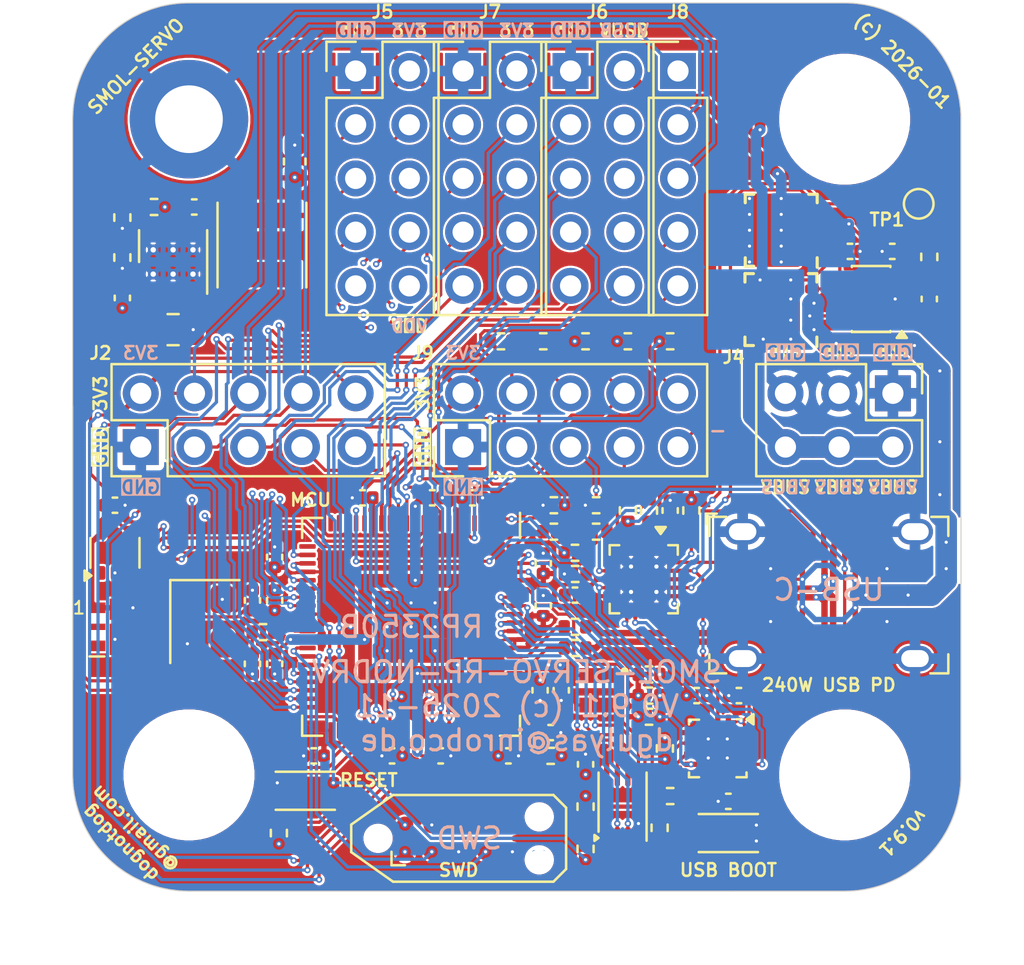
<source format=kicad_pcb>
(kicad_pcb (version 20241229) (generator "pcbnew") (generator_version "9.0")
  (title_block (title "SMOL-SERVO-RP-NDRV") (date "2026-01-19") (rev "V0.9.1") (comment 1 "Dömötör Gulyás"))
  (layers (0 "F.Cu" mixed) (4 "In1.Cu" mixed) (6 "In2.Cu" mixed) (2 "B.Cu" mixed) (13 "F.Paste" user) (15 "B.Paste" user) (5 "F.SilkS" user "F.Silkscreen") (7 "B.SilkS" user "B.Silkscreen") (1 "F.Mask" user) (3 "B.Mask" user) (25 "Edge.Cuts" user))
  (net 0 "")
  (net 1 "GND")
  (net 2 "+3V3")
  (net 3 "VBUS")
  (net 4 "Net-(U2-SW)")
  (net 5 "Net-(U2-BOOST)")
  (net 6 "PWMC")
  (net 7 "PWMB")
  (net 8 "PWMA")
  (net 9 "SOA")
  (net 10 "SOB")
  (net 11 "SOC")
  (net 12 "Net-(U2-FB)")
  (net 13 "D+")
  (net 14 "D-")
  (net 15 "PWMR")
  (net 16 "ENC")
  (net 17 "ENB")
  (net 18 "ENA")
  (net 19 "DRVEN")
  (net 20 "DRVFAULT")
  (net 21 "VDD")
  (net 22 "VUSB")
  (net 23 "ENCB")
  (net 24 "ENCA")
  (net 25 "ENCI")
  (net 26 "SWCLK")
  (net 27 "SWDIO")
  (net 28 "+1V1")
  (net 29 "Net-(U3-XIN)")
  (net 30 "Net-(C8-Pad2)")
  (net 31 "Net-(U3-VREG_AVDD)")
  (net 33 "SDA1_EXT")
  (net 34 "SCL1_EXT")
  (net 39 "Net-(U6-VCAP)")
  (net 40 "USB_PROT_CC1")
  (net 41 "NRST")
  (net 42 "SYNC")
  (net 43 "VBUSDIV")
  (net 45 "GPIO12")
  (net 47 "VDDDIV")
  (net 48 "Net-(U2-RT)")
  (net 49 "/~{USB_BOOT}")
  (net 50 "/CONSOLE_RX_IN")
  (net 51 "/CONSOLE_TX_OUT")
  (net 53 "USB_CC1")
  (net 54 "USB_CC2")
  (net 55 "LED_MOSI")
  (net 56 "CONSOLE_TX")
  (net 57 "GPIO13")
  (net 58 "Net-(J9-Pin_9)")
  (net 59 "Net-(J9-Pin_5)")
  (net 60 "Net-(J9-Pin_7)")
  (net 61 "CONSOLE_RX")
  (net 62 "DRV_MOSI")
  (net 63 "Net-(J9-Pin_3)")
  (net 64 "MAG_MOSI")
  (net 65 "MAG_NSS")
  (net 66 "OC")
  (net 67 "OB")
  (net 68 "OA")
  (net 69 "DRV_MISO")
  (net 70 "MAG_MISO")
  (net 71 "+5V")
  (net 72 "LED_CLK")
  (net 73 "ADCC")
  (net 74 "ADCA")
  (net 75 "ADCB")
  (net 76 "DRV_SLCK")
  (net 77 "Net-(U3-VREG_LX)")
  (net 78 "MAG_SLCK")
  (net 79 "DRV_NSS")
  (net 80 "Net-(Q3-G)")
  (net 81 "Net-(U3-QSPI_SS)")
  (net 82 "Net-(U3-XOUT)")
  (net 83 "USB_PD_SDA")
  (net 84 "USB_PD_SCL")
  (net 85 "USB_PD_INT")
  (net 86 "Net-(U3-USB_DP)")
  (net 87 "Net-(U3-USB_DM)")
  (net 91 "GPIO8")
  (net 92 "GPIO9")
  (net 98 "USB_PROT_CC2")
  (net 99 "Net-(U5-VBIAS)")
  (net 100 "Net-(U5-EPR_EN)")
  (net 101 "Net-(U5-RPD_G1)")
  (net 102 "Net-(U5-RPD_G2)")
  (net 103 "~{USB_PROT_FLT}")
  (net 104 "VUSB_LV")
  (net 108 "EPR_BLK_G")
  (net 110 "Net-(U7-~{CS})")
  (net 111 "Net-(U3-QSPI_SCLK)")
  (net 112 "Net-(U3-QSPI_SD2)")
  (net 113 "Net-(U3-QSPI_SD1)")
  (net 114 "Net-(U3-QSPI_SD3)")
  (net 115 "Net-(U3-QSPI_SD0)")
  (net 116 "FLASH_SS")
  (net 117 "Net-(U6-EN)")
  (footprint "stm32-nema17:USB_C_Receptacle_GT-USB-7028A" (layer "F.Cu") (at 164.75 127)
    (property "Reference" "J1" (hide yes))
    (property "Value" "USB-C GT-USB-7028A")
  )
  (footprint "Resistor_SMD:R_0402_1005Metric" (layer "F.Cu") (at 151.75 122.75)
    (property "Reference" "R4")
    (property "Value" "680R")
  )
  (footprint "Resistor_SMD:R_0402_1005Metric" (layer "F.Cu") (at 152.759999 126)
    (property "Reference" "R5")
    (property "Value" "680R")
  )
  (footprint "Resistor_SMD:R_0402_1005Metric" (layer "F.Cu") (at 153.75 122.75)
    (property "Reference" "R6")
    (property "Value" "680R")
  )
  (footprint "MountingHole:MountingHole_3.2mm_M3_DIN965_Pad" (layer "F.Cu") (at 134.5 104.5)
    (property "Reference" "H1" (hide yes))
    (property "Value" "M3")
  )
  (footprint "MountingHole:MountingHole_3.2mm_M3" (layer "F.Cu") (at 134.5 135.5)
    (property "Reference" "H2" (hide yes))
    (property "Value" "M3")
  )
  (footprint "MountingHole:MountingHole_3.2mm_M3" (layer "F.Cu") (at 165.5 135.5)
    (property "Reference" "H3" (hide yes))
    (property "Value" "M3")
  )
  (footprint "MountingHole:MountingHole_3.2mm_M3" (layer "F.Cu") (at 165.5 104.5)
    (property "Reference" "H4" (hide yes))
    (property "Value" "M3")
  )
  (footprint "Connector:Tag-Connect_TC2050-IDC-NL_2x05_P1.27mm_Vertical" (layer "F.Cu") (at 147.25 138.5)
    (property "Reference" "J3" (hide yes))
    (property "Value" "TC-2050")
  )
  (footprint "Resistor_SMD:R_0402_1005Metric" (layer "F.Cu") (at 151.75 124)
    (property "Reference" "R1")
    (property "Value" "1K")
  )
  (footprint "Resistor_SMD:R_0402_1005Metric" (layer "F.Cu") (at 152.75 125)
    (property "Reference" "R2")
    (property "Value" "1K")
  )
  (footprint "Resistor_SMD:R_0402_1005Metric" (layer "F.Cu") (at 153.75 124)
    (property "Reference" "R3")
    (property "Value" "1K")
  )
  (footprint "Resistor_SMD:R_0402_1005Metric" (layer "F.Cu") (at 149.25 115)
    (property "Reference" "R12")
    (property "Value" "1K")
  )
  (footprint "Resistor_SMD:R_0402_1005Metric" (layer "F.Cu") (at 151.25 115)
    (property "Reference" "R13")
    (property "Value" "1K")
  )
  (footprint "Resistor_SMD:R_0402_1005Metric" (layer "F.Cu") (at 155.25 115 180)
    (property "Reference" "R10")
    (property "Value" "4K7")
  )
  (footprint "Resistor_SMD:R_0402_1005Metric" (layer "F.Cu") (at 153.25 115)
    (property "Reference" "R14")
    (property "Value" "4K7")
  )
  (footprint "stm32-nema17:SW_SPST_EVPBB" (layer "F.Cu") (at 140 136.25)
    (property "Reference" "SW1" (hide yes))
    (property "Value" "EVP-BB2A9B000")
  )
  (footprint "Resistor_SMD:R_0402_1005Metric" (layer "F.Cu") (at 138.75 138.25 -90)
    (property "Reference" "R17")
    (property "Value" "100K")
  )
  (footprint "Connector_PinHeader_2.54mm:PinHeader_1x05_P2.54mm_Vertical" (layer "F.Cu") (at 157.62 102.22)
    (property "Reference" "J8")
    (property "Value" "Conn_01x05_Odd_Even")
  )
  (footprint "Capacitor_SMD:C_0402_1005Metric" (layer "F.Cu") (at 134.75 108.65)
    (property "Reference" "C3" (hide yes))
    (property "Value" "220n")
  )
  (footprint "Capacitor_SMD:C_0402_1005Metric" (layer "F.Cu") (at 144.1 134.6)
    (property "Reference" "C20" (hide yes))
    (property "Value" "100n")
  )
  (footprint "Connector_PinHeader_2.54mm:PinHeader_2x05_P2.54mm_Vertical" (layer "F.Cu") (at 147.46 120 90)
    (property "Reference" "J9")
    (property "Value" "Conn_02x05_Odd_Even")
  )
  (footprint "Capacitor_SMD:C_0402_1005Metric" (layer "F.Cu") (at 151.1 131.5 90)
    (property "Reference" "C6" (hide yes))
    (property "Value" "4.7u")
  )
  (footprint "Resistor_SMD:R_0402_1005Metric" (layer "F.Cu") (at 157.25 136.5 180)
    (property "Reference" "R19" (hide yes))
    (property "Value" "4K7")
  )
  (footprint "Oscillator:Oscillator_SMD_Abracon_ASE-4Pin_3.2x2.5mm" (layer "F.Cu") (at 135.25 128.25 -90)
    (property "Reference" "Y1" (hide yes))
    (property "Value" "ABM8-272-T3")
  )
  (footprint "Capacitor_SMD:C_0402_1005Metric" (layer "F.Cu") (at 146.4 134.6 180)
    (property "Reference" "C13" (hide yes))
    (property "Value" "100n")
  )
  (footprint "Capacitor_SMD:C_0805_2012Metric" (layer "F.Cu") (at 133.75 114.45)
    (property "Reference" "C2" (hide yes))
    (property "Value" "2.2uF 75V")
  )
  (footprint "Resistor_SMD:R_0402_1005Metric" (layer "F.Cu") (at 131.35 111.04 -90)
    (property "Reference" "R11" (hide yes))
    (property "Value" "374K")
  )
  (footprint "Resistor_SMD:R_0402_1005Metric" (layer "F.Cu") (at 156.75 138 90)
    (property "Reference" "R30" (hide yes))
    (property "Value" "0R")
  )
  (footprint "Capacitor_SMD:C_0402_1005Metric" (layer "F.Cu") (at 137.5 127.25 90)
    (property "Reference" "C7" (hide yes))
    (property "Value" "15p")
  )
  (footprint "Connector_PinHeader_2.54mm:PinHeader_2x03_P2.54mm_Vertical" (layer "F.Cu") (at 167.78 117.46 -90)
    (property "Reference" "J4")
    (property "Value" "Conn_02x03_Odd_Even")
  )
  (footprint "Capacitor_SMD:C_0402_1005Metric" (layer "F.Cu") (at 131 122.75)
    (property "Reference" "C1" (hide yes))
    (property "Value" "1u")
  )
  (footprint "Capacitor_SMD:C_0402_1005Metric" (layer "F.Cu") (at 152.1 131.5 90)
    (property "Reference" "C9" (hide yes))
    (property "Value" "4.7u")
  )
  (footprint "Package_TO_SOT_SMD:SOT-23-6" (layer "F.Cu") (at 166.75 113 180)
    (property "Reference" "U6" (hide yes))
    (property "Value" "LM74700")
  )
  (footprint "Capacitor_SMD:C_0402_1005Metric" (layer "F.Cu") (at 160.5 131.75 180)
    (property "Reference" "C25" (hide yes))
    (property "Value" "220p")
  )
  (footprint "Capacitor_SMD:C_0402_1005Metric" (layer "F.Cu") (at 140.4 134.6)
    (property "Reference" "C14" (hide yes))
    (property "Value" "100n")
  )
  (footprint "Resistor_SMD:R_0402_1005Metric" (layer "F.Cu") (at 151.6 134.6 180)
    (property "Reference" "R18" (hide yes))
    (property "Value" "33R")
  )
  (footprint "Resistor_SMD:R_0402_1005Metric" (layer "F.Cu") (at 156.25 130.75 180)
    (property "Reference" "R29" (hide yes))
    (property "Value" "10K")
  )
  (footprint "Inductor_SMD:L_Taiyo-Yuden_NR-40xx" (layer "F.Cu") (at 137.95 110.45 90)
    (property "Reference" "L1" (hide yes))
    (property "Value" "33uH 800mA")
  )
  (footprint "Resistor_SMD:R_0402_1005Metric" (layer "F.Cu") (at 153.25 139 90)
    (property "Reference" "R32" (hide yes))
    (property "Value" "0R")
  )
  (footprint "stm32-nema17:WDFN8" (layer "F.Cu") (at 162.5 109.75 -90)
    (property "Reference" "Q4" (hide yes))
    (property "Value" "NVTFS5C658NL")
  )
  (footprint "Capacitor_SMD:C_0402_1005Metric" (layer "F.Cu") (at 151.25 127.5 -90)
    (property "Reference" "C15" (hide yes))
    (property "Value" "100n")
  )
  (footprint "Capacitor_SMD:C_0402_1005Metric" (layer "F.Cu") (at 131.35 112.95 90)
    (property "Reference" "C4" (hide yes))
    (property "Value" "22pF")
  )
  (footprint "Capacitor_SMD:C_0402_1005Metric" (layer "F.Cu") (at 157.25 123 90)
    (property "Reference" "C27" (hide yes))
    (property "Value" "100n 100V")
  )
  (footprint "Resistor_SMD:R_0402_1005Metric" (layer "F.Cu") (at 152.75 129.5 180)
    (property "Reference" "R22" (hide yes))
    (property "Value" "27R")
  )
  (footprint "Resistor_SMD:R_0402_1005Metric" (layer "F.Cu") (at 152.75 128.5)
    (property "Reference" "R21" (hide yes))
    (property "Value" "27R")
  )
  (footprint "Capacitor_SMD:C_0402_1005Metric" (layer "F.Cu") (at 138.55 125.2 -90)
    (property "Reference" "C22" (hide yes))
    (property "Value" "100n")
  )
  (footprint "Capacitor_SMD:C_0402_1005Metric" (layer "F.Cu") (at 138.55 130.25 90)
    (property "Reference" "C12" (hide yes))
    (property "Value" "4.7u")
  )
  (footprint "Package_DFN_QFN:WQFN-20-1EP_3x3mm_P0.4mm_EP1.7x1.7mm_ThermalVias" (layer "F.Cu") (at 156 126.25 -90)
    (property "Reference" "U5" (hide yes))
    (property "Value" "TPD4S480")
  )
  (footprint "Resistor_SMD:R_0402_1005Metric" (layer "F.Cu") (at 157 134.25 90)
    (property "Reference" "R25" (hide yes))
    (property "Value" "10K")
  )
  (footprint "Connector_PinHeader_2.54mm:PinHeader_2x05_P2.54mm_Vertical" (layer "F.Cu") (at 132.22 120 90)
    (property "Reference" "J2")
    (property "Value" "Conn_02x05_Odd_Even")
  )
  (footprint "Capacitor_SMD:C_0402_1005Metric" (layer "F.Cu") (at 169.5 113 90)
    (property "Reference" "C30" (hide yes))
    (property "Value" "100n 100V")
  )
  (footprint "stm32-nema17:DFN-10-1EP_3x3mm_P0.5mm_EP1.65x2.38mm_ThermalVias" (layer "F.Cu") (at 133.75 111.25 90)
    (property "Reference" "U2" (hide yes))
    (property "Value" "LT3990")
  )
  (footprint "RP2350_minimal:RP2350-QFN-80-1EP_10x10_P0.4mm_EP3.4x3.4mm_ThermalVias" (layer "F.Cu") (at 145 128.5 -90)
    (property "Reference" "U3" (hide yes))
    (property "Value" "RP2354B")
  )
  (footprint "Capacitor_SMD:C_0402_1005Metric" (layer "F.Cu") (at 146 122.4 180)
    (property "Reference" "C11" (hide yes))
    (property "Value" "100n")
  )
  (footprint "Capacitor_SMD:C_0402_1005Metric" (layer "F.Cu") (at 151.25 125.5 -90)
    (property "Reference" "C17" (hide yes))
    (property "Value" "100n")
  )
  (footprint "Capacitor_SMD:C_0402_1005Metric" (layer "F.Cu") (at 160 136.75 180)
    (property "Reference" "C24" (hide yes))
    (property "Value" "220p")
  )
  (footprint "Capacitor_SMD:C_0402_1005Metric" (layer "F.Cu") (at 147.9 122.4 180)
    (property "Reference" "C19" (hide yes))
    (property "Value" "100n")
  )
  (footprint "Capacitor_SMD:C_0402_1005Metric" (layer "F.Cu") (at 165.75 110.75 180)
    (property "Reference" "C29" (hide yes))
    (property "Value" "100n 100V")
  )
  (footprint "Capacitor_SMD:C_0402_1005Metric" (layer "F.Cu") (at 137.5 130.25 90)
    (property "Reference" "C8" (hide yes))
    (property "Value" "15p")
  )
  (footprint "Resistor_SMD:R_0402_1005Metric" (layer "F.Cu") (at 138 128.75)
    (property "Reference" "R20" (hide yes))
    (property "Value" "1K")
  )
  (footprint "Connector_PinHeader_2.54mm:PinHeader_2x05_P2.54mm_Vertical" (layer "F.Cu") (at 142.38 102.22)
    (property "Reference" "J5")
    (property "Value" "Conn_02x05_Odd_Even")
  )
  (footprint "Package_TO_SOT_SMD:SOT-353_SC-70-5" (layer "F.Cu") (at 131 125 90)
    (property "Reference" "U1" (hide yes))
    (property "Value" "TPS71550__SC70")
  )
  (footprint "Resistor_SMD:R_0402_1005Metric" (layer "F.Cu") (at 158.25 123 -90)
    (property "Reference" "R26" (hide yes))
    (property "Value" "10K")
  )
  (footprint "Capacitor_SMD:C_0402_1005Metric" (layer "F.Cu") (at 158.5 131.75)
    (property "Reference" "C23" (hide yes))
    (property "Value" "100n")
  )
  (footprint "Resistor_SMD:R_0402_1005Metric" (layer "F.Cu") (at 132.85 108.65 180)
    (property "Reference" "R15" (hide yes))
    (property "Value" "1M")
  )
  (footprint "Connector_PinHeader_2.54mm:PinHeader_2x05_P2.54mm_Vertical" (layer "F.Cu") (at 147.46 102.22)
    (property "Reference" "J7")
    (property "Value" "Conn_02x05_Odd_Even")
  )
  (footprint "Package_SON:Winbond_USON-8-1EP_3x2mm_P0.5mm_EP0.2x1.6mm" (layer "F.Cu") (at 155 137 90)
    (property "Reference" "U7" (hide yes))
    (property "Value" "W25Q16JVUX")
  )
  (footprint "Resistor_SMD:R_0402_1005Metric" (layer "F.Cu") (at 155.25 123 90)
    (property "Reference" "R28" (hide yes))
    (property "Value" "0R")
  )
  (footprint "stm32-nema17:WDFN8" (layer "F.Cu") (at 162.485 113.5 -90)
    (property "Reference" "Q3" (hide yes))
    (property "Value" "NVTFS5C658NL")
  )
  (footprint "Resistor_SMD:R_0402_1005Metric" (layer "F.Cu") (at 156.25 131.75 180)
    (property "Reference" "R24" (hide yes))
    (property "Value" "4K7")
  )
  (footprint "Capacitor_SMD:C_0402_1005Metric" (layer "F.Cu") (at 149.6 134.6 180)
    (property "Reference" "C16" (hide yes))
    (property "Value" "100n")
  )
  (footprint "LED_SMD:LED-APA102-2020" (layer "F.Cu") (at 131 128.5)
    (property "Reference" "D1" (hide yes))
    (property "Value" "APA102-2020")
  )
  (footprint "Capacitor_SMD:C_0402_1005Metric" (layer "F.Cu") (at 142.7 122.4)
    (property "Reference" "C21" (hide yes))
    (property "Value" "100n")
  )
  (footprint "TestPoint:TestPoint_Pad_D1.0mm" (layer "F.Cu") (at 169 108.5)
    (property "Reference" "TP1")
    (property "Value" "TestPoint")
  )
  (footprint "Package_DFN_QFN:WQFN-14-1EP_2.5x2.5mm_P0.5mm_EP1.45x1.45mm" (layer "F.Cu") (at 159.5 134.25 -90)
    (property "Reference" "U4" (hide yes))
    (property "Value" "FUSB302BMPX")
  )
  (footprint "Resistor_SMD:R_0402_1005Metric" (layer "F.Cu") (at 157.25 115)
    (property "Reference" "R7")
    (property "Value" "1K")
  )
  (footprint "Capacitor_SMD:C_0402_1005Metric" (layer "F.Cu") (at 151.6 133.5 180)
    (property "Reference" "C10" (hide yes))
    (property "Value" "4.7u")
  )
  (footprint "Capacitor_SMD:C_0402_1005Metric" (layer "F.Cu") (at 138.55 127.25 -90)
    (property "Reference" "C18" (hide yes))
    (property "Value" "100n")
  )
  (footprint "Resistor_SMD:R_0402_1005Metric" (layer "F.Cu") (at 131.35 109.15 -90)
    (property "Reference" "R16" (hide yes))
    (property "Value" "576K")
  )
  (footprint "Capacitor_SMD:C_0402_1005Metric" (layer "F.Cu") (at 167.75 110.75)
    (property "Reference" "C28" (hide yes))
    (property "Value" "22n 100V")
  )
  (footprint "Capacitor_SMD:C_0402_1005Metric" (layer "F.Cu") (at 153.25 135 -90)
    (property "Reference" "C31" (hide yes))
    (property "Value" "100n")
  )
  (footprint "Resistor_SMD:R_0402_1005Metric" (layer "F.Cu") (at 153.25 137 90)
    (property "Reference" "R31" (hide yes))
    (property "Value" "10K")
  )
  (footprint "RP2350_minimal:L_pol_2016" (layer "F.Cu") (at 153.8 131.5 -90)
    (property "Reference" "L2" (hide yes))
    (property "Value" "3.3uH")
  )
  (footprint "Capacitor_SMD:C_0402_1005Metric" (layer "F.Cu") (at 152.75 127 180)
    (property "Reference" "C26" (hide yes))
    (property "Value" "100n")
  )
  (footprint "Resistor_SMD:R_0402_1005Metric" (layer "F.Cu") (at 169.5 111.01 90)
    (property "Reference" "R33" (hide yes))
    (property "Value" "0R")
  )
  (footprint "Resistor_SMD:R_0402_1005Metric" (layer "F.Cu") (at 156.25 132.75 180)
    (property "Reference" "R23" (hide yes))
    (property "Value" "4K7")
  )
  (footprint "Connector_PinHeader_2.54mm:PinHeader_2x05_P2.54mm_Vertical" (layer "F.Cu") (at 152.54 102.22)
    (property "Reference" "J6")
    (property "Value" "Conn_02x05_Odd_Even")
  )
  (footprint "Resistor_SMD:R_0402_1005Metric" (layer "F.Cu") (at 156.25 123 90)
    (property "Reference" "R27" (hide yes))
    (property "Value" "0R")
  )
  (footprint "stm32-nema17:SW_SPST_EVPBB" (layer "F.Cu") (at 160 138.25 180)
    (property "Reference" "SW2" (hide yes))
    (property "Value" "EVP-BB2A9B000")
  )
  (footprint "Capacitor_SMD:C_0603_1608Metric" (layer "F.Cu") (at 139.5 106.5 90)
    (property "Reference" "C5" (hide yes))
    (property "Value" "22uF 10V")
  )
  (gr_line (start 159.75 119.25) (end 159.25 119.25) (stroke (width 0.12)) (layer "B.SilkS"))
  (gr_line (start 129 135.5) (end 129 104.5) (stroke (width 0.05)) (layer "Edge.Cuts"))
  (gr_line (start 165.5 141) (end 160.16 141) (stroke (width 0.05)) (layer "Edge.Cuts"))
  (gr_line (start 160.16 141) (end 134.5 141) (stroke (width 0.05)) (layer "Edge.Cuts"))
  (gr_line (start 171 134.5) (end 171 135.5) (stroke (width 0.05)) (layer "Edge.Cuts"))
  (gr_arc (start 134.5 141) (mid 130.610913 139.389087) (end 129 135.5) (stroke (width 0.05)) (layer "Edge.Cuts"))
  (gr_line (start 171 104.5) (end 171 134.5) (stroke (width 0.05)) (layer "Edge.Cuts"))
  (gr_arc (start 171 135.5) (mid 169.389087 139.389087) (end 165.5 141) (stroke (width 0.05)) (layer "Edge.Cuts"))
  (gr_line (start 134.5 99) (end 165.5 99) (stroke (width 0.05)) (layer "Edge.Cuts"))
  (gr_arc (start 129 104.5) (mid 130.610913 100.610913) (end 134.5 99) (stroke (width 0.05)) (layer "Edge.Cuts"))
  (gr_arc (start 165.5 99) (mid 169.389087 100.610913) (end 171 104.5) (stroke (width 0.05)) (layer "Edge.Cuts"))
  (gr_text "SWD" (at 147.25 140 0) (layer "F.SilkS") (effects (font (size 0.6 0.6) (thickness 0.12))))
  (gr_text "RESET" (at 143 135.75 0) (layer "F.SilkS") (effects (font (size 0.6 0.6) (thickness 0.12))))
  (gr_text "3V3" (at 150 100.315 -0) (layer "F.SilkS") (effects (font (size 0.6 0.6) (thickness 0.12) (bold yes))))
  (gr_text "GND" (at 130.315 120 90) (layer "F.SilkS" knockout) (effects (font (size 0.6 0.6) (thickness 0.12) (bold yes))))
  (gr_text "3V3" (at 130.315 117.46 90) (layer "F.SilkS") (effects (font (size 0.6 0.6) (thickness 0.12) (bold yes))))
  (gr_text "dognotdog\n@gmail.com" (at 131.6 138.4 135) (layer "F.SilkS") (effects (font (size 0.6 0.6) (thickness 0.12))))
  (gr_text "3V3" (at 145.555 117.46 90) (layer "F.SilkS") (effects (font (size 0.6 0.6) (thickness 0.12) (bold yes))))
  (gr_text "3V3" (at 144.92 100.315 -0) (layer "F.SilkS") (effects (font (size 0.6 0.6) (thickness 0.12) (bold yes))))
  (gr_text "240W USB PD" (at 164.75 131.25 0) (layer "F.SilkS") (effects (font (size 0.6 0.6) (thickness 0.12))))
  (gr_text "GND" (at 167.78 115.555 -0) (layer "F.SilkS" knockout) (effects (font (size 0.6 0.6) (thickness 0.12) (bold yes))))
  (gr_text "SMOL-SERVO" (at 132 102 45) (layer "F.SilkS") (effects (font (size 0.6 0.6) (thickness 0.12))))
  (gr_text "VBUS" (at 162.7 121.905 -0) (layer "F.SilkS") (effects (font (size 0.6 0.6) (thickness 0.12) (bold yes))))
  (gr_text "VDD" (at 144.92 114.285 -0) (layer "F.SilkS") (effects (font (size 0.6 0.6) (thickness 0.12) (bold yes))))
  (gr_text "(c) 2026-01" (at 168.25 101.75 315) (layer "F.SilkS") (effects (font (size 0.6 0.6) (thickness 0.12))))
  (gr_text "MCU" (at 140.25 122.5 0) (layer "F.SilkS") (effects (font (size 0.6 0.6) (thickness 0.12))))
  (gr_text "GND" (at 165.24 115.555 -0) (layer "F.SilkS" knockout) (effects (font (size 0.6 0.6) (thickness 0.12) (bold yes))))
  (gr_text "GND" (at 142.38 100.315 -0) (layer "F.SilkS" knockout) (effects (font (size 0.6 0.6) (thickness 0.12) (bold yes))))
  (gr_text "VBUS" (at 167.78 121.905 -0) (layer "F.SilkS") (effects (font (size 0.6 0.6) (thickness 0.12) (bold yes))))
  (gr_text "GND" (at 147.46 100.315 -0) (layer "F.SilkS" knockout) (effects (font (size 0.6 0.6) (thickness 0.12) (bold yes))))
  (gr_text "v0.9.1" (at 168.25 138.25 225) (layer "F.SilkS") (effects (font (size 0.6 0.6) (thickness 0.12))))
  (gr_text "GND" (at 145.555 120 90) (layer "F.SilkS" knockout) (effects (font (size 0.6 0.6) (thickness 0.12) (bold yes))))
  (gr_text "VUSB" (at 155.08 100.315 -0) (layer "F.SilkS") (effects (font (size 0.6 0.6) (thickness 0.12) (bold yes))))
  (gr_text "GND" (at 162.7 115.555 -0) (layer "F.SilkS" knockout) (effects (font (size 0.6 0.6) (thickness 0.12) (bold yes))))
  (gr_text "USB BOOT" (at 160 140 0) (layer "F.SilkS") (effects (font (size 0.6 0.6) (thickness 0.12))))
  (gr_text "GND" (at 152.54 100.315 -0) (layer "F.SilkS" knockout) (effects (font (size 0.6 0.6) (thickness 0.12) (bold yes))))
  (gr_text "VBUS" (at 165.24 121.905 -0) (layer "F.SilkS") (effects (font (size 0.6 0.6) (thickness 0.12) (bold yes))))
  (gr_text "SWD" (at 147.75 138.5 0) (layer "B.SilkS") (effects (font (size 1 1)) (justify mirror)))
  (gr_text "GND" (at 162.7 115.555 0) (layer "B.SilkS" knockout) (effects (font (size 0.6 0.6) (thickness 0.12) (bold yes)) (justify mirror)))
  (gr_text "VUSB" (at 155.08 100.315 0) (layer "B.SilkS") (effects (font (size 0.6 0.6) (thickness 0.12) (bold yes)) (justify mirror)))
  (gr_text "GND" (at 165.24 115.555 0) (layer "B.SilkS" knockout) (effects (font (size 0.6 0.6) (thickness 0.12) (bold yes)) (justify mirror)))
  (gr_text "VBUS" (at 165.24 121.905 0) (layer "B.SilkS") (effects (font (size 0.6 0.6) (thickness 0.12) (bold yes)) (justify mirror)))
  (gr_text "3V3" (at 147.46 115.555 0) (layer "B.SilkS") (effects (font (size 0.6 0.6) (thickness 0.12) (bold yes)) (justify mirror)))
  (gr_text "3V3" (at 150 100.315 0) (layer "B.SilkS") (effects (font (size 0.6 0.6) (thickness 0.12) (bold yes)) (justify mirror)))
  (gr_text "GND" (at 152.54 100.315 0) (layer "B.SilkS" knockout) (effects (font (size 0.6 0.6) (thickness 0.12) (bold yes)) (justify mirror)))
  (gr_text "SMOL-SERVO-RP-NODRV\nV0.9.1 (c) 2025-11\ndgulyas@inrobco.de" (at 150 132.25 0) (layer "B.SilkS") (effects (font (size 1 1)) (justify mirror)))
  (gr_text "GND" (at 147.46 100.315 0) (layer "B.SilkS" knockout) (effects (font (size 0.6 0.6) (thickness 0.12) (bold yes)) (justify mirror)))
  (gr_text "GND" (at 142.38 100.315 0) (layer "B.SilkS" knockout) (effects (font (size 0.6 0.6) (thickness 0.12) (bold yes)) (justify mirror)))
  (gr_text "VDD" (at 144.92 114.285 0) (layer "B.SilkS") (effects (font (size 0.6 0.6) (thickness 0.12) (bold yes)) (justify mirror)))
  (gr_text "GND" (at 167.78 115.555 0) (layer "B.SilkS" knockout) (effects (font (size 0.6 0.6) (thickness 0.12) (bold yes)) (justify mirror)))
  (gr_text "VBUS" (at 162.7 121.905 0) (layer "B.SilkS") (effects (font (size 0.6 0.6) (thickness 0.12) (bold yes)) (justify mirror)))
  (gr_text "RP2350B" (at 145 128.5 0) (layer "B.SilkS") (effects (font (size 1 1)) (justify mirror)))
  (gr_text "GND" (at 132.22 121.905 0) (layer "B.SilkS" knockout) (effects (font (size 0.6 0.6) (thickness 0.12) (bold yes)) (justify mirror)))
  (gr_text "3V3" (at 132.22 115.555 0) (layer "B.SilkS") (effects (font (size 0.6 0.6) (thickness 0.12) (bold yes)) (justify mirror)))
  (gr_text "GND" (at 147.46 121.905 0) (layer "B.SilkS" knockout) (effects (font (size 0.6 0.6) (thickness 0.12) (bold yes)) (justify mirror)))
  (gr_text "USB-C" (at 164.75 126.75 0) (layer "B.SilkS") (effects (font (size 1 1)) (justify mirror)))
  (gr_text "3V3" (at 144.92 100.315 0) (layer "B.SilkS") (effects (font (size 0.6 0.6) (thickness 0.12) (bold yes)) (justify mirror)))
  (gr_text "VBUS" (at 167.78 121.905 0) (layer "B.SilkS") (effects (font (size 0.6 0.6) (thickness 0.12) (bold yes)) (justify mirror)))
  (segment (start 156 127.7125) (end 156 126.85) (width 0.1524) (layer "F.Cu") (net 1))
  (segment (start 162 129.3) (end 162 128.25) (width 0.1524) (layer "F.Cu") (net 1))
  (segment (start 134.75 114.4) (end 134.7 114.45) (width 0.254) (layer "F.Cu") (net 1))
  (segment (start 159.1 134.65) (end 159.5 134.25) (width 0.1524) (layer "F.Cu") (net 1))
  (segment (start 167.5 129.3) (end 167.5 128.25) (width 0.1524) (layer "F.Cu") (net 1))
  (segment (start 134.25 111.75) (end 133.75 111.25) (width 0.254) (layer "F.Cu") (net 1))
  (segment (start 159.5 135.5125) (end 159.5 136.73) (width 0.1524) (layer "F.Cu") (net 1))
  (segment (start 134.75 112.7) (end 134.75 114.4) (width 0.254) (layer "F.Cu") (net 1))
  (segment (start 156.6 126.25) (end 156.6 125.65) (width 0.1524) (layer "F.Cu") (net 1))
  (segment (start 156 126.85) (end 156.6 126.85) (width 0.1524) (layer "F.Cu") (net 1))
  (segment (start 159.5 135.5125) (end 159.5 134.25) (width 0.1524) (layer "F.Cu") (net 1))
  (segment (start 134.75 112.7) (end 134.75 112.25) (width 0.254) (layer "F.Cu") (net 1))
  (segment (start 138.675 136.625001) (end 138.675 135.874999) (width 0.1524) (layer "F.Cu") (net 1))
  (segment (start 162 124.7) (end 162 125.75) (width 0.1524) (layer "F.Cu") (net 1))
  (segment (start 159 135.5125) (end 159 134.75) (width 0.1524) (layer "F.Cu") (net 1))
  (segment (start 159 134.75) (end 159.1 134.65) (width 0.1524) (layer "F.Cu") (net 1))
  (segment (start 134.25 112.7) (end 134.25 114) (width 0.254) (layer "F.Cu") (net 1))
  (segment (start 134.25 112.7) (end 134.25 111.75) (width 0.254) (layer "F.Cu") (net 1))
  (segment (start 157.4625 126.25) (end 156.6 126.25) (width 0.1524) (layer "F.Cu") (net 1))
  (segment (start 154.5375 126.25) (end 155.4 126.25) (width 0.1524) (layer "F.Cu") (net 1))
  (segment (start 134.25 114) (end 134.7 114.45) (width 0.254) (layer "F.Cu") (net 1))
  (segment (start 167.5 124.7) (end 167.5 125.75) (width 0.1524) (layer "F.Cu") (net 1))
  (segment (start 159.5 136.73) (end 159.52 136.75) (width 0.1524) (layer "F.Cu") (net 1))
  (segment (start 155.75 138.425) (end 155.75 137.8) (width 0.1524) (layer "F.Cu") (net 1))
  (segment (start 155.4 126.25) (end 155.4 125.65) (width 0.1524) (layer "F.Cu") (net 1))
  (segment (start 134.75 112.25) (end 133.75 111.25) (width 0.254) (layer "F.Cu") (net 1))
  (via (at 166.23 110.75) (size 0.3) (drill 0.15) (layers "F.Cu" "B.Cu") (net 1))
  (via (at 167.5 128.25) (size 0.3) (drill 0.15) (layers "F.Cu" "B.Cu") (net 1))
  (via (at 151.1 131.98) (size 0.3) (drill 0.15) (layers "F.Cu" "B.Cu") (net 1))
  (via (at 138.55 126.77) (size 0.3) (drill 0.15) (layers "F.Cu" "B.Cu") (net 1))
  (via (at 159.05 133.8) (size 0.3) (drill 0.15) (layers "F.Cu" "B.Cu") (net 1))
  (via (at 151.240001 122.75) (size 0.3) (drill 0.15) (layers "F.Cu" "B.Cu") (net 1))
  (via (at 142.22 122.4) (size 0.3) (drill 0.15) (layers "F.Cu" "B.Cu") (net 1))
  (via (at 149.79 139.135) (size 0.3) (drill 0.15) (layers "F.Cu" "B.Cu") (net 1))
  (via (at 136.075 127.2) (size 0.3) (drill 0.15) (layers "F.Cu" "B.Cu") (net 1))
  (via (at 139.5 105.725) (size 0.3) (drill 0.15) (layers "F.Cu" "B.Cu") (net 1))
  (via (at 146.88 134.6) (size 0.3) (drill 0.15) (layers "F.Cu" "B.Cu") (net 1))
  (via (at 153.240001 122.75) (size 0.3) (drill 0.15) (layers "F.Cu" "B.Cu") (net 1))
  (via (at 159.95 133.8) (size 0.3) (drill 0.15) (layers "F.Cu" "B.Cu") (net 1))
  (via (at 151.25 125.02) (size 0.3) (drill 0.15) (layers "F.Cu" "B.Cu") (net 1))
  (via (at 152.25 126) (size 0.3) (drill 0.15) (layers "F.Cu" "B.Cu") (net 1))
  (via (at 138.55 124.72) (size 0.3) (drill 0.15) (layers "F.Cu" "B.Cu") (net 1))
  (via (at 131.35 109.66) (size 0.3) (drill 0.15) (layers "F.Cu" "B.Cu") (net 1))
  (via (at 158.98 131.75) (size 0.3) (drill 0.15) (layers "F.Cu" "B.Cu") (net 1))
  (via (at 159.95 134.7) (size 0.3) (drill 0.15) (layers "F.Cu" "B.Cu") (net 1))
  (via (at 137.5 126.77) (size 0.3) (drill 0.15) (layers "F.Cu" "B.Cu") (net 1))
  (via (at 131.35 111.55) (size 0.3) (drill 0.15) (layers "F.Cu" "B.Cu") (net 1))
  (via (at 161.325 137.875) (size 0.3) (drill 0.15) (layers "F.Cu" "B.Cu") (net 1))
  (via (at 131.85 127.6) (size 0.3) (drill 0.15) (layers "F.Cu" "B.Cu") (net 1))
  (via (at 160.02 131.75) (size 0.3) (drill 0.15) (layers "F.Cu" "B.Cu") (net 1))
  (via (at 167.8875 113) (size 0.3) (drill 0.15) (layers "F.Cu" "B.Cu") (net 1))
  (via (at 138.675 135.874999) (size 0.3) (drill 0.15) (layers "F.Cu" "B.Cu") (net 1))
  (via (at 153.25 134.52) (size 0.3) (drill 0.15) (layers "F.Cu" "B.Cu") (net 1))
  (via (at 138.55 130.73) (size 0.3) (drill 0.15) (layers "F.Cu" "B.Cu") (net 1))
  (via (at 131 125.949999) (size 0.3) (drill 0.15) (layers "F.Cu" "B.Cu") (net 1))
  (via (at 157.25 122.52) (size 0.3) (drill 0.15) (layers "F.Cu" "B.Cu") (net 1))
  (via (at 148.38 122.4) (size 0.3) (drill 0.15) (layers "F.Cu" "B.Cu") (net 1))
  (via (at 159.52 136.75) (size 0.3) (drill 0.15) (layers "F.Cu" "B.Cu") (net 1))
  (via (at 155.75 137.8) (size 0.3) (drill 0.15) (layers "F.Cu" "B.Cu") (net 1))
  (via (at 152.08 133.5) (size 0.3) (drill 0.15) (layers "F.Cu" "B.Cu") (net 1))
  (via (at 137.5 130.73) (size 0.3) (drill 0.15) (layers "F.Cu" "B.Cu") (net 1))
  (via (at 147.25 139.135) (size 0.3) (drill 0.15) (layers "F.Cu" "B.Cu") (net 1))
  (via (at 159.05 134.7) (size 0.3) (drill 0.15) (layers "F.Cu" "B.Cu") (net 1))
  (via (at 134.425 129.3) (size 0.3) (drill 0.15) (layers "F.Cu" "B.Cu") (net 1))
  (via (at 145.98 137.865) (size 0.3) (drill 0.15) (layers "F.Cu" "B.Cu") (net 1))
  (via (at 167.5 125.75) (size 0.3) (drill 0.15) (layers "F.Cu" "B.Cu") (net 1))
  (via (at 161.325 138.625) (size 0.3) (drill 0.15) (layers "F.Cu" "B.Cu") (net 1))
  (via (at 131.48 122.75) (size 0.3) (drill 0.15) (layers "F.Cu" "B.Cu") (net 1))
  (via (at 143.62 134.6) (size 0.3) (drill 0.15) (layers "F.Cu" "B.Cu") (net 1))
  (via (at 167.27 110.75) (size 0.3) (drill 0.15) (layers "F.Cu" "B.Cu") (net 1))
  (via (at 162 125.75) (size 0.3) (drill 0.15) (layers "F.Cu" "B.Cu") (net 1))
  (via (at 152.1 131.98) (size 0.3) (drill 0.15) (layers "F.Cu" "B.Cu") (net 1))
  (via (at 146.48 122.4) (size 0.3) (drill 0.15) (layers "F.Cu" "B.Cu") (net 1))
  (via (at 150.08 134.6) (size 0.3) (drill 0.15) (layers "F.Cu" "B.Cu") (net 1))
  (via (at 151.25 127.02) (size 0.3) (drill 0.15) (layers "F.Cu" "B.Cu") (net 1))
  (via (at 134.7 114.45) (size 0.3) (drill 0.15) (layers "F.Cu" "B.Cu") (net 1))
  (via (at 162 128.25) (size 0.3) (drill 0.15) (layers "F.Cu" "B.Cu") (net 1))
  (via (at 139.92 134.6) (size 0.3) (drill 0.15) (layers "F.Cu" "B.Cu") (net 1))
  (via (at 131 129.09) (size 0.3) (drill 0.15) (layers "F.Cu" "B.Cu") (net 1))
  (segment (start 147.42 122.4) (end 147.42 122.83) (width 0.1524) (layer "F.Cu") (net 2))
  (segment (start 143.2 122.42) (end 143.2 123.6035) (width 0.1524) (layer "F.Cu") (net 2))
  (segment (start 147.42 122.83) (end 147.2 123.05) (width 0.1524) (layer "F.Cu") (net 2))
  (segment (start 149.8965 131.1) (end 150.52 131.1) (width 0.1524) (layer "F.Cu") (net 2))
  (segment (start 150.52 131.1) (end 150.6 131.02) (width 0.1524) (layer "F.Cu") (net 2))
  (segment (start 150.6 131.02) (end 151.099999 131.02) (width 0.1524) (layer "F.Cu") (net 2))
  (segment (start 133.75 109.8) (end 133.75 109.04) (width 0.254) (layer "F.Cu") (net 2))
  (segment (start 144.8 134.5) (end 144.7 134.6) (width 0.1524) (layer "F.Cu") (net 2))
  (segment (start 147.2 123.05) (end 147.2 123.603501) (width 0.1524) (layer "F.Cu") (net 2))
  (segment (start 144.7 134.6) (end 144.58 134.6) (width 0.1524) (layer "F.Cu") (net 2))
  (segment (start 143.18 122.4) (end 143.2 122.42) (width 0.1524) (layer "F.Cu") (net 2))
  (segment (start 144.8 133.3965) (end 144.8 134.5) (width 0.1524) (layer "F.Cu") (net 2))
  (segment (start 133.75 109.04) (end 133.36 108.65) (width 0.254) (layer "F.Cu") (net 2))
  (via (at 149.12 134.6) (size 0.3) (drill 0.15) (layers "F.Cu" "B.Cu") (net 2))
  (via (at 151.25 125.98) (size 0.3) (drill 0.15) (layers "F.Cu" "B.Cu") (net 2))
  (via (at 158.2 132.95) (size 0.3) (drill 0.15) (layers "F.Cu" "B.Cu") (net 2))
  (via (at 151.099999 131.02) (size 0.3) (drill 0.15) (layers "F.Cu" "B.Cu") (net 2))
  (via (at 152.109999 134.6) (size 0.3) (drill 0.15) (layers "F.Cu" "B.Cu") (net 2))
  (via (at 144.71 139.135) (size 0.3) (drill 0.15) (layers "F.Cu" "B.Cu") (net 2))
  (via (at 131.35 113.43) (size 0.3) (drill 0.15) (layers "F.Cu" "B.Cu") (net 2))
  (via (at 138.55 127.73) (size 0.3) (drill 0.15) (layers "F.Cu" "B.Cu") (net 2))
  (via (at 155.740001 132.75) (size 0.3) (drill 0.15) (layers "F.Cu" "B.Cu") (net 2))
  (via (at 153.25 135.48) (size 0.3) (drill 0.15) (layers "F.Cu" "B.Cu") (net 2))
  (via (at 139.5 107.25) (size 0.3) (drill 0.15) (layers "F.Cu" "B.Cu") (net 2))
  (via (at 158.02 131.75) (size 0.3) (drill 0.15) (layers "F.Cu" "B.Cu") (net 2))
  (via (at 133.36 108.65) (size 0.3) (drill 0.15) (layers "F.Cu" "B.Cu") (net 2))
  (via (at 142.143231 128.4944) (size 0.3) (drill 0.15) (layers "F.Cu" "B.Cu") (net 2))
  (via (at 143.18 122.4) (size 0.3) (drill 0.15) (layers "F.Cu" "B.Cu") (net 2))
  (via (at 138.75 138.759999) (size 0.3) (drill 0.15) (layers "F.Cu" "B.Cu") (net 2))
  (via (at 144.58 134.6) (size 0.3) (drill 0.15) (layers "F.Cu" "B.Cu") (net 2))
  (via (at 155.740001 131.75) (size 0.3) (drill 0.15) (layers "F.Cu" "B.Cu") (net 2))
  (via (at 144.55 131.8) (size 0.3) (drill 0.15) (layers "F.Cu" "B.Cu") (net 2))
  (via (at 138.55 125.68) (size 0.3) (drill 0.15) (layers "F.Cu" "B.Cu") (net 2))
  (via (at 147.42 122.4) (size 0.3) (drill 0.15) (layers "F.Cu" "B.Cu") (net 2))
  (via (at 154.740001 115) (size 0.3) (drill 0.15) (layers "F.Cu" "B.Cu") (net 2))
  (via (at 152.740001 115) (size 0.3) (drill 0.15) (layers "F.Cu" "B.Cu") (net 2))
  (via (at 157 133.740001) (size 0.3) (drill 0.15) (layers "F.Cu" "B.Cu") (net 2))
  (via (at 158.25 122.49) (size 0.3) (drill 0.15) (layers "F.Cu" "B.Cu") (net 2))
  (via (at 153.25 136.49) (size 0.3) (drill 0.15) (layers "F.Cu" "B.Cu") (net 2))
  (via (at 140.88 134.6) (size 0.3) (drill 0.15) (layers "F.Cu" "B.Cu") (net 2))
  (via (at 151.25 127.98) (size 0.3) (drill 0.15) (layers "F.Cu" "B.Cu") (net 2))
  (segment (start 161.5 101.650001) (end 160.849999 101) (width 0.508) (layer "F.Cu") (net 3))
  (segment (start 162.7 120) (end 161.2 118.5) (width 1.016) (layer "F.Cu") (net 3))
  (segment (start 161.2 118.5) (end 161.2 115.35) (width 1.016) (layer "F.Cu") (net 3))
  (segment (start 161.2 115.35) (end 161.65 114.9) (width 1.016) (layer "F.Cu") (net 3))
  (segment (start 161.5 105) (end 161.5 101.650001) (width 0.508) (layer "F.Cu") (net 3))
  (segment (start 130.95 114.45) (end 132.8 114.45) (width 0.508) (layer "F.Cu") (net 3))
  (segment (start 133.25 114) (end 132.8 114.45) (width 0.1524) (layer "F.Cu") (net 3))
  (segment (start 160.849999 101) (end 132.5 101) (width 0.508) (layer "F.Cu") (net 3))
  (segment (start 165.27 110.75) (end 163.92 112.1) (width 0.1524) (layer "F.Cu") (net 3))
  (segment (start 133.75 112.7) (end 133.75 113.5) (width 0.254) (layer "F.Cu") (net 3))
  (segment (start 132.5 101) (end 130 103.5) (width 0.508) (layer "F.Cu") (net 3))
  (segment (start 133.25 112.7) (end 133.25 114) (width 0.1524) (layer "F.Cu") (net 3))
  (segment (start 130 113.5) (end 130.95 114.45) (width 0.508) (layer "F.Cu") (net 3))
  (segment (start 163.92 112.1) (end 162.95 112.1) (width 0.1524) (layer "F.Cu") (net 3))
  (segment (start 165.27 110.75) (end 165.27 111.7075) (width 0.1524) (layer "F.Cu") (net 3))
  (segment (start 162.7 120) (end 164 120) (width 1.016) (layer "F.Cu") (net 3))
  (segment (start 133.75 113.5) (end 132.8 114.45) (width 0.254) (layer "F.Cu") (net 3))
  (segment (start 165.27 111.7075) (end 165.6125 112.05) (width 0.1524) (layer "F.Cu") (net 3))
  (segment (start 130 103.5) (end 130 113.5) (width 0.508) (layer "F.Cu") (net 3))
  (segment (start 164 120) (end 165.24 120) (width 1.016) (layer "F.Cu") (net 3))
  (via (at 162.95 113) (size 0.3) (drill 0.15) (layers "F.Cu" "B.Cu") (net 3))
  (via (at 161.5 112.1) (size 0.3) (drill 0.15) (layers "F.Cu" "B.Cu") (net 3))
  (via (at 162.95 114.9) (size 0.3) (drill 0.15) (layers "F.Cu" "B.Cu") (net 3))
  (via (at 161.65 114.9) (size 0.3) (drill 0.15) (layers "F.Cu" "B.Cu") (net 3))
  (via (at 162.95 114) (size 0.3) (drill 0.15) (layers "F.Cu" "B.Cu") (net 3))
  (via (at 162.95 112.1) (size 0.3) (drill 0.15) (layers "F.Cu" "B.Cu") (net 3))
  (via (at 161.5 105) (size 0.3) (drill 0.15) (layers "F.Cu" "B.Cu") (net 3))
  (segment (start 161.6 107.851) (end 161.303 107.554) (width 0.508) (layer "B.Cu") (net 3))
  (segment (start 161.5 112.1) (end 161.6 112) (width 0.508) (layer "B.Cu") (net 3))
  (segment (start 161.303 105.197) (end 161.5 105) (width 0.508) (layer "B.Cu") (net 3))
  (segment (start 161.65 112.25) (end 161.65 114.9) (width 1.016) (layer "B.Cu") (net 3))
  (segment (start 161.65 113.9) (end 161.65 112.25) (width 1.016) (layer "B.Cu") (net 3))
  (segment (start 161.6 112) (end 161.6 107.851) (width 0.508) (layer "B.Cu") (net 3))
  (segment (start 161.65 114.9) (end 161.2 115.35) (width 1.016) (layer "B.Cu") (net 3))
  (segment (start 167.78 120) (end 165.24 120) (width 1.016) (layer "B.Cu") (net 3))
  (segment (start 161.303 107.554) (end 161.303 105.197) (width 0.508) (layer "B.Cu") (net 3))
  (segment (start 161.65 112.25) (end 161.5 112.1) (width 1.016) (layer "B.Cu") (net 3))
  (segment (start 161.2 118.5) (end 162.7 120) (width 1.016) (layer "B.Cu") (net 3))
  (segment (start 161.2 115.35) (end 161.2 118.5) (width 1.016) (layer "B.Cu") (net 3))
  (segment (start 162.7 120) (end 165.24 120) (width 1.016) (layer "B.Cu") (net 3))
  (segment (start 135.65 109.8) (end 137.7 111.85) (width 0.254) (layer "F.Cu") (net 4))
  (segment (start 134.75 109.8) (end 135.65 109.8) (width 0.254) (layer "F.Cu") (net 4))
  (segment (start 137.7 111.85) (end 137.95 111.85) (width 0.254) (layer "F.Cu") (net 4))
  (segment (start 134.75 109.13) (end 135.23 108.65) (width 0.254) (layer "F.Cu") (net 4))
  (segment (start 134.75 109.8) (end 134.75 109.13) (width 0.254) (layer "F.Cu") (net 4))
  (segment (start 134.25 109.8) (end 134.25 108.67) (width 0.254) (layer "F.Cu") (net 5))
  (segment (start 134.25 108.67) (end 134.27 108.65) (width 0.254) (layer "F.Cu") (net 5))
  (segment (start 142.75 111.3) (end 142.75 111.288752) (width 0.1524) (layer "F.Cu") (net 6))
  (segment (start 143.5 106.18) (end 144.92 104.76) (width 0.1524) (layer "F.Cu") (net 6))
  (segment (start 142.75 111.288752) (end 143.5 110.538752) (width 0.1524) (layer "F.Cu") (net 6))
  (segment (start 140.1035 132.3) (end 139.45 132.3) (width 0.1524) (layer "F.Cu") (net 6))
  (segment (start 143.5 110.538752) (end 143.5 106.18) (width 0.1524) (layer "F.Cu") (net 6))
  (via (at 139.45 132.3) (size 0.3) (drill 0.15) (layers "F.Cu" "B.Cu") (net 6))
  (via (at 135.25 123.25) (size 0.3) (drill 0.15) (layers "F.Cu" "B.Cu") (net 6))
  (via (at 142.75 111.3) (size 0.3) (drill 0.15) (layers "F.Cu" "B.Cu") (net 6))
  (segment (start 135.445 129.173087) (end 135.445 123.7) (width 0.1524) (layer "B.Cu") (net 6))
  (segment (start 135.4 123.4) (end 135.25 123.25) (width 0.1524) (layer "B.Cu") (net 6))
  (segment (start 138.571913 132.3) (end 135.445 129.173087) (width 0.1524) (layer "B.Cu") (net 6))
  (segment (start 139.45 132.3) (end 138.571913 132.3) (width 0.1524) (layer "B.Cu") (net 6))
  (segment (start 135.445 123.7) (end 135.445 123.445) (width 0.1524) (layer "B.Cu") (net 6))
  (segment (start 135.445 123.445) (end 135.4 123.4) (width 0.1524) (layer "B.Cu") (net 6))
  (segment (start 141.729799 113.4) (end 141.2 112.870201) (width 0.1524) (layer "F.Cu") (net 7))
  (segment (start 140.1035 127.1) (end 139.45 127.1) (width 0.1524) (layer "F.Cu") (net 7))
  (segment (start 141.2 111.02) (end 142.38 109.84) (width 0.1524) (layer "F.Cu") (net 7))
  (segment (start 141.2 112.870201) (end 141.2 111.02) (width 0.1524) (layer "F.Cu") (net 7))
  (segment (start 141.75 113.4) (end 141.729799 113.4) (width 0.1524) (layer "F.Cu") (net 7))
  (via (at 137.95 122.25) (size 0.3) (drill 0.15) (layers "F.Cu" "B.Cu") (net 7))
  (via (at 139.45 127.1) (size 0.3) (drill 0.15) (layers "F.Cu" "B.Cu") (net 7))
  (via (at 141.75 113.4) (size 0.3) (drill 0.15) (layers "F.Cu" "B.Cu") (net 7))
  (segment (start 137.942801 126.017801) (end 137.942801 122.6) (width 0.1524) (layer "B.Cu") (net 7))
  (segment (start 138.404113 127.1222) (end 138.1978 126.915887) (width 0.1524) (layer "B.Cu") (net 7))
  (segment (start 138.1978 126.2728) (end 137.942801 126.017801) (width 0.1524) (layer "B.Cu") (net 7))
  (segment (start 138.1978 126.915887) (end 138.1978 126.2728) (width 0.1524) (layer "B.Cu") (net 7))
  (segment (start 137.942801 122.6) (end 137.942801 122.257199) (width 0.1524) (layer "B.Cu") (net 7))
  (segment (start 139.45 127.1) (end 139.4278 127.1222) (width 0.1524) (layer "B.Cu") (net 7))
  (segment (start 139.4278 127.1222) (end 138.404113 127.1222) (width 0.1524) (layer "B.Cu") (net 7))
  (segment (start 137.942801 122.257199) (end 137.95 122.25) (width 0.1524) (layer "B.Cu") (net 7))
  (segment (start 140.55 106.59) (end 142.38 104.76) (width 0.1524) (layer "F.Cu") (net 8))
  (segment (start 140.103501 126.3) (end 139.45 126.3) (width 0.1524) (layer "F.Cu") (net 8))
  (segment (start 140.55 113.058711) (end 140.55 106.59) (width 0.1524) (layer "F.Cu") (net 8))
  (segment (start 143.1 114.35) (end 141.841289 114.35) (width 0.1524) (layer "F.Cu") (net 8))
  (segment (start 141.841289 114.35) (end 140.55 113.058711) (width 0.1524) (layer "F.Cu") (net 8))
  (via (at 139.45 126.3) (size 0.3) (drill 0.15) (layers "F.Cu" "B.Cu") (net 8))
  (via (at 138.8 122.45) (size 0.3) (drill 0.15) (layers "F.Cu" "B.Cu") (net 8))
  (via (at 143.1 114.35) (size 0.3) (drill 0.15) (layers "F.Cu" "B.Cu") (net 8))
  (segment (start 139.0978 125.9478) (end 139.0978 122.9978) (width 0.1524) (layer "B.Cu") (net 8))
  (segment (start 139.45 126.3) (end 139.0978 125.9478) (width 0.1524) (layer "B.Cu") (net 8))
  (segment (start 139.0978 122.9978) (end 138.8 122.7) (width 0.1524) (layer "B.Cu") (net 8))
  (segment (start 138.8 122.7) (end 138.8 122.45) (width 0.1524) (layer "B.Cu") (net 8))
  (segment (start 144.14135 132.19135) (end 144.4 132.45) (width 0.1524) (layer "F.Cu") (net 9))
  (segment (start 144.4 132.45) (end 144.4 133.396499) (width 0.1524) (layer "F.Cu") (net 9))
  (segment (start 144.14135 131.683243) (end 144.14135 132.19135) (width 0.1524) (layer "F.Cu") (net 9))
  (via (at 144.14135 131.683243) (size 0.3) (drill 0.15) (layers "F.Cu" "B.Cu") (net 9))
  (segment (start 143.540002 118.840663) (end 144.192866 118.1878) (width 0.1524) (layer "B.Cu") (net 9))
  (segment (start 151.245 112.6) (end 151.245 106.055) (width 0.1524) (layer "B.Cu") (net 9))
  (segment (start 143.4878 119.307199) (end 143.495 119.3) (width 0.1524) (layer "B.Cu") (net 9))
  (segment (start 146.822609 115.9212) (end 147.368176 115.9212) (width 0.1524) (layer "B.Cu") (net 9))
  (segment (start 144.5 130.95) (end 144.5 128.15) (width 0.1524) (layer "B.Cu") (net 9))
  (segment (start 142.8278 121.7722) (end 143.4878 121.1122) (width 0.1524) (layer "B.Cu") (net 9))
  (segment (start 144.218867 127.868867) (end 143.870781 127.868867) (width 0.1524) (layer "B.Cu") (net 9))
  (segment (start 143.54 119.3) (end 143.540002 118.840663) (width 0.1524) (layer "B.Cu") (net 9))
  (segment (start 144.192866 118.1878) (end 144.840952 118.1878) (width 0.1524) (layer "B.Cu") (net 9))
  (segment (start 150.05 113.795) (end 151.245 112.6) (width 0.1524) (layer "B.Cu") (net 9))
  (segment (start 145.921202 116.822607) (end 146.822609 115.9212) (width 0.1524) (layer "B.Cu") (net 9))
  (segment (start 144.5 128.15) (end 144.218867 127.868867) (width 0.1524) (layer "B.Cu") (net 9))
  (segment (start 147.368176 115.9212) (end 149.494376 113.795) (width 0.1524) (layer "B.Cu") (net 9))
  (segment (start 142.8278 126.825886) (end 142.8278 121.7722) (width 0.1524) (layer "B.Cu") (net 9))
  (segment (start 144.840952 118.1878) (end 145.9212 117.107552) (width 0.1524) (layer "B.Cu") (net 9))
  (segment (start 143.495 119.3) (end 143.54 119.3) (width 0.1524) (layer "B.Cu") (net 9))
  (segment (start 149.494376 113.795) (end 150.05 113.795) (width 0.1524) (layer "B.Cu") (net 9))
  (segment (start 143.870781 127.868867) (end 142.8278 126.825886) (width 0.1524) (layer "B.Cu") (net 9))
  (segment (start 151.245 106.055) (end 152.54 104.76) (width 0.1524) (layer "B.Cu") (net 9))
  (segment (start 145.9212 117.107552) (end 145.921202 116.822607) (width 0.1524) (layer "B.Cu") (net 9))
  (segment (start 143.4878 121.1122) (end 143.4878 119.307199) (width 0.1524) (layer "B.Cu") (net 9))
  (segment (start 144.14135 131.30865) (end 144.5 130.95) (width 0.1524) (layer "B.Cu") (net 9))
  (segment (start 144.14135 131.683243) (end 144.14135 131.30865) (width 0.1524) (layer "B.Cu") (net 9))
  (segment (start 145.85 131.75) (end 145.6 132) (width 0.1524) (layer "F.Cu") (net 10))
  (segment (start 145.6 132) (end 145.6 133.396499) (width 0.1524) (layer "F.Cu") (net 10))
  (via (at 145.85 131.75) (size 0.3) (drill 0.15) (layers "F.Cu" "B.Cu") (net 10))
  (segment (start 147.4738 116.1762) (end 149.6 114.05) (width 0.1524) (layer "B.Cu") (net 10))
  (segment (start 143.795001 118.946288) (end 144.298489 118.4428) (width 0.1524) (layer "B.Cu") (net 10))
  (segment (start 143.864467 127.014467) (end 143.35 126.5) (width 0.1524) (layer "B.Cu") (net 10))
  (segment (start 143.35 126.5) (end 143.35 122.849335) (width 0.1524) (layer "B.Cu") (net 10))
  (segment (start 143.75 120.041289) (end 143.75 119.65) (width 0.1524) (layer "B.Cu") (net 10))
  (segment (start 143.632802 121.437239) (end 143.75 121.320041) (width 0.1524) (layer "B.Cu") (net 10))
  (segment (start 143.35 122.849335) (end 143.64 122.559335) (width 0.1524) (layer "B.Cu") (net 10))
  (segment (start 145.85 131.75) (end 145.7328 131.6328) (width 0.1524) (layer "B.Cu") (net 10))
  (segment (start 144.754999 128.044375) (end 144.218867 127.508243) (width 0.1524) (layer "B.Cu") (net 10))
  (segment (start 144.218867 127.220781) (end 144.012553 127.014467) (width 0.1524) (layer "B.Cu") (net 10))
  (segment (start 143.75 119.65) (end 143.795 119.605) (width 0.1524) (layer "B.Cu") (net 10))
  (segment (start 144.298489 118.4428) (end 144.946576 118.4428) (width 0.1524) (layer "B.Cu") (net 10))
  (segment (start 146.928233 116.1762) (end 147.4738 116.1762) (width 0.1524) (layer "B.Cu") (net 10))
  (segment (start 143.7428 120.551511) (end 143.742801 120.048488) (width 0.1524) (layer "B.Cu") (net 10))
  (segment (start 144.012553 127.014467) (end 143.864467 127.014467) (width 0.1524) (layer "B.Cu") (net 10))
  (segment (start 143.742801 120.048488) (end 143.75 120.041289) (width 0.1524) (layer "B.Cu") (net 10))
  (segment (start 145.5 128.3) (end 145.25 128.05) (width 0.1524) (layer "B.Cu") (net 10))
  (segment (start 144.218867 127.508243) (end 144.218867 127.220781) (width 0.1524) (layer "B.Cu") (net 10))
  (segment (start 143.795 119.605) (end 143.795001 118.946288) (width 0.1524) (layer "B.Cu") (net 10))
  (segment (start 145.25 128.05) (end 144.754999 128.05) (width 0.1524) (layer "B.Cu") (net 10))
  (segment (start 143.64 122.369959) (end 143.632801 122.36276) (width 0.1524) (layer "B.Cu") (net 10))
  (segment (start 145.5 130.287928) (end 145.5 128.3) (width 0.1524) (layer "B.Cu") (net 10))
  (segment (start 143.632801 122.36276) (end 143.632802 121.437239) (width 0.1524) (layer "B.Cu") (net 10))
  (segment (start 145.7328 131.6328) (end 145.7328 130.520728) (width 0.1524) (layer "B.Cu") (net 10))
  (segment (start 146.176201 116.928232) (end 146.928233 116.1762) (width 0.1524) (layer "B.Cu") (net 10))
  (segment (start 143.75 120.558711) (end 143.7428 120.551511) (width 0.1524) (layer "B.Cu") (net 10))
  (segment (start 146.1762 117.213176) (end 146.176201 116.928232) (width 0.1524) (layer "B.Cu") (net 10))
  (segment (start 149.6 114.05) (end 150.55 114.05) (width 0.1524) (layer "B.Cu") (net 10))
  (segment (start 143.75 121.320041) (end 143.75 120.558711) (width 0.1524) (layer "B.Cu") (net 10))
  (segment (start 143.64 122.559335) (end 143.64 122.369959) (width 0.1524) (layer "B.Cu") (net 10))
  (segment (start 151.5 108.34) (end 152.54 107.3) (width 0.1524) (layer "B.Cu") (net 10))
  (segment (start 144.754999 128.05) (end 144.754999 128.044375) (width 0.1524) (layer "B.Cu") (net 10))
  (segment (start 145.7328 130.520728) (end 145.5 130.287928) (width 0.1524) (layer "B.Cu") (net 10))
  (segment (start 144.946576 118.4428) (end 146.1762 117.213176) (width 0.1524) (layer "B.Cu") (net 10))
  (segment (start 151.5 113.1) (end 151.5 108.34) (width 0.1524) (layer "B.Cu") (net 10))
  (segment (start 150.55 114.05) (end 151.5 113.1) (width 0.1524) (layer "B.Cu") (net 10))
  (segment (start 146 133.3965) (end 146 132.75) (width 0.1524) (layer "F.Cu") (net 11))
  (via (at 146 132.75) (size 0.3) (drill 0.15) (layers "F.Cu" "B.Cu") (net 11))
  (segment (start 146.005 130.003086) (end 146.005 131.35) (width 0.1524) (layer "B.Cu") (net 11))
  (segment (start 146.4312 117.3188) (end 145.0522 118.6978) (width 0.1524) (layer "B.Cu") (net 11))
  (segment (start 144.05 121.380665) (end 143.887801 121.542864) (width 0.1524) (layer "B.Cu") (net 11))
  (segment (start 143.9 122.7) (end 143.75871 122.84129) (width 0.1524) (layer "B.Cu") (net 11))
  (segment (start 145.0522 118.6978) (end 144.404113 118.6978) (width 0.1524) (layer "B.Cu") (net 11))
  (segment (start 143.887801 122.257136) (end 143.895 122.264335) (width 0.1524) (layer "B.Cu") (net 11))
  (segment (start 147.033857 116.4312) (end 146.4312 117.033857) (width 0.1524) (layer "B.Cu") (net 11))
  (segment (start 144.05 120.101913) (end 143.9978 120.154113) (width 0.1524) (layer "B.Cu") (net 11))
  (segment (start 144.05 120.498087) (end 144.05 121.380665) (width 0.1524) (layer "B.Cu") (net 11))
  (segment (start 143.75871 122.84129) (end 143.75871 126.4) (width 0.1524) (layer "B.Cu") (net 11))
  (segment (start 144.473866 127.115156) (end 144.473867 127.349999) (width 0.1524) (layer "B.Cu") (net 11))
  (segment (start 143.9 122.458711) (end 143.9 122.7) (width 0.1524) (layer "B.Cu") (net 11))
  (segment (start 145.780312 129.778398) (end 146.005 130.003086) (width 0.1524) (layer "B.Cu") (net 11))
  (segment (start 143.895 122.264335) (end 143.895 122.453711) (width 0.1524) (layer "B.Cu") (net 11))
  (segment (start 147.6188 116.4312) (end 147.033857 116.4312) (width 0.1524) (layer "B.Cu") (net 11))
  (segment (start 143.887801 121.542864) (end 143.887801 122.257136) (width 0.1524) (layer "B.Cu") (net 11))
  (segment (start 149.7 114.35) (end 147.6188 116.4312) (width 0.1524) (layer "B.Cu") (net 11))
  (segment (start 153.75 111.05) (end 153.75 112.624943) (width 0.1524) (layer "B.Cu") (net 11))
  (segment (start 144.918868 127.795) (end 145.545 127.795) (width 0.1524) (layer "B.Cu") (net 11))
  (segment (start 144.473867 127.349999) (end 144.918868 127.795) (width 0.1524) (layer "B.Cu") (net 11))
  (segment (start 152.024943 114.35) (end 149.7 114.35) (width 0.1524) (layer "B.Cu") (net 11))
  (segment (start 152.54 109.84) (end 153.75 111.05) (width 0.1524) (layer "B.Cu") (net 11))
  (segment (start 143.895 122.453711) (end 143.9 122.458711) (width 0.1524) (layer "B.Cu") (net 11))
  (segment (start 146.2022 132.049713) (end 146 132.251913) (width 0.1524) (layer "B.Cu") (net 11))
  (segment (start 146.005 131.35) (end 146.2022 131.5472) (width 0.1524) (layer "B.Cu") (net 11))
  (segment (start 143.75871 126.4) (end 144.473866 127.115156) (width 0.1524) (layer "B.Cu") (net 11))
  (segment (start 146.4312 117.033857) (end 146.4312 117.3188) (width 0.1524) (layer "B.Cu") (net 11))
  (segment (start 143.9978 120.445887) (end 144.05 120.498087) (width 0.1524) (layer "B.Cu") (net 11))
  (segment (start 153.75 112.624943) (end 152.024943 114.35) (width 0.1524) (layer "B.Cu") (net 11))
  (segment (start 145.780312 128.030312) (end 145.780312 129.778398) (width 0.1524) (layer "B.Cu") (net 11))
  (segment (start 144.404113 118.6978) (end 144.05 119.051913) (width 0.1524) (layer "B.Cu") (net 11))
  (segment (start 145.545 127.795) (end 145.780312 128.030312) (width 0.1524) (layer "B.Cu") (net 11))
  (segment (start 143.9978 120.154113) (end 143.9978 120.445887) (width 0.1524) (layer "B.Cu") (net 11))
  (segment (start 144.05 119.051913) (end 144.05 120.101913) (width 0.1524) (layer "B.Cu") (net 11))
  (segment (start 146.2022 131.5472) (end 146.2022 132.049713) (width 0.1524) (layer "B.Cu") (net 11))
  (segment (start 146 132.251913) (end 146 132.75) (width 0.1524) (layer "B.Cu") (net 11))
  (segment (start 132.75 112.7) (end 132.15 112.7) (width 0.1524) (layer "F.Cu") (net 12))
  (segment (start 130.8014 110.815608) (end 130.8014 109.1886) (width 0.1524) (layer "F.Cu") (net 12))
  (segment (start 132.15 112.7) (end 131.92 112.47) (width 0.1524) (layer "F.Cu") (net 12))
  (segment (start 131.037192 111.0514) (end 130.8014 110.815608) (width 0.1524) (layer "F.Cu") (net 12))
  (segment (start 131.92 112.47) (end 131.35 112.47) (width 0.1524) (layer "F.Cu") (net 12))
  (segment (start 131.7014 111.0514) (end 131.037192 111.0514) (width 0.1524) (layer "F.Cu") (net 12))
  (segment (start 131.36 108.65) (end 131.35 108.64) (width 0.254) (layer "F.Cu") (net 12))
  (segment (start 132 112.55) (end 132 111.35) (width 0.1524) (layer "F.Cu") (net 12))
  (segment (start 132 111.35) (end 131.7014 111.0514) (width 0.1524) (layer "F.Cu") (net 12))
  (segment (start 132.34 108.65) (end 131.36 108.65) (width 0.254) (layer "F.Cu") (net 12))
  (segment (start 130.8014 109.1886) (end 131.35 108.64) (width 0.1524) (layer "F.Cu") (net 12))
  (segment (start 153.259999 128.5) (end 153.74 128.5) (width 0.3048) (layer "F.Cu") (net 13))
  (segment (start 161.265832 126.6968) (end 164.15 126.6968) (width 0.3048) (layer "F.Cu") (net 13))
  (segment (start 164.953201 127.103201) (end 164.5468 126.6968) (width 0.3048) (layer "F.Cu") (net 13))
  (segment (start 164.5468 125.9976) (end 164.5468 126.15) (width 0.3048) (layer "F.Cu") (net 13))
  (segment (start 165 129.3) (end 164.953201 129.253201) (width 0.3048) (layer "F.Cu") (net 13))
  (segment (start 159.165832 128.7968) (end 161.265832 126.6968) (width 0.3048) (layer "F.Cu") (net 13))
  (segment (start 154.0368 128.7968) (end 159.165832 128.7968) (width 0.3048) (layer "F.Cu") (net 13))
  (segment (start 164.15 126.6968) (end 164.5468 126.6968) (width 0.3048) (layer "F.Cu") (net 13))
  (segment (start 164.5 124.7) (end 164.546799 124.746799) (width 0.3048) (layer "F.Cu") (net 13))
  (segment (start 164.953201 129.253201) (end 164.953201 127.103201) (width 0.3048) (layer "F.Cu") (net 13))
  (segment (start 153.74 128.5) (end 154.0368 128.7968) (width 0.3048) (layer "F.Cu") (net 13))
  (segment (start 164.546799 125.997599) (end 164.5468 125.9976) (width 0.3048) (layer "F.Cu") (net 13))
  (segment (start 164.546799 124.746799) (end 164.546799 125.997599) (width 0.3048) (layer "F.Cu") (net 13))
  (via (at 164.025 126.6968) (size 0.3) (drill 0.15) (layers "F.Cu" "B.Cu") (net 13))
  (via (at 164.5468 126.15) (size 0.3) (drill 0.15) (layers "F.Cu" "B.Cu") (net 13))
  (segment (start 164.5468 126.473163) (end 164.5468 126.15) (width 0.3048) (layer "B.Cu") (net 13))
  (segment (start 164.323163 126.6968) (end 164.5468 126.473163) (width 0.3048) (layer "B.Cu") (net 13))
  (segment (start 164.025 126.6968) (end 164.323163 126.6968) (width 0.3048) (layer "B.Cu") (net 13))
  (segment (start 154.0368 129.2032) (end 159.334168 129.2032) (width 0.3048) (layer "F.Cu") (net 14))
  (segment (start 153.259999 129.5) (end 153.74 129.5) (width 0.3048) (layer "F.Cu") (net 14))
  (segment (start 153.74 129.5) (end 154.0368 129.2032) (width 0.3048) (layer "F.Cu") (net 14))
  (segment (start 161.434168 127.1032) (end 164.3 127.1032) (width 0.3048) (layer "F.Cu") (net 14))
  (segment (start 165 124.7) (end 164.9532 124.7468) (width 0.3048) (layer "F.Cu") (net 14))
  (segment (start 164.545801 129.254199) (end 164.5 129.3) (width 0.3048) (layer "F.Cu") (net 14))
  (segment (start 164.545801 127.295801) (end 164.545801 129.254199) (width 0.3048) (layer "F.Cu") (net 14))
  (segment (start 159.334168 129.2032) (end 161.434168 127.1032) (width 0.3048) (layer "F.Cu") (net 14))
  (segment (start 164.9532 124.7468) (end 164.9532 126.35) (width 0.3048) (layer "F.Cu") (net 14))
  (segment (start 164.3 127.1032) (end 164.35 127.1032) (width 0.3048) (layer "F.Cu") (net 14))
  (segment (start 164.35 127.1032) (end 164.3532 127.1032) (width 0.3048) (layer "F.Cu") (net 14))
  (segment (start 164.3532 127.1032) (end 164.545801 127.295801) (width 0.3048) (layer "F.Cu") (net 14))
  (via (at 164.9532 126.35) (size 0.3) (drill 0.15) (layers "F.Cu" "B.Cu") (net 14))
  (via (at 164.15 127.1) (size 0.3) (drill 0.15) (layers "F.Cu" "B.Cu") (net 14))
  (segment (start 164.15 127.1) (end 164.1532 127.1032) (width 0.3048) (layer "B.Cu") (net 14))
  (segment (start 164.9532 126.641499) (end 164.9532 126.35) (width 0.3048) (layer "B.Cu") (net 14))
  (segment (start 164.491499 127.1032) (end 164.9532 126.641499) (width 0.3048) (layer "B.Cu") (net 14))
  (segment (start 164.1532 127.1032) (end 164.491499 127.1032) (width 0.3048) (layer "B.Cu") (net 14))
  (segment (start 140.103501 125.1) (end 139.45 125.1) (width 0.1524) (layer "F.Cu") (net 15))
  (segment (start 143.8912 113.0912) (end 144.1 113.3) (width 0.1524) (layer "F.Cu") (net 15))
  (segment (start 143.8912 111.4588) (end 143.8912 113.0912) (width 0.1524) (layer "F.Cu") (net 15))
  (segment (start 144.92 109.84) (end 144.92 110.43) (width 0.1524) (layer "F.Cu") (net 15))
  (segment (start 144.92 110.43) (end 143.8912 111.4588) (width 0.1524) (layer "F.Cu") (net 15))
  (via (at 144.1 113.3) (size 0.3) (drill 0.15) (layers "F.Cu" "B.Cu") (net 15))
  (via (at 140.1 122.6) (size 0.3) (drill 0.15) (layers "F.Cu" "B.Cu") (net 15))
  (via (at 139.45 125.1) (size 0.3) (drill 0.15) (layers "F.Cu" "B.Cu") (net 15))
  (segment (start 140.1 122.6) (end 139.45 123.25) (width 0.1524) (layer "B.Cu") (net 15))
  (segment (start 139.45 123.25) (end 139.45 125.1) (width 0.1524) (layer "B.Cu") (net 15))
  (segment (start 143.35 111.35) (end 143.85 110.85) (width 0.1524) (layer "F.Cu") (net 16))
  (segment (start 141.35 132.75) (end 141.6 133) (width 0.1524) (layer "F.Cu") (net 16))
  (segment (start 133.35 125.6) (end 133.65 125.3) (width 0.1524) (layer "F.Cu") (net 16))
  (segment (start 133.35 125.6) (end 133.35 129.538342) (width 0.1524) (layer "F.Cu") (net 16))
  (segment (start 136.15 130.5) (end 138.4 132.75) (width 0.1524) (layer "F.Cu") (net 16))
  (segment (start 143.85 108.37) (end 144.92 107.3) (width 0.1524) (layer "F.Cu") (net 16))
  (segment (start 133.35 129.538342) (end 134.311658 130.5) (width 0.1524) (layer "F.Cu") (net 16))
  (segment (start 134.311658 130.5) (end 136.15 130.5) (width 0.1524) (layer "F.Cu") (net 16))
  (segment (start 141.6 133) (end 141.6 133.396499) (width 0.1524) (layer "F.Cu") (net 16))
  (segment (start 138.4 132.75) (end 141.35 132.75) (width 0.1524) (layer "F.Cu") (net 16))
  (segment (start 143.85 110.85) (end 143.85 108.37) (width 0.1524) (layer "F.Cu") (net 16))
  (segment (start 133.65 125.3) (end 134.15 125.3) (width 0.1524) (layer "F.Cu") (net 16))
  (via (at 143.35 111.35) (size 0.3) (drill 0.15) (layers "F.Cu" "B.Cu") (net 16))
  (via (at 134.15 125.3) (size 0.3) (drill 0.15) (layers "F.Cu" "B.Cu") (net 16))
  (via (at 134.65 122.5) (size 0.3) (drill 0.15) (layers "F.Cu" "B.Cu") (net 16))
  (segment (start 134.65 124.8) (end 134.65 122.5) (width 0.1524) (layer "B.Cu") (net 16))
  (segment (start 134.15 125.3) (end 134.65 124.8) (width 0.1524) (layer "B.Cu") (net 16))
  (segment (start 140.1035 127.5) (end 139.3 127.5) (width 0.1524) (layer "F.Cu") (net 17))
  (via (at 137.5 122.2) (size 0.3) (drill 0.15) (layers "F.Cu" "B.Cu") (net 17))
  (via (at 139.3 127.5) (size 0.3) (drill 0.15) (layers "F.Cu" "B.Cu") (net 17))
  (segment (start 137.9428 127.021511) (end 137.9428 126.378424) (width 0.1524) (layer "B.Cu") (net 17))
  (segment (start 137.5 122.462199) (end 137.5 122.2) (width 0.1524) (layer "B.Cu") (net 17))
  (segment (start 139.1772 127.3772) (end 138.298488 127.377199) (width 0.1524) (layer "B.Cu") (net 17))
  (segment (start 139.3 127.5) (end 139.1772 127.3772) (width 0.1524) (layer "B.Cu") (net 17))
  (segment (start 137.9428 126.378424) (end 137.687801 126.123425) (width 0.1524) (layer "B.Cu") (net 17))
  (segment (start 137.687801 126.123425) (end 137.687801 122.65) (width 0.1524) (layer "B.Cu") (net 17))
  (segment (start 138.298488 127.377199) (end 137.9428 127.021511) (width 0.1524) (layer "B.Cu") (net 17))
  (segment (start 137.687801 122.65) (end 137.5 122.462199) (width 0.1524) (layer "B.Cu") (net 17))
  (segment (start 142.6478 113.7522) (end 141.604113 113.7522) (width 0.1524) (layer "F.Cu") (net 18))
  (segment (start 142.65 113.75) (end 142.6478 113.7522) (width 0.1524) (layer "F.Cu") (net 18))
  (segment (start 140.85 108.83) (end 142.38 107.3) (width 0.1524) (layer "F.Cu") (net 18))
  (segment (start 140.1035 126.7) (end 139.3 126.7) (width 0.1524) (layer "F.Cu") (net 18))
  (segment (start 141.604113 113.7522) (end 140.85 112.998087) (width 0.1524) (layer "F.Cu") (net 18))
  (segment (start 140.85 112.998087) (end 140.85 108.83) (width 0.1524) (layer "F.Cu") (net 18))
  (segment (start 142.75 113.75) (end 142.65 113.75) (width 0.1524) (layer "F.Cu") (net 18))
  (via (at 139.3 126.7) (size 0.3) (drill 0.15) (layers "F.Cu" "B.Cu") (net 18))
  (via (at 138.430994 122.23914) (size 0.3) (drill 0.15) (layers "F.Cu" "B.Cu") (net 18))
  (via (at 142.75 113.75) (size 0.3) (drill 0.15) (layers "F.Cu" "B.Cu") (net 18))
  (segment (start 138.430994 122.369006) (end 138.430994 122.23914) (width 0.1524) (layer "B.Cu") (net 18))
  (segment (start 138.1978 125.825887) (end 138.1978 122.6022) (width 0.1524) (layer "B.Cu") (net 18))
  (segment (start 139.071913 126.7) (end 138.1978 125.825887) (width 0.1524) (layer "B.Cu") (net 18))
  (segment (start 139.3 126.7) (end 139.071913 126.7) (width 0.1524) (layer "B.Cu") (net 18))
  (segment (start 138.2 122.6) (end 138.430994 122.369006) (width 0.1524) (layer "B.Cu") (net 18))
  (segment (start 138.1978 122.6022) (end 138.2 122.6) (width 0.1524) (layer "B.Cu") (net 18))
  (segment (start 138.3522 134.1522) (end 138.35 134.1522) (width 0.1524) (layer "F.Cu") (net 19))
  (segment (start 138.495 134.305624) (end 138.495001 134.295001) (width 0.1524) (layer "F.Cu") (net 19))
  (segment (start 152.0688 113.4812) (end 152.54 113.01) (width 0.1524) (layer "F.Cu") (net 19))
  (segment (start 142.4 134.205356) (end 141.200356 135.405) (width 0.1524) (layer "F.Cu") (net 19))
  (segment (start 138.495001 134.295001) (end 138.3522 134.1522) (width 0.1524) (layer "F.Cu") (net 19))
  (segment (start 129.839376 131.5) (end 129.295 130.955624) (width 0.1524) (layer "F.Cu") (net 19))
  (segment (start 152.54 113.01) (end 152.54 112.38) (width 0.1524) (layer "F.Cu") (net 19))
  (segment (start 138.4 115.8) (end 138.45 115.75) (width 0.1524) (layer "F.Cu") (net 19))
  (segment (start 147.658176 113.4812) (end 152.0688 113.4812) (width 0.1524) (layer "F.Cu") (net 19))
  (segment (start 138.35 134.1522) (end 138.35 133.8) (width 0.1524) (layer "F.Cu") (net 19))
  (segment (start 138.35 133.8) (end 136.05 131.5) (width 0.1524) (layer "F.Cu") (net 19))
  (segment (start 138.45 115.75) (end 138.639376 115.75) (width 0.1524) (layer "F.Cu") (net 19))
  (segment (start 139.594375 135.404999) (end 138.495 134.305624) (width 0.1524) (layer "F.Cu") (net 19))
  (segment (start 141.200356 135.405) (end 139.594375 135.404999) (width 0.1524) (layer "F.Cu") (net 19))
  (segment (start 138.644376 115.745) (end 145.394376 115.745) (width 0.1524) (layer "F.Cu") (net 19))
  (segment (start 129.295001 118.096288) (end 131.591289 115.8) (width 0.1524) (layer "F.Cu") (net 19))
  (segment (start 142.4 133.3965) (end 142.4 134.205356) (width 0.1524) (layer "F.Cu") (net 19))
  (segment (start 131.591289 115.8) (end 138.4 115.8) (width 0.1524) (layer "F.Cu") (net 19))
  (segment (start 129.295 130.955624) (end 129.295001 118.096288) (width 0.1524) (layer "F.Cu") (net 19))
  (segment (start 138.639376 115.75) (end 138.644376 115.745) (width 0.1524) (layer "F.Cu") (net 19))
  (segment (start 145.394376 115.745) (end 147.658176 113.4812) (width 0.1524) (layer "F.Cu") (net 19))
  (segment (start 136.05 131.5) (end 129.839376 131.5) (width 0.1524) (layer "F.Cu") (net 19))
  (segment (start 142 134) (end 142 133.3965) (width 0.1524) (layer "F.Cu") (net 20))
  (segment (start 129.55 130.85) (end 129.75 131.05) (width 0.1524) (layer "F.Cu") (net 20))
  (segment (start 131.651913 116.1) (end 129.55 118.201913) (width 0.1524) (layer "F.Cu") (net 20))
  (segment (start 138.75 133.75) (end 138.75 134.2) (width 0.1524) (layer "F.Cu") (net 20))
  (segment (start 141.3388 134.6612) (end 142 134) (width 0.1524) (layer "F.Cu") (net 20))
  (segment (start 147.7638 113.7362) (end 145.5 116) (width 0.1524) (layer "F.Cu") (net 20))
  (segment (start 129.55 118.201913) (end 129.55 130.85) (width 0.1524) (layer "F.Cu") (net 20))
  (segment (start 138.75 134.2) (end 139.7 135.15) (width 0.1524) (layer "F.Cu") (net 20))
  (segment (start 141.094732 135.15) (end 141.3388 134.905932) (width 0.1524) (layer "F.Cu") (net 20))
  (segment (start 153.7238 113.7362) (end 147.7638 113.7362) (width 0.1524) (layer "F.Cu") (net 20))
  (segment (start 141.3388 134.905932) (end 141.3388 134.6612) (width 0.1524) (layer "F.Cu") (net 20))
  (segment (start 136.05 131.05) (end 138.75 133.75) (width 0.1524) (layer "F.Cu") (net 20))
  (segment (start 155.08 112.38) (end 153.7238 113.7362) (width 0.1524) (layer "F.Cu") (net 20))
  (segment (start 139.7 135.15) (end 141.094732 135.15) (width 0.1524) (layer "F.Cu") (net 20))
  (segment (start 138.65 116.1) (end 131.651913 116.1) (width 0.1524) (layer "F.Cu") (net 20))
  (segment (start 129.75 131.05) (end 136.05 131.05) (width 0.1524) (layer "F.Cu") (net 20))
  (segment (start 138.75 116) (end 138.65 116.1) (width 0.1524) (layer "F.Cu") (net 20))
  (segment (start 145.5 116) (end 138.75 116) (width 0.1524) (layer "F.Cu") (net 20))
  (segment (start 131.0212 123.4212) (end 131.65 124.05) (width 0.1524) (layer "F.Cu") (net 21))
  (segment (start 131.0212 122.444068) (end 131.0212 123.4212) (width 0.1524) (layer "F.Cu") (net 21))
  (segment (start 129.8478 121.270668) (end 131.0212 122.444068) (width 0.1524) (layer "F.Cu") (net 21))
  (segment (start 142.38 117.46) (end 141.3512 116.4312) (width 0.1524) (layer "F.Cu") (net 21))
  (segment (start 141.3512 116.4312) (end 131.759513 116.4312) (width 0.1524) (layer "F.Cu") (net 21))
  (segment (start 129.8478 118.342913) (end 129.8478 121.270668) (width 0.1524) (layer "F.Cu") (net 21))
  (segment (start 131.759513 116.4312) (end 129.8478 118.342913) (width 0.1524) (layer "F.Cu") (net 21))
  (segment (start 168.8 115.2) (end 169.5 115.9) (width 1.016) (layer "F.Cu") (net 22))
  (segment (start 168.7 115.1) (end 168.8 115.2) (width 1.016) (layer "F.Cu") (net 22))
  (segment (start 166 127.6) (end 166 129.3) (width 0.254) (layer "F.Cu") (net 22))
  (segment (start 170.3 125.75) (end 170.3 126.3) (width 1.016) (layer "F.Cu") (net 22))
  (segment (start 167.53 110.05) (end 168.23 110.75) (width 0.1524) (layer "F.Cu") (net 22))
  (segment (start 170 117.45) (end 170 119.75) (width 1.016) (layer "F.Cu") (net 22))
  (segment (start 165.7 109.45) (end 166.3 110.05) (width 0.1524) (layer "F.Cu") (net 22))
  (segment (start 161.753509 126.25) (end 163.5 126.25) (width 0.1524) (layer "F.Cu") (net 22))
  (segment (start 170.3 126.3) (end 169.8 126.8) (width 1.016) (layer "F.Cu") (net 22))
  (segment (start 168.5 127) (end 166.5 127) (width 1.016) (layer "F.Cu") (net 22))
  (segment (start 169.5 110.5) (end 169.05 110.5) (width 0.1524) (layer "F.Cu") (net 22))
  (segment (start 166.3 110.05) (end 167.53 110.05) (width 0.1524) (layer "F.Cu") (net 22))
  (segment (start 165.05 113.95) (end 165.6125 113.95) (width 0.1524) (layer "F.Cu") (net 22))
  (segment (start 163.85 113.8) (end 164.9 113.8) (width 0.1524) (layer "F.Cu") (net 22))
  (segment (start 164.55 114.95) (end 164.55 115) (width 0.508) (layer "F.Cu") (net 22))
  (segment (start 158.8034 103.5534) (end 156.4134 103.5534) (width 0.508) (layer "F.Cu") (net 22))
  (segment (start 160.953509 125.45) (end 161.753509 126.25) (width 0.1524) (layer "F.Cu") (net 22))
  (segment (start 170 116.4) (end 170 117.45) (width 1.016) (layer "F.Cu") (net 22))
  (segment (start 168.8 110.75) (end 168.23 110.75) (width 0.1524) (layer "F.Cu") (net 22))
  (segment (start 170.3 124.5) (end 170.3 124.75) (width 1.016) (layer "F.Cu") (net 22))
  (segment (start 164.05 114.45) (end 164.55 114.95) (width 0.508) (layer "F.Cu") (net 22))
  (segment (start 170 119.75) (end 170 122.25) (width 1.016) (layer "F.Cu") (net 22))
  (segment (start 164.9 113.8) (end 165.05 113.95) (width 0.1524) (layer "F.Cu") (net 22))
  (segment (start 163.5 126.25) (end 163.5 124.7) (width 0.254) (layer "F.Cu") (net 22))
  (segment (start 169.5 115.9) (end 170 116.4) (width 1.016) (layer "F.Cu") (net 22))
  (segment (start 169.5 112.52) (end 169.9988 112.0212) (width 0.1524) (layer "F.Cu") (net 22))
  (segment (start 157.4625 125.45) (end 160.953509 125.45) (width 0.1524) (layer "F.Cu") (net 22))
  (segment (start 164.55 115) (end 164.65 115.1) (width 0.508) (layer "F.Cu") (net 22))
  (segment (start 169.05 110.5) (end 168.8 110.75) (width 0.1524) (layer "F.Cu") (net 22))
  (segment (start 170.3 124.75) (end 170.3 125.75) (width 1.016) (layer "F.Cu") (net 22))
  (segment (start 163.5 129.3) (end 163.5 127.55) (width 0.254) (layer "F.Cu") (net 22))
  (segment (start 170 123.2) (end 170.05 123.25) (width 1.016) (layer "F.Cu") (net 22))
  (segment (start 169.6 127) (end 168.5 127) (width 1.016) (layer "F.Cu") (net 22))
  (segment (start 166 126.3) (end 166 127.6) (width 0.254) (layer "F.Cu") (net 22))
  (segment (start 156.4134 103.5534) (end 155.08 102.22) (width 0.508) (layer "F.Cu") (net 22))
  (segment (start 165.1 115.1) (end 168.7 115.1) (width 1.016) (layer "F.Cu") (net 22))
  (segment (start 170 122.25) (end 170 123.2) (width 1.016) (layer "F.Cu") (net 22))
  (segment (start 165.1 115.1) (end 164.65 115.1) (width 1.016) (layer "F.Cu") (net 22))
  (segment (start 170.05 123.25) (end 170.3 123.5) (width 1.016) (layer "F.Cu") (net 22))
  (segment (start 166.5 127) (end 166.25 127) (width 1.016) (layer "F.Cu") (net 22))
  (segment (start 169.9988 112.0212) (end 169.9988 110.9988) (width 0.1524) (layer "F.Cu") (net 22))
  (segment (start 170.3 123.5) (end 170.3 124.5) (width 1.016) (layer "F.Cu") (net 22))
  (segment (start 166 124.7) (end 166 126.3) (width 0.254) (layer "F.Cu") (net 22))
  (segment (start 162.325 107.075) (end 160.849999 105.599999) (width 0.508) (layer "F.Cu") (net 22))
  (segment (start 169.9988 110.9988) (end 169.5 110.5) (width 0.1524) (layer "F.Cu") (net 22))
  (segment (start 169.8 126.8) (end 169.6 127) (width 1.016) (layer "F.Cu") (net 22))
  (segment (start 160.849999 105.599999) (end 158.8034 103.5534) (width 0.508) (layer "F.Cu") (net 22))
  (via (at 162.5 109.75) (size 0.3) (drill 0.15) (layers "F.Cu" "B.Cu") (net 22))
  (via (at 165.1 115.1) (size 0.3) (drill 0.15) (layers "F.Cu" "B.Cu") (net 22))
  (via (at 166 126.3) (size 0.3) (drill 0.15) (layers "F.Cu" "B.Cu") (net 22))
  (via (at 164.05 113.2) (size 0.3) (drill 0.15) (layers "F.Cu" "B.Cu") (net 22))
  (via (at 161 110.5) (size 0.3) (drill 0.15) (layers "F.Cu" "B.Cu") (net 22))
  (via (at 161 109.75) (size 0.3) (drill 0.15) (layers "F.Cu" "B.Cu") (net 22))
  (via (at 170 122.25) (size 0.3) (drill 0.15) (layers "F.Cu" "B.Cu") (net 22))
  (via (at 163.85 113.8) (size 0.3) (drill 0.15) (layers "F.Cu" "B.Cu") (net 22))
  (via (at 162.5 109) (size 0.3) (drill 0.15) (layers "F.Cu" "B.Cu") (net 22))
  (via (at 165.7 109.45) (size 0.3) (drill 0.15) (layers "F.Cu" "B.Cu") (net 22))
  (via (at 170 116.4) (size 0.3) (drill 0.15) (layers "F.Cu" "B.Cu") (net 22))
  (via (at 162.5 110.5) (size 0.3) (drill 0.15) (layers "F.Cu" "B.Cu") (net 22))
  (via (at 163.5 127.55) (size 0.3) (drill 0.15) (layers "F.Cu" "B.Cu") (net 22))
  (via (at 170 119.75) (size 0.3) (drill 0.15) (layers "F.Cu" "B.Cu") (net 22))
  (via (at 162.5 108.25) (size 0.3) (drill 0.15) (layers "F.Cu" "B.Cu") (net 22))
  (via (at 162.5 111.25) (size 0.3) (drill 0.15) (layers "F.Cu" "B.Cu") (net 22))
  (via (at 161 108.25) (size 0.3) (drill 0.15) (layers "F.Cu" "B.Cu") (net 22))
  (via (at 166.5 127) (size 0.3) (drill 0.15) (layers "F.Cu" "B.Cu") (net 22))
  (via (at 163.5 126.25) (size 0.3) (drill 0.15) (layers "F.Cu" "B.Cu") (net 22))
  (via (at 170.3 125.75) (size 0.3) (drill 0.15) (layers "F.Cu" "B.Cu") (net 22))
  (via (at 161 111.25) (size 0.3) (drill 0.15) (layers "F.Cu" "B.Cu") (net 22))
  (via (at 161 109) (size 0.3) (drill 0.15) (layers "F.Cu" "B.Cu") (net 22))
  (via (at 168.8 115.2) (size 0.3) (drill 0.15) (layers "F.Cu" "B.Cu") (net 22))
  (via (at 166 127.6) (size 0.3) (drill 0.15) (layers "F.Cu" "B.Cu") (net 22))
  (via (at 164.05 114.45) (size 0.3) (drill 0.15) (layers "F.Cu" "B.Cu") (net 22))
  (via (at 170.3 124.5) (size 0.3) (drill 0.15) (layers "F.Cu" "B.Cu") (net 22))
  (via (at 162.325 107.075) (size 0.3) (drill 0.15) (layers "F.Cu" "B.Cu") (net 22))
  (via (at 168.5 127) (size 0.3) (drill 0.15) (layers "F.Cu" "B.Cu") (net 22))
  (segment (start 164.05 113.2) (end 164 113.25) (width 1.016) (layer "B.Cu") (net 22))
  (segment (start 166 126.3) (end 165.85 126.15) (width 0.254) (layer "B.Cu") (net 22))
  (segment (start 164.103 128.153) (end 165.447 128.153) (width 0.254) (layer "B.Cu") (net 22))
  (segment (start 164.05 114.45) (end 164.7 115.1) (width 1.016) (layer "B.Cu") (net 22))
  (segment (start 164.7 115.1) (end 165.1 115.1) (width 1.016) (layer "B.Cu") (net 22))
  (segment (start 164 113.15) (end 164 109.45) (width 0.508) (layer "B.Cu") (net 22))
  (segment (start 166 127.6) (end 166 127) (width 0.254) (layer "B.Cu") (net 22))
  (segment (start 170.3 123.5) (end 170 123.2) (width 1.016) (layer "B.Cu") (net 22))
  (segment (start 163.5 127.55) (end 163.5 126.25) (width 0.254) (layer "B.Cu") (net 22))
  (segment (start 165.669929 126.15) (end 165.666929 126.153) (width 0.254) (layer "B.Cu") (net 22))
  (segment (start 162.5 108.25) (end 163.7 109.45) (width 0.508) (layer "B.Cu") (net 22))
  (segment (start 164.15 125.6) (end 163.5 126.25) (width 0.254) (layer "B.Cu") (net 22))
  (segment (start 166.25 127) (end 169.6 127) (width 1.016) (layer "B.Cu") (net 22))
  (segment (start 169.6 127) (end 170.3 126.3) (width 1.016) (layer "B.Cu") (net 22))
  (segment (start 164 114.4) (end 164.05 114.45) (width 1.016) (layer "B.Cu") (net 22))
  (segment (start 168.7 115.1) (end 170 116.4) (width 1.016) (layer "B.Cu") (net 22))
  (segment (start 164.382271 125.597) (end 164.379271 125.6) (width 0.254) (layer "B.Cu") (net 22))
  (segment (start 165.7 109.45) (end 164 109.45) (width 0.508) (layer "B.Cu") (net 22))
  (segment (start 165.85 126.15) (end 165.669929 126.15) (width 0.254) (layer "B.Cu") (net 22))
  (segment (start 165.333071 126.153) (end 164.777071 125.597) (width 0.254) (layer "B.Cu") (net 22))
  (segment (start 165.666929 126.153) (end 165.333071 126.153) (width 0.254) (layer "B.Cu") (net 22))
  (segment (start 163.7 109.45) (end 164 109.45) (width 0.508) (layer "B.Cu") (net 22))
  (segment (start 170.3 126.3) (end 170.3 123.5) (width 1.016) (layer "B.Cu") (net 22))
  (segment (start 165.447 128.153) (end 166 127.6) (width 0.254) (layer "B.Cu") (net 22))
  (segment (start 164.777071 125.597) (end 164.382271 125.597) (width 0.254) (layer "B.Cu") (net 22))
  (segment (start 162.325 107.075) (end 162.5 107.25) (width 0.508) (layer "B.Cu") (net 22))
  (segment (start 164.379271 125.6) (end 164.15 125.6) (width 0.254) (layer "B.Cu") (net 22))
  (segment (start 162.5 107.25) (end 162.5 108.25) (width 0.508) (layer "B.Cu") (net 22))
  (segment (start 166.25 127) (end 166 127) (width 0.508) (layer "B.Cu") (net 22))
  (segment (start 164 113.25) (end 164 114.4) (width 1.016) (layer "B.Cu") (net 22))
  (segment (start 170 123.2) (end 170 116.4) (width 1.016) (layer "B.Cu") (net 22))
  (segment (start 164.05 113.2) (end 164 113.15) (width 0.508) (layer "B.Cu") (net 22))
  (segment (start 166 126.3) (end 166 127) (width 0.254) (layer "B.Cu") (net 22))
  (segment (start 163.5 127.55) (end 164.103 128.153) (width 0.254) (layer "B.Cu") (net 22))
  (segment (start 165.1 115.1) (end 168.7 115.1) (width 1.016) (layer "B.Cu") (net 22))
  (segment (start 148.775746 124.3) (end 148.4 123.924254) (width 0.1524) (layer "F.Cu") (net 23))
  (segment (start 151.991277 124.4988) (end 151.811199 124.318722) (width 0.1524) (layer "F.Cu") (net 23))
  (segment (start 152.529721 124.4978) (end 152.528721 124.4988) (width 0.1524) (layer "F.Cu") (net 23))
  (segment (start 153.094999 124) (end 152.597199 124.4978) (width 0.1524) (layer "F.Cu") (net 23))
  (segment (start 152.528721 124.4988) (end 151.991277 124.4988) (width 0.1524) (layer "F.Cu") (net 23))
  (segment (start 153.240001 124) (end 153.094999 124) (width 0.1524) (layer "F.Cu") (net 23))
  (segment (start 148.4 123.924254) (end 148.4 123.603501) (width 0.1524) (layer "F.Cu") (net 23))
  (segment (start 151.811199 124.318722) (end 151.811199 124.311199) (width 0.1524) (layer "F.Cu") (net 23))
  (segment (start 151.687801 124.187801) (end 151.687801 123.681692) (width 0.1524) (layer "F.Cu") (net 23))
  (segment (start 151.687801 123.681692) (end 151.356109 123.35) (width 0.1524) (layer "F.Cu") (net 23))
  (segment (start 149.65 124.3) (end 148.775746 124.3) (width 0.1524) (layer "F.Cu") (net 23))
  (segment (start 151.811199 124.311199) (end 151.687801 124.187801) (width 0.1524) (layer "F.Cu") (net 23))
  (segment (start 151.356109 123.35) (end 150.6 123.35) (width 0.1524) (layer "F.Cu") (net 23))
  (segment (start 152.597199 124.4978) (end 152.529721 124.4978) (width 0.1524) (layer "F.Cu") (net 23))
  (segment (start 150.6 123.35) (end 149.65 124.3) (width 0.1524) (layer "F.Cu") (net 23))
  (segment (start 149.1465 123.6035) (end 148.8 123.6035) (width 0.1524) (layer "F.Cu") (net 24))
  (segment (start 149.75 123.4) (end 149.35 123.4) (width 0.1524) (layer "F.Cu") (net 24))
  (segment (start 149.35 123.4) (end 149.1465 123.6035) (width 0.1524) (layer "F.Cu") (net 24))
  (via (at 149.75 123.4) (size 0.3) (drill 0.15) (layers "F.Cu" "B.Cu") (net 24))
  (via (at 152.240001 125) (size 0.3) (drill 0.15) (layers "F.Cu" "B.Cu") (net 24))
  (segment (start 152.240001 125) (end 150.640001 123.4) (width 0.1524) (layer "B.Cu") (net 24))
  (segment (start 150.640001 123.4) (end 149.75 123.4) (width 0.1524) (layer "B.Cu") (net 24))
  (segment (start 151.240001 124) (end 150.5965 124) (width 0.1524) (layer "F.Cu") (net 25))
  (segment (start 150.5965 124) (end 149.8965 124.7) (width 0.1524) (layer "F.Cu") (net 25))
  (segment (start 139.6 129.5) (end 140.1035 129.5) (width 0.1524) (layer "F.Cu") (net 26))
  (segment (start 139.45 129.65) (end 139.6 129.5) (width 0.1524) (layer "F.Cu") (net 26))
  (via (at 139.45 129.65) (size 0.3) (drill 0.15) (layers "F.Cu" "B.Cu") (net 26))
  (via (at 148.52 139.135) (size 0.3) (drill 0.15) (layers "F.Cu" "B.Cu") (net 26))
  (segment (start 140.274044 135.682754) (end 140.274044 138.124044) (width 0.1524) (layer "B.Cu") (net 26))
  (segment (start 140.274044 138.124044) (end 142 139.85) (width 0.1524) (layer "B.Cu") (net 26))
  (segment (start 147.805 139.85) (end 148.52 139.135) (width 0.1524) (layer "B.Cu") (net 26))
  (segment (start 140.2728 130.4728) (end 140.272801 135.681511) (width 0.1524) (layer "B.Cu") (net 26))
  (segment (start 142 139.85) (end 147.805 139.85) (width 0.1524) (layer "B.Cu") (net 26))
  (segment (start 139.45 129.65) (end 140.2728 130.4728) (width 0.1524) (layer "B.Cu") (net 26))
  (segment (start 150.815 139.135) (end 151.27 139.135) (width 0.1524) (layer "B.Cu") (net 26))
  (segment (start 140.272801 135.681511) (end 140.274044 135.682754) (width 0.1524) (layer "B.Cu") (net 26))
  (segment (start 140.65 129.904999) (end 140.494375 129.904999) (width 0.1524) (layer "F.Cu") (net 27))
  (segment (start 140.494375 129.904999) (end 140.489376 129.9) (width 0.1524) (layer "F.Cu") (net 27))
  (segment (start 140.489376 129.9) (end 140.1035 129.9) (width 0.1524) (layer "F.Cu") (net 27))
  (via (at 145.98 139.135) (size 0.3) (drill 0.15) (layers "F.Cu" "B.Cu") (net 27))
  (via (at 140.65 129.904999) (size 0.3) (drill 0.15) (layers "F.Cu" "B.Cu") (net 27))
  (segment (start 140.65 130.3556) (end 140.5278 130.4778) (width 0.1524) (layer "B.Cu") (net 27))
  (segment (start 140.5278 130.4778) (end 140.5278 137.3278) (width 0.1524) (layer "B.Cu") (net 27))
  (segment (start 140.65 129.904999) (end 140.65 130.3556) (width 0.1524) (layer "B.Cu") (net 27))
  (segment (start 142.6872 139.4872) (end 145.6278 139.4872) (width 0.1524) (layer "B.Cu") (net 27))
  (segment (start 140.5278 137.3278) (end 142.6872 139.4872) (width 0.1524) (layer "B.Cu") (net 27))
  (segment (start 145.6278 139.4872) (end 145.98 139.135) (width 0.1524) (layer "B.Cu") (net 27))
  (segment (start 139.3 129.1) (end 140.103501 129.1) (width 0.1524) (layer "F.Cu") (net 28))
  (segment (start 145.2 122.6) (end 145.4 122.4) (width 0.1524) (layer "F.Cu") (net 28))
  (segment (start 145.5 134.6) (end 145.92 134.6) (width 0.1524) (layer "F.Cu") (net 28))
  (segment (start 152.05 130.3) (end 152.05 130.55) (width 0.1016) (layer "F.Cu") (net 28))
  (segment (start 152.05 130.55) (end 152.1 130.6) (width 0.1016) (layer "F.Cu") (net 28))
  (segment (start 145.2 134.3) (end 145.2 133.3965) (width 0.1524) (layer "F.Cu") (net 28))
  (segment (start 151.5 130.3) (end 152.1 130.9) (width 0.1016) (layer "F.Cu") (net 28))
  (segment (start 152.1 130.9) (end 152.1 131.02) (width 0.1016) (layer "F.Cu") (net 28))
  (segment (start 145.3 134.4) (end 145.5 134.6) (width 0.1524) (layer "F.Cu") (net 28))
  (segment (start 152.1 130.6) (end 152.1 131.02) (width 0.1016) (layer "F.Cu") (net 28))
  (segment (start 138.9 129.42) (end 138.55 129.77) (width 0.1524) (layer "F.Cu") (net 28))
  (segment (start 138.98 129.42) (end 138.9 129.42) (width 0.1524) (layer "F.Cu") (net 28))
  (segment (start 139.3 129.1) (end 138.98 129.42) (width 0.1524) (layer "F.Cu") (net 28))
  (segment (start 145.2 122.8) (end 145.2 123.6035) (width 0.1524) (layer "F.Cu") (net 28))
  (segment (start 145.3 134.4) (end 145.2 134.3) (width 0.1524) (layer "F.Cu") (net 28))
  (segment (start 145.2 122.8) (end 145.2 122.6) (width 0.1524) (layer "F.Cu") (net 28))
  (via (at 139.3 129.1) (size 0.3) (drill 0.15) (layers "F.Cu" "B.Cu") (net 28))
  (via (at 151.5 130.3) (size 0.3) (drill 0.15) (layers "F.Cu" "B.Cu") (net 28))
  (via (at 142.8 129.1) (size 0.3) (drill 0.15) (layers "F.Cu" "B.Cu") (net 28))
  (via (at 145.2 126.3) (size 0.3) (drill 0.15) (layers "F.Cu" "B.Cu") (net 28))
  (via (at 152.05 130.3) (size 0.3) (drill 0.15) (layers "F.Cu" "B.Cu") (net 28))
  (via (at 145.2 122.8) (size 0.3) (drill 0.15) (layers "F.Cu" "B.Cu") (net 28))
  (via (at 145.3 130.7) (size 0.3) (drill 0.15) (layers "F.Cu" "B.Cu") (net 28))
  (via (at 145.3 134.4) (size 0.3) (drill 0.15) (layers "F.Cu" "B.Cu") (net 28))
  (via (at 147.2 130.3) (size 0.3) (drill 0.15) (layers "F.Cu" "B.Cu") (net 28))
  (segment (start 145.2 122.8) (end 145.2 126.3) (width 0.508) (layer "B.Cu") (net 28))
  (segment (start 139.3 129.1) (end 142.8 129.1) (width 0.508) (layer "B.Cu") (net 28))
  (segment (start 151.5 130.3) (end 152.05 130.3) (width 0.508) (layer "B.Cu") (net 28))
  (segment (start 151.5 130.3) (end 147.2 130.3) (width 0.508) (layer "B.Cu") (net 28))
  (segment (start 145.3 130.7) (end 145.3 134.4) (width 0.508) (layer "B.Cu") (net 28))
  (segment (start 138.2022 128.2522) (end 138.778307 128.2522) (width 0.1524) (layer "F.Cu") (net 29))
  (segment (start 135.2528 128.0278) (end 136.8028 128.0278) (width 0.1524) (layer "F.Cu") (net 29))
  (segment (start 138.826107 128.3) (end 140.1035 128.3) (width 0.1524) (layer "F.Cu") (net 29))
  (segment (start 137.1006 127.73) (end 137.68 127.73) (width 0.1524) (layer "F.Cu") (net 29))
  (segment (start 137.68 127.73) (end 138.2022 128.2522) (width 0.1524) (layer "F.Cu") (net 29))
  (segment (start 136.8028 128.0278) (end 137.1006 127.73) (width 0.1524) (layer "F.Cu") (net 29))
  (segment (start 138.778307 128.2522) (end 138.826107 128.3) (width 0.1524) (layer "F.Cu") (net 29))
  (segment (start 134.425 127.2) (end 135.2528 128.0278) (width 0.1524) (layer "F.Cu") (net 29))
  (segment (start 136.7 129.3) (end 137.17 129.77) (width 0.1524) (layer "F.Cu") (net 30))
  (segment (start 137.490001 129.760001) (end 137.5 129.77) (width 0.1524) (layer "F.Cu") (net 30))
  (segment (start 136.075 129.3) (end 136.7 129.3) (width 0.1524) (layer "F.Cu") (net 30))
  (segment (start 137.490001 128.75) (end 137.490001 129.760001) (width 0.1524) (layer "F.Cu") (net 30))
  (segment (start 137.17 129.77) (end 137.5 129.77) (width 0.1524) (layer "F.Cu") (net 30))
  (segment (start 151.12 133.5) (end 151.12 133.22) (width 0.1524) (layer "F.Cu") (net 31))
  (segment (start 151.12 134.570001) (end 151.090001 134.6) (width 0.1524) (layer "F.Cu") (net 31))
  (segment (start 150.2 132.3) (end 149.8965 132.3) (width 0.1524) (layer "F.Cu") (net 31))
  (segment (start 151.12 133.22) (end 150.2 132.3) (width 0.1524) (layer "F.Cu") (net 31))
  (segment (start 151.12 133.5) (end 151.12 134.570001) (width 0.1524) (layer "F.Cu") (net 31))
  (segment (start 150.6 121.65) (end 151.305 120.945) (width 0.1524) (layer "F.Cu") (net 33))
  (segment (start 153.759999 116.139999) (end 155.08 117.46) (width 0.1524) (layer "F.Cu") (net 33))
  (segment (start 148.854113 121.7522) (end 149.145887 121.7522) (width 0.1524) (layer "F.Cu") (net 33))
  (segment (start 151.305 119.780057) (end 152.596257 118.4888) (width 0.1524) (layer "F.Cu") (net 33))
  (segment (start 149.943087 121.655) (end 150.455625 121.654999) (width 0.1524) (layer "F.Cu") (net 33))
  (segment (start 144 123.6035) (end 144 122.010624) (width 0.1524) (layer "F.Cu") (net 33))
  (segment (start 152.596257 118.4888) (end 154.0512 118.4888) (width 0.1524) (layer "F.Cu") (net 33))
  (segment (start 144 122.010624) (end 145.010624 121) (width 0.1524) (layer "F.Cu") (net 33))
  (segment (start 145.939376 121) (end 146.223176 121.2838) (width 0.1524) (layer "F.Cu") (net 33))
  (segment (start 149.145887 121.7522) (end 149.148087 121.75) (width 0.1524) (layer "F.Cu") (net 33))
  (segment (start 153.759999 115) (end 153.759999 116.139999) (width 0.1524) (layer "F.Cu") (net 33))
  (segment (start 146.223176 121.2838) (end 148.385713 121.2838) (width 0.1524) (layer "F.Cu") (net 33))
  (segment (start 149.551913 121.75) (end 149.554113 121.7522) (width 0.1524) (layer "F.Cu") (net 33))
  (segment (start 149.148087 121.75) (end 149.551913 121.75) (width 0.1524) (layer "F.Cu") (net 33))
  (segment (start 148.385713 121.2838) (end 148.854113 121.7522) (width 0.1524) (layer "F.Cu") (net 33))
  (segment (start 150.460624 121.65) (end 150.6 121.65) (width 0.1524) (layer "F.Cu") (net 33))
  (segment (start 150.455625 121.654999) (end 150.460624 121.65) (width 0.1524) (layer "F.Cu") (net 33))
  (segment (start 149.554113 121.7522) (end 149.845887 121.7522) (width 0.1524) (layer "F.Cu") (net 33))
  (segment (start 151.305 120.945) (end 151.305 119.780057) (width 0.1524) (layer "F.Cu") (net 33))
  (segment (start 149.845887 121.7522) (end 149.943087 121.655) (width 0.1524) (layer "F.Cu") (net 33))
  (segment (start 145.010624 121) (end 145.939376 121) (width 0.1524) (layer "F.Cu") (net 33))
  (segment (start 154.0512 118.4888) (end 155.08 117.46) (width 0.1524) (layer "F.Cu") (net 33))
  (segment (start 143.6388 122.705932) (end 143.6388 122.0112) (width 0.1524) (layer "F.Cu") (net 34))
  (segment (start 148.7162 115.743721) (end 148.291201 115.318722) (width 0.1524) (layer "F.Cu") (net 34))
  (segment (start 148.7162 120.8338) (end 148.716201 119.468232) (width 0.1524) (layer "F.Cu") (net 34))
  (segment (start 143.6 123.6035) (end 143.6 122.744732) (width 0.1524) (layer "F.Cu") (net 34))
  (segment (start 143.6388 122.0112) (end 145.05 120.6) (width 0.1524) (layer "F.Cu") (net 34))
  (segment (start 148.7162 117.991767) (end 148.7162 115.743721) (width 0.1524) (layer "F.Cu") (net 34))
  (segment (start 149.145 119.039433) (end 149.145 118.420567) (width 0.1524) (layer "F.Cu") (net 34))
  (segment (start 148.291201 115.318722) (end 148.291201 114.681278) (width 0.1524) (layer "F.Cu") (net 34))
  (segment (start 148.5212 121.0288) (end 148.7162 120.8338) (width 0.1524) (layer "F.Cu") (net 34))
  (segment (start 155.261199 114.5012) (end 155.759999 115) (width 0.1524) (layer "F.Cu") (net 34))
  (segment (start 145.05 120.6) (end 145.9 120.6) (width 0.1524) (layer "F.Cu") (net 34))
  (segment (start 148.716201 119.468232) (end 149.145 119.039433) (width 0.1524) (layer "F.Cu") (net 34))
  (segment (start 145.9 120.6) (end 146.3288 121.0288) (width 0.1524) (layer "F.Cu") (net 34))
  (segment (start 149.145 118.420567) (end 148.7162 117.991767) (width 0.1524) (layer "F.Cu") (net 34))
  (segment (start 143.6 122.744732) (end 143.6388 122.705932) (width 0.1524) (layer "F.Cu") (net 34))
  (segment (start 146.3288 121.0288) (end 148.5212 121.0288) (width 0.1524) (layer "F.Cu") (net 34))
  (segment (start 155.759999 115.599999) (end 157.62 117.46) (width 0.1524) (layer "F.Cu") (net 34))
  (segment (start 148.291201 114.681278) (end 148.471279 114.5012) (width 0.1524) (layer "F.Cu") (net 34))
  (segment (start 148.471279 114.5012) (end 155.261199 114.5012) (width 0.1524) (layer "F.Cu") (net 34))
  (segment (start 155.759999 115) (end 155.759999 115.599999) (width 0.1524) (layer "F.Cu") (net 34))
  (segment (start 168.6 113.95) (end 167.8875 113.95) (width 0.1524) (layer "F.Cu") (net 39))
  (segment (start 169.5 113.48) (end 169.07 113.48) (width 0.1524) (layer "F.Cu") (net 39))
  (segment (start 169.07 113.48) (end 168.6 113.95) (width 0.1524) (layer "F.Cu") (net 39))
  (segment (start 160 136.27) (end 160.48 136.75) (width 0.1524) (layer "F.Cu") (net 40))
  (segment (start 160.49375 135.5125) (end 160.7625 135.24375) (width 0.1524) (layer "F.Cu") (net 40))
  (segment (start 160.7625 135.24375) (end 160.7625 135) (width 0.1524) (layer "F.Cu") (net 40))
  (segment (start 160 135.5125) (end 160.49375 135.5125) (width 0.1524) (layer "F.Cu") (net 40))
  (segment (start 160 135.5125) (end 160 136.27) (width 0.1524) (layer "F.Cu") (net 40))
  (segment (start 161.6 135) (end 160.7625 135) (width 0.1524) (layer "F.Cu") (net 40))
  (segment (start 155.6 128.3) (end 155.6 127.7125) (width 0.1524) (layer "F.Cu") (net 40))
  (via (at 161.6 135) (size 0.3) (drill 0.15) (layers "F.Cu" "B.Cu") (net 40))
  (via (at 155.6 128.3) (size 0.3) (drill 0.15) (layers "F.Cu" "B.Cu") (net 40))
  (segment (start 159.6678 131.8678) (end 159.6678 131.895887) (width 0.1524) (layer "B.Cu") (net 40))
  (segment (start 161.045887 132.3978) (end 161.45 132.801913) (width 0.1524) (layer "B.Cu") (net 40))
  (segment (start 156.1 128.3) (end 155.6 128.3) (width 0.1524) (layer "B.Cu") (net 40))
  (segment (start 160.1978 132.3978) (end 161.045887 132.3978) (width 0.1524) (layer "B.Cu") (net 40))
  (segment (start 159.874113 132.1022) (end 159.9022 132.1022) (width 0.1524) (layer "B.Cu") (net 40))
  (segment (start 159.6678 131.895887) (end 159.874113 132.1022) (width 0.1524) (layer "B.Cu") (net 40))
  (segment (start 161.45 132.801913) (end 161.45 133.25) (width 0.1524) (layer "B.Cu") (net 40))
  (segment (start 159.6678 131.8678) (end 156.1 128.3) (width 0.1524) (layer "B.Cu") (net 40))
  (segment (start 161.6 133.4) (end 161.6 135) (width 0.1524) (layer "B.Cu") (net 40))
  (segment (start 161.45 133.25) (end 161.6 133.4) (width 0.1524) (layer "B.Cu") (net 40))
  (segment (start 159.9022 132.1022) (end 160.1978 132.3978) (width 0.1524) (layer "B.Cu") (net 40))
  (segment (start 138.75 137.740001) (end 140.659999 137.740001) (width 0.1524) (layer "F.Cu") (net 41))
  (segment (start 141.0086 130.4914) (end 140.817199 130.3) (width 0.1524) (layer "F.Cu") (net 41))
  (segment (start 140.817199 130.3) (end 140.1035 130.3) (width 0.1524) (layer "F.Cu") (net 41))
  (segment (start 141.325 137.075) (end 141.325 135.874999) (width 0.1524) (layer "F.Cu") (net 41))
  (segment (start 140.659999 137.740001) (end 141.325 137.075) (width 0.1524) (layer "F.Cu") (net 41))
  (via (at 141.325 135.874999) (size 0.3) (drill 0.15) (layers "F.Cu" "B.Cu") (net 41))
  (via (at 141.0086 130.4914) (size 0.3) (drill 0.15) (layers "F.Cu" "B.Cu") (net 41))
  (via (at 144.71 137.865) (size 0.3) (drill 0.15) (layers "F.Cu" "B.Cu") (net 41))
  (segment (start 141.325 134.275) (end 141.325 135.874999) (width 0.1524) (layer "B.Cu") (net 41))
  (segment (start 141.0086 133.9586) (end 141.325 134.275) (width 0.1524) (layer "B.Cu") (net 41))
  (segment (start 144.71 137.865) (end 142.719999 135.874999) (width 0.1524) (layer "B.Cu") (net 41))
  (segment (start 142.719999 135.874999) (end 141.325 135.874999) (width 0.1524) (layer "B.Cu") (net 41))
  (segment (start 141.0086 130.4914) (end 141.0086 133.9586) (width 0.1524) (layer "B.Cu") (net 41))
  (segment (start 142.8 122.784732) (end 142.8 123.603501) (width 0.1524) (layer "F.Cu") (net 42))
  (segment (start 142.7212 122.094068) (end 142.7212 122.705932) (width 0.1524) (layer "F.Cu") (net 42))
  (segment (start 143.65 121.6) (end 143.215268 121.6) (width 0.1524) (layer "F.Cu") (net 42))
  (segment (start 142.7212 122.705932) (end 142.8 122.784732) (width 0.1524) (layer "F.Cu") (net 42))
  (segment (start 143.215268 121.6) (end 142.7212 122.094068) (width 0.1524) (layer "F.Cu") (net 42))
  (segment (start 146.6 118.65) (end 143.65 121.6) (width 0.1524) (layer "F.Cu") (net 42))
  (segment (start 148.75 118.65) (end 146.6 118.65) (width 0.1524) (layer "F.Cu") (net 42))
  (via (at 156.740001 115) (size 0.3) (drill 0.15) (layers "F.Cu" "B.Cu") (net 42))
  (via (at 148.75 118.65) (size 0.3) (drill 0.15) (layers "F.Cu" "B.Cu") (net 42))
  (segment (start 148.75 118.65) (end 155.8 118.65) (width 0.1524) (layer "B.Cu") (net 42))
  (segment (start 156.4 115.340001) (end 156.740001 115) (width 0.1524) (layer "B.Cu") (net 42))
  (segment (start 155.8 118.65) (end 156.4 118.05) (width 0.1524) (layer "B.Cu") (net 42))
  (segment (start 156.4 118.05) (end 156.4 115.340001) (width 0.1524) (layer "B.Cu") (net 42))
  (segment (start 156.4 112.95) (end 155.3588 113.9912) (width 0.1524) (layer "F.Cu") (net 43))
  (segment (start 156.4 111.06) (end 156.4 112.95) (width 0.1524) (layer "F.Cu") (net 43))
  (segment (start 155.3588 113.9912) (end 147.9588 113.9912) (width 0.1524) (layer "F.Cu") (net 43))
  (segment (start 146.4 133.3965) (end 146.4 132.35) (width 0.1524) (layer "F.Cu") (net 43))
  (segment (start 147.9588 113.9912) (end 145.909361 116.040639) (width 0.1524) (layer "F.Cu") (net 43))
  (segment (start 157.62 109.84) (end 156.4 111.06) (width 0.1524) (layer "F.Cu") (net 43))
  (segment (start 145.909361 116.040639) (end 145.909361 118.517417) (width 0.1524) (layer "F.Cu") (net 43))
  (via (at 145.909361 118.517417) (size 0.3) (drill 0.15) (layers "F.Cu" "B.Cu") (net 43))
  (via (at 146.4 132.35) (size 0.3) (drill 0.15) (layers "F.Cu" "B.Cu") (net 43))
  (segment (start 145.909361 121.559361) (end 145.909361 118.517417) (width 0.1524) (layer "B.Cu") (net 43))
  (segment (start 146.1278 122.545887) (end 146.1278 121.8222) (width 0.1524) (layer "B.Cu") (net 43))
  (segment (start 146.45 128.2) (end 146.45 127.7) (width 0.1524) (layer "B.Cu") (net 43))
  (segment (start 146.485533 122.90362) (end 146.1278 122.545887) (width 0.1524) (layer "B.Cu") (net 43))
  (segment (start 146.4 132.35) (end 146.485533 132.264467) (width 0.1524) (layer "B.Cu") (net 43))
  (segment (start 146.485533 128.235533) (end 146.45 128.2) (width 0.1524) (layer "B.Cu") (net 43))
  (segment (start 146.15 121.8) (end 145.909361 121.559361) (width 0.1524) (layer "B.Cu") (net 43))
  (segment (start 146.485533 127.664467) (end 146.485533 122.90362) (width 0.1524) (layer "B.Cu") (net 43))
  (segment (start 146.485533 132.264467) (end 146.485533 128.235533) (width 0.1524) (layer "B.Cu") (net 43))
  (segment (start 146.1278 121.8222) (end 146.15 121.8) (width 0.1524) (layer "B.Cu") (net 43))
  (segment (start 146.45 127.7) (end 146.485533 127.664467) (width 0.1524) (layer "B.Cu") (net 43))
  (segment (start 144.8 122.35) (end 144.8 123.6035) (width 0.1524) (layer "F.Cu") (net 45))
  (segment (start 144.75 119.9) (end 142.48 119.9) (width 0.1524) (layer "F.Cu") (net 45))
  (segment (start 142.48 119.9) (end 142.38 120) (width 0.1524) (layer "F.Cu") (net 45))
  (via (at 144.8 122.35) (size 0.3) (drill 0.15) (layers "F.Cu" "B.Cu") (net 45))
  (via (at 144.75 119.9) (size 0.3) (drill 0.15) (layers "F.Cu" "B.Cu") (net 45))
  (segment (start 144.3978 121.754113) (end 144.3978 122.045887) (width 0.1524) (layer "B.Cu") (net 45))
  (segment (start 144.3978 122.045887) (end 144.545887 122.193974) (width 0.1524) (layer "B.Cu") (net 45))
  (segment (start 144.545887 122.193974) (end 144.545887 122.1978) (width 0.1524) (layer "B.Cu") (net 45))
  (segment (start 144.698087 122.35) (end 144.8 122.35) (width 0.1524) (layer "B.Cu") (net 45))
  (segment (start 144.75 119.9) (end 144.75 121.401913) (width 0.1524) (layer "B.Cu") (net 45))
  (segment (start 144.545887 122.1978) (end 144.698087 122.35) (width 0.1524) (layer "B.Cu") (net 45))
  (segment (start 144.75 121.401913) (end 144.3978 121.754113) (width 0.1524) (layer "B.Cu") (net 45))
  (segment (start 148.1538 114.2462) (end 155.7538 114.2462) (width 0.1524) (layer "F.Cu") (net 47))
  (segment (start 146.3 118.35) (end 146.3 116.1) (width 0.1524) (layer "F.Cu") (net 47))
  (segment (start 146.3 116.1) (end 148.1538 114.2462) (width 0.1524) (layer "F.Cu") (net 47))
  (segment (start 155.7538 114.2462) (end 157.62 112.38) (width 0.1524) (layer "F.Cu") (net 47))
  (segment (start 146.8 133.3965) (end 146.8 132.8) (width 0.1524) (layer "F.Cu") (net 47))
  (via (at 146.8 132.8) (size 0.3) (drill 0.15) (layers "F.Cu" "B.Cu") (net 47))
  (via (at 146.3 118.35) (size 0.3) (drill 0.15) (layers "F.Cu" "B.Cu") (net 47))
  (segment (start 146.85 126.75) (end 147.0678 126.5322) (width 0.1524) (layer "B.Cu") (net 47))
  (segment (start 146.7672 126.8328) (end 146.85 126.75) (width 0.1524) (layer "B.Cu") (net 47))
  (segment (start 147.0678 121.6178) (end 146.3 120.85) (width 0.1524) (layer "B.Cu") (net 47))
  (segment (start 146.8 132.8) (end 146.7672 132.7672) (width 0.1524) (layer "B.Cu") (net 47))
  (segment (start 146.7672 132.7672) (end 146.7672 126.8328) (width 0.1524) (layer "B.Cu") (net 47))
  (segment (start 147.0678 122.35) (end 147.0678 121.6178) (width 0.1524) (layer "B.Cu") (net 47))
  (segment (start 147.0678 126.5322) (end 147.0678 122.35) (width 0.1524) (layer "B.Cu") (net 47))
  (segment (start 146.3 120.85) (end 146.3 118.35) (width 0.1524) (layer "B.Cu") (net 47))
  (segment (start 132.75 109.9) (end 132.12 110.53) (width 0.1524) (layer "F.Cu") (net 48))
  (segment (start 132.12 110.53) (end 131.35 110.53) (width 0.1524) (layer "F.Cu") (net 48))
  (segment (start 132.75 109.8) (end 132.75 109.9) (width 0.1524) (layer "F.Cu") (net 48))
  (segment (start 158.675 137.415001) (end 157.759999 136.5) (width 0.1524) (layer "F.Cu") (net 49))
  (segment (start 158.675 137.875) (end 158.675 138.625) (width 0.1524) (layer "F.Cu") (net 49))
  (segment (start 158.675 137.875) (end 158.675 137.415001) (width 0.1524) (layer "F.Cu") (net 49))
  (segment (start 151.759999 116.679999) (end 152.54 117.46) (width 0.1524) (layer "F.Cu") (net 50))
  (segment (start 151.759999 115) (end 151.759999 116.679999) (width 0.1524) (layer "F.Cu") (net 50))
  (segment (start 149.759999 115) (end 149.759999 117.219999) (width 0.1524) (layer "F.Cu") (net 51))
  (segment (start 149.759999 117.219999) (end 150 117.46) (width 0.1524) (layer "F.Cu") (net 51))
  (segment (start 164 124.7) (end 164 124.000001) (width 0.1524) (layer "F.Cu") (net 53))
  (segment (start 163.021199 123.0212) (end 156.7388 123.0212) (width 0.1524) (layer "F.Cu") (net 53))
  (segment (start 156.7388 123.0212) (end 156.25 123.51) (width 0.1524) (layer "F.Cu") (net 53))
  (segment (start 155.6 124.16) (end 156.25 123.51) (width 0.1524) (layer "F.Cu") (net 53))
  (segment (start 155.6 124.7875) (end 155.6 124.16) (width 0.1524) (layer "F.Cu") (net 53))
  (segment (start 164 124.000001) (end 163.021199 123.0212) (width 0.1524) (layer "F.Cu") (net 53))
  (segment (start 155.2 123.56) (end 155.25 123.51) (width 0.1524) (layer "F.Cu") (net 54))
  (segment (start 155.2 124.7875) (end 155.2 123.56) (width 0.1524) (layer "F.Cu") (net 54))
  (segment (start 165.5 129.3) (end 165.5 125.75) (width 0.1524) (layer "F.Cu") (net 54))
  (via (at 165.5 125.75) (size 0.3) (drill 0.15) (layers "F.Cu" "B.Cu") (net 54))
  (via (at 155.25 123.51) (size 0.3) (drill 0.15) (layers "F.Cu" "B.Cu") (net 54))
  (segment (start 157.25 122) (end 156.25 123) (width 0.1524) (layer "B.Cu") (net 54))
  (segment (start 162.1 122) (end 157.25 122) (width 0.1524) (layer "B.Cu") (net 54))
  (segment (start 156.25 123.021913) (end 155.761913 123.51) (width 0.1524) (layer "B.Cu") (net 54))
  (segment (start 156.25 123) (end 156.25 123.021913) (width 0.1524) (layer "B.Cu") (net 54))
  (segment (start 155.761913 123.51) (end 155.25 123.51) (width 0.1524) (layer "B.Cu") (net 54))
  (segment (start 165.5 125.4) (end 162.1 122) (width 0.1524) (layer "B.Cu") (net 54))
  (segment (start 165.5 125.75) (end 165.5 125.4) (width 0.1524) (layer "B.Cu") (net 54))
  (segment (start 133.25 124.3) (end 132.8 124.75) (width 0.1524) (layer "F.Cu") (net 55))
  (segment (start 145.6 123.9935) (end 145.1435 124.45) (width 0.1524) (layer "F.Cu") (net 55))
  (segment (start 145.6 123.603501) (end 145.6 123.9935) (width 0.1524) (layer "F.Cu") (net 55))
  (segment (start 145.1435 124.45) (end 140.960624 124.45) (width 0.1524) (layer "F.Cu") (net 55))
  (segment (start 138.249999 123.500001) (end 137.45 124.3) (width 0.1524) (layer "F.Cu") (net 55))
  (segment (start 140.960624 124.45) (end 140.010624 123.5) (width 0.1524) (layer "F.Cu") (net 55))
  (segment (start 132.8 124.75) (end 132.8 128.45) (width 0.1524) (layer "F.Cu") (net 55))
  (segment (start 140.010624 123.5) (end 138.249999 123.500001) (width 0.1524) (layer "F.Cu") (net 55))
  (segment (start 132.4212 128.8288) (end 131.85 129.4) (width 0.1524) (layer "F.Cu") (net 55))
  (segment (start 132.4288 128.8288) (end 132.4212 128.8288) (width 0.1524) (layer "F.Cu") (net 55))
  (segment (start 132.8 128.45) (end 132.4288 128.8212) (width 0.1524) (layer "F.Cu") (net 55))
  (segment (start 132.4288 128.8212) (end 132.4288 128.8288) (width 0.1524) (layer "F.Cu") (net 55))
  (segment (start 137.45 124.3) (end 133.25 124.3) (width 0.1524) (layer "F.Cu") (net 55))
  (segment (start 148 122.015268) (end 147.9212 122.094068) (width 0.1524) (layer "F.Cu") (net 56))
  (segment (start 148.9712 121.2712) (end 149 121.3) (width 0.1524) (layer "F.Cu") (net 56))
  (segment (start 147.9212 122.705932) (end 148 122.784732) (width 0.1524) (layer "F.Cu") (net 56))
  (segment (start 149.4 118.314943) (end 149.4 119.145057) (width 0.1524) (layer "F.Cu") (net 56))
  (segment (start 148.9712 115.231199) (end 148.9712 117.886143) (width 0.1524) (layer "F.Cu") (net 56))
  (segment (start 148 121.7) (end 148 122.015268) (width 0.1524) (layer "F.Cu") (net 56))
  (segment (start 148.9712 117.886143) (end 149.4 118.314943) (width 0.1524) (layer "F.Cu") (net 56))
  (segment (start 147.9212 122.094068) (end 147.9212 122.705932) (width 0.1524) (layer "F.Cu") (net 56))
  (segment (start 148.740001 115) (end 148.9712 115.231199) (width 0.1524) (layer "F.Cu") (net 56))
  (segment (start 149 121.3) (end 149 121.4) (width 0.1524) (layer "F.Cu") (net 56))
  (segment (start 148.9712 119.573857) (end 148.9712 121.2712) (width 0.1524) (layer "F.Cu") (net 56))
  (segment (start 149.4 119.145057) (end 148.9712 119.573857) (width 0.1524) (layer "F.Cu") (net 56))
  (segment (start 148 122.784732) (end 148 123.6035) (width 0.1524) (layer "F.Cu") (net 56))
  (via (at 148 121.7) (size 0.3) (drill 0.15) (layers "F.Cu" "B.Cu") (net 56))
  (via (at 149 121.4) (size 0.3) (drill 0.15) (layers "F.Cu" "B.Cu") (net 56))
  (segment (start 148.881913 121.4) (end 149 121.4) (width 0.1524) (layer "B.Cu") (net 56))
  (segment (start 148 121.7) (end 148.581913 121.7) (width 0.1524) (layer "B.Cu") (net 56))
  (segment (start 148.581913 121.7) (end 148.881913 121.4) (width 0.1524) (layer "B.Cu") (net 56))
  (segment (start 144.35 120.3) (end 144.35 120.35) (width 0.1524) (layer "F.Cu") (net 57))
  (segment (start 143.598087 121.101913) (end 140.941913 121.101913) (width 0.1524) (layer "F.Cu") (net 57))
  (segment (start 144.4 123.603501) (end 144.4 122.55) (width 0.1524) (layer "F.Cu") (net 57))
  (segment (start 144.35 120.35) (end 143.598087 121.101913) (width 0.1524) (layer "F.Cu") (net 57))
  (segment (start 140.941913 121.101913) (end 139.84 120) (width 0.1524) (layer "F.Cu") (net 57))
  (via (at 144.35 120.3) (size 0.3) (drill 0.15) (layers "F.Cu" "B.Cu") (net 57))
  (via (at 144.4 122.55) (size 0.3) (drill 0.15) (layers "F.Cu" "B.Cu") (net 57))
  (segment (start 144.35 120.3) (end 144.35 121.441289) (width 0.1524) (layer "B.Cu") (net 57))
  (segment (start 144.1428 121.648489) (end 144.142801 122.151512) (width 0.1524) (layer "B.Cu") (net 57))
  (segment (start 144.351913 122.55) (end 144.4 122.55) (width 0.1524) (layer "B.Cu") (net 57))
  (segment (start 144.15 122.158711) (end 144.15 122.348087) (width 0.1524) (layer "B.Cu") (net 57))
  (segment (start 144.142801 122.151512) (end 144.15 122.158711) (width 0.1524) (layer "B.Cu") (net 57))
  (segment (start 144.15 122.348087) (end 144.351913 122.55) (width 0.1524) (layer "B.Cu") (net 57))
  (segment (start 144.35 121.441289) (end 144.1428 121.648489) (width 0.1524) (layer "B.Cu") (net 57))
  (segment (start 158.6488 115.888801) (end 158.6488 118.9712) (width 0.1524) (layer "F.Cu") (net 58))
  (segment (start 158.6488 118.9712) (end 157.62 120) (width 0.1524) (layer "F.Cu") (net 58))
  (segment (start 157.759999 115) (end 158.6488 115.888801) (width 0.1524) (layer "F.Cu") (net 58))
  (segment (start 153.269998 126) (end 153.269998 125.009999) (width 0.1524) (layer "F.Cu") (net 59))
  (segment (start 153.75 122.05) (end 153.75 124.509999) (width 0.1524) (layer "F.Cu") (net 59))
  (segment (start 153.75 124.509999) (end 153.259999 125) (width 0.1524) (layer "F.Cu") (net 59))
  (segment (start 153.269998 125.009999) (end 153.259999 125) (width 0.1524) (layer "F.Cu") (net 59))
  (via (at 153.75 122.05) (size 0.3) (drill 0.15) (layers "F.Cu" "B.Cu") (net 59))
  (segment (start 153.75 121) (end 152.75 120) (width 0.1524) (layer "B.Cu") (net 59))
  (segment (start 153.75 122.05) (end 153.75 121) (width 0.1524) (layer "B.Cu") (net 59))
  (segment (start 152.75 120) (end 152.54 120) (width 0.1524) (layer "B.Cu") (net 59))
  (segment (start 154.259999 122.240001) (end 154.259999 122.75) (width 0.1524) (layer "F.Cu") (net 60))
  (segment (start 155.08 120) (end 155.08 121.42) (width 0.1524) (layer "F.Cu") (net 60))
  (segment (start 155.08 121.42) (end 154.259999 122.240001) (width 0.1524) (layer "F.Cu") (net 60))
  (segment (start 154.259999 122.75) (end 154.259999 124) (width 0.1524) (layer "F.Cu") (net 60))
  (segment (start 147.6 124.05) (end 147.6 123.6035) (width 0.1524) (layer "F.Cu") (net 61))
  (segment (start 150.35 121.4) (end 149.7 121.4) (width 0.1524) (layer "F.Cu") (net 61))
  (segment (start 151.05 120.7) (end 150.35 121.4) (width 0.1524) (layer "F.Cu") (net 61))
  (segment (start 151.05 115.309999) (end 151.05 120.7) (width 0.1524) (layer "F.Cu") (net 61))
  (segment (start 150.740001 115) (end 151.05 115.309999) (width 0.1524) (layer "F.Cu") (net 61))
  (segment (start 147.85 124.3) (end 147.6 124.05) (width 0.1524) (layer "F.Cu") (net 61))
  (segment (start 148 124.3) (end 147.85 124.3) (width 0.1524) (layer "F.Cu") (net 61))
  (via (at 148 124.3) (size 0.3) (drill 0.15) (layers "F.Cu" "B.Cu") (net 61))
  (via (at 149.7 121.4) (size 0.3) (drill 0.15) (layers "F.Cu" "B.Cu") (net 61))
  (segment (start 148.2 122) (end 148 122.2) (width 0.1524) (layer "B.Cu") (net 61))
  (segment (start 149.1 122) (end 148.2 122) (width 0.1524) (layer "B.Cu") (net 61))
  (segment (start 149.7 121.4) (end 149.1 122) (width 0.1524) (layer "B.Cu") (net 61))
  (segment (start 148 122.2) (end 148 124.3) (width 0.1524) (layer "B.Cu") (net 61))
  (segment (start 136.25 115.35) (end 138.35 115.35) (width 0.1524) (layer "F.Cu") (net 62))
  (segment (start 135.8 114.9) (end 136.25 115.35) (width 0.1524) (layer "F.Cu") (net 62))
  (segment (start 144.35 115.49) (end 147.46 112.38) (width 0.1524) (layer "F.Cu") (net 62))
  (segment (start 138.495 115.495) (end 138.533751 115.495001) (width 0.1524) (layer "F.Cu") (net 62))
  (segment (start 138.538752 115.49) (end 144.35 115.49) (width 0.1524) (layer "F.Cu") (net 62))
  (segment (start 140.103501 131.9) (end 139.3 131.9) (width 0.1524) (layer "F.Cu") (net 62))
  (segment (start 138.35 115.35) (end 138.495 115.495) (width 0.1524) (layer "F.Cu") (net 62))
  (segment (start 138.533751 115.495001) (end 138.538752 115.49) (width 0.1524) (layer "F.Cu") (net 62))
  (via (at 139.3 131.9) (size 0.3) (drill 0.15) (layers "F.Cu" "B.Cu") (net 62))
  (via (at 135.8 114.9) (size 0.3) (drill 0.15) (layers "F.Cu" "B.Cu") (net 62))
  (segment (start 135.45 121.8) (end 135.7 122.05) (width 0.1524) (layer "B.Cu") (net 62))
  (segment (start 135.8 117.874943) (end 134.979943 118.695) (width 0.1524) (layer "B.Cu") (net 62))
  (segment (start 133.4762 120.531767) (end 134.744433 121.8) (width 0.1524) (layer "B.Cu") (net 62))
  (segment (start 137.9428 130.981511) (end 138.861289 131.9) (width 0.1524) (layer "B.Cu") (net 62))
  (segment (start 135.8 114.9) (end 135.8 117.874943) (width 0.1524) (layer "B.Cu") (net 62))
  (segment (start 134.005 118.695) (end 133.4762 119.2238) (width 0.1524) (layer "B.Cu") (net 62))
  (segment (start 135.7 127.55) (end 137.9428 129.7928) (width 0.1524) (layer "B.Cu") (net 62))
  (segment (start 133.4762 119.2238) (end 133.4762 120.531767) (width 0.1524) (layer "B.Cu") (net 62))
  (segment (start 134.979943 118.695) (end 134.005 118.695) (width 0.1524) (layer "B.Cu") (net 62))
  (segment (start 138.861289 131.9) (end 139.3 131.9) (width 0.1524) (layer "B.Cu") (net 62))
  (segment (start 134.744433 121.8) (end 135.45 121.8) (width 0.1524) (layer "B.Cu") (net 62))
  (segment (start 135.7 122.05) (end 135.7 127.55) (width 0.1524) (layer "B.Cu") (net 62))
  (segment (start 137.9428 129.7928) (end 137.9428 130.981511) (width 0.1524) (layer "B.Cu") (net 62))
  (segment (start 152.259999 122.75) (end 152.259999 124) (width 0.1524) (layer "F.Cu") (net 63))
  (via (at 152.259999 122.75) (size 0.3) (drill 0.15) (layers "F.Cu" "B.Cu") (net 63))
  (segment (start 152.259999 122.75) (end 152.259999 122.259999) (width 0.1524) (layer "B.Cu") (net 63))
  (segment (start 152.259999 122.259999) (end 150 120) (width 0.1524) (layer "B.Cu") (net 63))
  (segment (start 145.2 116.4) (end 145.2 117.3) (width 0.1524) (layer "F.Cu") (net 64))
  (segment (start 144 133.3965) (end 144 132.65) (width 0.1524) (layer "F.Cu") (net 64))
  (via (at 144 132.65) (size 0.3) (drill 0.15) (layers "F.Cu" "B.Cu") (net 64))
  (via (at 145.2 116.4) (size 0.3) (drill 0.15) (layers "F.Cu" "B.Cu") (net 64))
  (via (at 145.2 117.3) (size 0.3) (drill 0.15) (layers "F.Cu" "B.Cu") (net 64))
  (segment (start 144.218867 130.731133) (end 143.75 131.2) (width 0.1524) (layer "B.Cu") (net 64))
  (segment (start 145.2 117.468128) (end 144.735328 117.9328) (width 0.1524) (layer "B.Cu") (net 64))
  (segment (start 144.087242 117.9328) (end 143.285002 118.735038) (width 0.1524) (layer "B.Cu") (net 64))
  (segment (start 144.735328 117.9328) (end 144.087242 117.9328) (width 0.1524) (layer "B.Cu") (net 64))
  (segment (start 145.6 116.4) (end 148.9712 113.0288) (width 0.1524) (layer "B.Cu") (net 64))
  (segment (start 144.012554 128.1478) (end 144.218868 128.354114) (width 0.1524) (layer "B.Cu") (net 64))
  (segment (start 143.078819 118.9712) (end 141.953857 118.9712) (width 0.1524) (layer "B.Cu") (net 64))
  (segment (start 144.218867 128.718867) (end 144.218867 130.731133) (width 0.1524) (layer "B.Cu") (net 64))
  (segment (start 145.2 116.4) (end 145.6 116.4) (width 0.1524) (layer "B.Cu") (net 64))
  (segment (start 141.3512 122.7012) (end 141.655 123.005) (width 0.1524) (layer "B.Cu") (net 64))
  (segment (start 141.655 123.005) (end 141.655 126.094376) (width 0.1524) (layer "B.Cu") (net 64))
  (segment (start 141.655 126.094376) (end 143.714603 128.153979) (width 0.1524) (layer "B.Cu") (net 64))
  (segment (start 143.720782 128.1478) (end 144.012554 128.1478) (width 0.1524) (layer "B.Cu") (net 64))
  (segment (start 143.285002 118.765017) (end 143.078819 118.9712) (width 0.1524) (layer "B.Cu") (net 64))
  (segment (start 144.182377 128.682377) (end 144.218867 128.718867) (width 0.1524) (layer "B.Cu") (net 64))
  (segment (start 143.75 132.4) (end 144 132.65) (width 0.1524) (layer "B.Cu") (net 64))
  (segment (start 144.218868 128.354114) (end 144.218868 128.645886) (width 0.1524) (layer "B.Cu") (net 64))
  (segment (start 148.9712 110.8688) (end 150 109.84) (width 0.1524) (layer "B.Cu") (net 64))
  (segment (start 141.953857 118.9712) (end 141.3512 119.573857) (width 0.1524) (layer "B.Cu") (net 64))
  (segment (start 145.2 117.3) (end 145.2 117.468128) (width 0.1524) (layer "B.Cu") (net 64))
  (segment (start 141.3512 119.573857) (end 141.3512 122.7012) (width 0.1524) (layer "B.Cu") (net 64))
  (segment (start 143.285002 118.735038) (end 143.285002 118.765017) (width 0.1524) (layer "B.Cu") (net 64))
  (segment (start 144.218868 128.645886) (end 144.182377 128.682377) (width 0.1524) (layer "B.Cu") (net 64))
  (segment (start 143.714603 128.153979) (end 143.720782 128.1478) (width 0.1524) (layer "B.Cu") (net 64))
  (segment (start 143.75 131.2) (end 143.75 132.4) (width 0.1524) (layer "B.Cu") (net 64))
  (segment (start 148.9712 113.0288) (end 148.9712 110.8688) (width 0.1524) (layer "B.Cu") (net 64))
  (segment (start 143.2 133.3965) (end 143.2 132.8) (width 0.1524) (layer "F.Cu") (net 65))
  (segment (start 144.349994 116.4) (end 144.349994 117.3) (width 0.1524) (layer "F.Cu") (net 65))
  (via (at 144.349994 117.3) (size 0.3) (drill 0.15) (layers "F.Cu" "B.Cu") (net 65))
  (via (at 144.349994 116.4) (size 0.3) (drill 0.15) (layers "F.Cu" "B.Cu") (net 65))
  (via (at 143.2 132.8) (size 0.3) (drill 0.15) (layers "F.Cu" "B.Cu") (net 65))
  (segment (start 144.349994 115.700006) (end 146.3 113.75) (width 0.1524) (layer "B.Cu") (net 65))
  (segment (start 141.145 126.305624) (end 143.259468 128.420092) (width 0.1524) (layer "B.Cu") (net 65))
  (segment (start 139.413857 121.0288) (end 139.6788 121.0288) (width 0.1524) (layer "B.Cu") (net 65))
  (segment (start 144.349994 116.4) (end 144.349994 115.700006) (width 0.1524) (layer "B.Cu") (net 65))
  (segment (start 138.8112 120.426143) (end 139.413857 121.0288) (width 0.1524) (layer "B.Cu") (net 65))
  (segment (start 147.033857 111.3512) (end 147.403743 111.3512) (width 0.1524) (layer "B.Cu") (net 65))
  (segment (start 146.3 112.085057) (end 147.033857 111.3512) (width 0.1524) (layer "B.Cu") (net 65))
  (segment (start 143.259468 129.381822) (end 143.259467 129.884843) (width 0.1524) (layer "B.Cu") (net 65))
  (segment (start 142.9812 116.4312) (end 141.929424 116.4312) (width 0.1524) (layer "B.Cu") (net 65))
  (segment (start 147.403743 111.3512) (end 148.65 110.104943) (width 0.1524) (layer "B.Cu") (net 65))
  (segment (start 142.9978 132.5978) (end 143.2 132.8) (width 0.1524) (layer "B.Cu") (net 65))
  (segment (start 140.405624 118.755) (end 139.545 118.755) (width 0.1524) (layer "B.Cu") (net 65))
  (segment (start 138.8112 119.4888) (end 138.8112 120.426143) (width 0.1524) (layer "B.Cu") (net 65))
  (segment (start 148.65 106.11) (end 150 104.76) (width 0.1524) (layer "B.Cu") (net 65))
  (segment (start 141.155 117.205624) (end 141.155 118.005624) (width 0.1524) (layer "B.Cu") (net 65))
  (segment (start 143.259467 129.884843) (end 143.345 129.970376) (width 0.1524) (layer "B.Cu") (net 65))
  (segment (start 141.929424 116.4312) (end 141.155 117.205624) (width 0.1524) (layer "B.Cu") (net 65))
  (segment (start 144.349994 117.3) (end 143.85 117.3) (width 0.1524) (layer "B.Cu") (net 65))
  (segment (start 143.345 129.970376) (end 143.345 130.2) (width 0.1524) (layer "B.Cu") (net 65))
  (segment (start 143.259468 128.75151) (end 143.345 128.837042) (width 0.1524) (layer "B.Cu") (net 65))
  (segment (start 142.9978 130.5472) (end 142.9978 132.5978) (width 0.1524) (layer "B.Cu") (net 65))
  (segment (start 143.345 128.837042) (end 143.345 129.29629) (width 0.1524) (layer "B.Cu") (net 65))
  (segment (start 146.3 113.75) (end 146.3 112.085057) (width 0.1524) (layer "B.Cu") (net 65))
  (segment (start 140.8412 124.4412) (end 141.145 124.745) (width 0.1524) (layer "B.Cu") (net 65))
  (segment (start 143.259468 128.420092) (end 143.259468 128.75151) (width 0.1524) (layer "B.Cu") (net 65))
  (segment (start 148.65 110.104943) (end 148.65 106.11) (width 0.1524) (layer "B.Cu") (net 65))
  (segment (start 139.6788 121.0288) (end 140.8412 122.1912) (width 0.1524) (layer "B.Cu") (net 65))
  (segment (start 143.345 130.2) (end 142.9978 130.5472) (width 0.1524) (layer "B.Cu") (net 65))
  (segment (start 143.345 129.29629) (end 143.259468 129.381822) (width 0.1524) (layer "B.Cu") (net 65))
  (segment (start 141.155 118.005624) (end 140.405624 118.755) (width 0.1524) (layer "B.Cu") (net 65))
  (segment (start 143.85 117.3) (end 142.9812 116.4312) (width 0.1524) (layer "B.Cu") (net 65))
  (segment (start 139.545 118.755) (end 138.8112 119.4888) (width 0.1524) (layer "B.Cu") (net 65))
  (segment (start 140.8412 122.1912) (end 140.8412 124.4412) (width 0.1524) (layer "B.Cu") (net 65))
  (segment (start 141.145 124.745) (end 141.145 126.305624) (width 0.1524) (layer "B.Cu") (net 65))
  (segment (start 146.1 110.1) (end 145.75 110.45) (width 0.1524) (layer "F.Cu") (net 69))
  (segment (start 146.1 106.12) (end 146.1 110.1) (width 0.1524) (layer "F.Cu") (net 69))
  (segment (start 139.225 114.725) (end 143.425 114.725) (width 0.1524) (layer "F.Cu") (net 69))
  (segment (start 147.46 104.76) (end 146.1 106.12) (width 0.1524) (layer "F.Cu") (net 69))
  (segment (start 145.75 110.45) (end 145.75 111.1) (width 0.1524) (layer "F.Cu") (net 69))
  (segment (start 143.425 114.725) (end 144.2 113.95) (width 0.1524) (layer "F.Cu") (net 69))
  (segment (start 140.103501 130.7) (end 139.45 130.7) (width 0.1524) (layer "F.Cu") (net 69))
  (segment (start 138.75 114.25) (end 139.225 114.725) (width 0.1524) (layer "F.Cu") (net 69))
  (via (at 144.2 113.95) (size 0.3) (drill 0.15) (layers "F.Cu" "B.Cu") (net 69))
  (via (at 139.45 130.7) (size 0.3) (drill 0.15) (layers "F.Cu" "B.Cu") (net 69))
  (via (at 145.75 111.1) (size 0.3) (drill 0.15) (layers "F.Cu" "B.Cu") (net 69))
  (via (at 138.75 114.25) (size 0.3) (drill 0.15) (layers "F.Cu" "B.Cu") (net 69))
  (segment (start 139.45 130.2) (end 139.45 130.7) (width 0.1524) (layer "B.Cu") (net 69))
  (segment (start 144.804943 113.95) (end 145.9488 112.806143) (width 0.1524) (layer "B.Cu") (net 69))
  (segment (start 144.2 113.95) (end 144.804943 113.95) (width 0.1524) (layer "B.Cu") (net 69))
  (segment (start 137.05 121.6) (end 137.05 122.7044) (width 0.1524) (layer "B.Cu") (net 69))
  (segment (start 145.9488 111.2988) (end 145.75 111.1) (width 0.1524) (layer "B.Cu") (net 69))
  (segment (start 136.2712 119.573857) (end 136.2712 120.8212) (width 0.1524) (layer "B.Cu") (net 69))
  (segment (start 138.75 114.25) (end 138.75 118.2) (width 0.1524) (layer "B.Cu") (net 69))
  (segment (start 138.75 118.2) (end 138 118.95) (width 0.1524) (layer "B.Cu") (net 69))
  (segment (start 137.05 122.7044) (end 137.1478 122.8022) (width 0.1524) (layer "B.Cu") (net 69))
  (segment (start 137.1478 122.8022) (end 137.1478 127.8978) (width 0.1524) (layer "B.Cu") (net 69))
  (segment (start 136.895057 118.95) (end 136.2712 119.573857) (width 0.1524) (layer "B.Cu") (net 69))
  (segment (start 137.1478 127.8978) (end 139.45 130.2) (width 0.1524) (layer "B.Cu") (net 69))
  (segment (start 136.2712 120.8212) (end 137.05 121.6) (width 0.1524) (layer "B.Cu") (net 69))
  (segment (start 138 118.95) (end 136.895057 118.95) (width 0.1524) (layer "B.Cu") (net 69))
  (segment (start 145.9488 112.806143) (end 145.9488 111.2988) (width 0.1524) (layer "B.Cu") (net 69))
  (segment (start 142.8 133.396499) (end 142.8 132.8) (width 0.1524) (layer "F.Cu") (net 70))
  (segment (start 141.6 129.65) (end 141.6 128.55) (width 0.1524) (layer "F.Cu") (net 70))
  (segment (start 142.8 132.8) (end 142.65 132.65) (width 0.1524) (layer "F.Cu") (net 70))
  (via (at 142.65 132.65) (size 0.3) (drill 0.15) (layers "F.Cu" "B.Cu") (net 70))
  (via (at 141.6 129.65) (size 0.3) (drill 0.15) (layers "F.Cu" "B.Cu") (net 70))
  (via (at 141.6 128.55) (size 0.3) (drill 0.15) (layers "F.Cu" "B.Cu") (net 70))
  (segment (start 141.85 130.5) (end 141.6 130.25) (width 0.1524) (layer "B.Cu") (net 70))
  (segment (start 139.308233 121.2838) (end 139.573176 121.2838) (width 0.1524) (layer "B.Cu") (net 70))
  (segment (start 140.5 122.210624) (end 140.5 124.460624) (width 0.1524) (layer "B.Cu") (net 70))
  (segment (start 141.6 130.25) (end 141.6 129.65) (width 0.1524) (layer "B.Cu") (net 70))
  (segment (start 138.5562 119.1938) (end 138.5562 120.531767) (width 0.1524) (layer "B.Cu") (net 70))
  (segment (start 138.5562 120.531767) (end 139.308233 121.2838) (width 0.1524) (layer "B.Cu") (net 70))
  (segment (start 140.3 118.5) (end 139.25 118.5) (width 0.1524) (layer "B.Cu") (net 70))
  (segment (start 142.65 132.65) (end 142.65 131.3) (width 0.1524) (layer "B.Cu") (net 70))
  (segment (start 143.95 116.85) (end 143.25 116.15) (width 0.1524) (layer "B.Cu") (net 70))
  (segment (start 142.65 131.3) (end 141.85 130.5) (width 0.1524) (layer "B.Cu") (net 70))
  (segment (start 140.5 124.460624) (end 140.89 124.850624) (width 0.1524) (layer "B.Cu") (net 70))
  (segment (start 141.6 128) (end 141.6 128.55) (width 0.1524) (layer "B.Cu") (net 70))
  (segment (start 150 112.38) (end 145.54 116.84) (width 0.1524) (layer "B.Cu") (net 70))
  (segment (start 140.89 124.850624) (end 140.89 127.29) (width 0.1524) (layer "B.Cu") (net 70))
  (segment (start 140.89 127.29) (end 141.6 128) (width 0.1524) (layer "B.Cu") (net 70))
  (segment (start 140.9 117.1) (end 140.9 117.9) (width 0.1524) (layer "B.Cu") (net 70))
  (segment (start 143.25 116.15) (end 141.85 116.15) (width 0.1524) (layer "B.Cu") (net 70))
  (segment (start 144.628087 116.85) (end 143.95 116.85) (width 0.1524) (layer "B.Cu") (net 70))
  (segment (start 141.85 116.15) (end 140.9 117.1) (width 0.1524) (layer "B.Cu") (net 70))
  (segment (start 139.25 118.5) (end 138.5562 119.1938) (width 0.1524) (layer "B.Cu") (net 70))
  (segment (start 139.573176 121.2838) (end 140.5 122.210624) (width 0.1524) (layer "B.Cu") (net 70))
  (segment (start 145.54 116.84) (end 144.638087 116.84) (width 0.1524) (layer "B.Cu") (net 70))
  (segment (start 140.9 117.9) (end 140.3 118.5) (width 0.1524) (layer "B.Cu") (net 70))
  (segment (start 144.638087 116.84) (end 144.628087 116.85) (width 0.1524) (layer "B.Cu") (net 70))
  (segment (start 130.15 127.6) (end 130.930001 127.6) (width 0.254) (layer "F.Cu") (net 71))
  (segment (start 130.35 123.5) (end 130.35 124.05) (width 0.254) (layer "F.Cu") (net 71))
  (segment (start 129.9 124.5) (end 129.9 127.35) (width 0.254) (layer "F.Cu") (net 71))
  (segment (start 129.9 127.35) (end 130.15 127.6) (width 0.254) (layer "F.Cu") (net 71))
  (segment (start 130.52 122.75) (end 130.52 123.33) (width 0.254) (layer "F.Cu") (net 71))
  (segment (start 130.930001 127.6) (end 131 127.669999) (width 0.254) (layer "F.Cu") (net 71))
  (segment (start 130.52 123.33) (end 130.35 123.5) (width 0.254) (layer "F.Cu") (net 71))
  (segment (start 130.35 124.05) (end 129.9 124.5) (width 0.254) (layer "F.Cu") (net 71))
  (segment (start 140.855 124.705) (end 145.249124 124.705) (width 0.1524) (layer "F.Cu") (net 72))
  (segment (start 146 123.954124) (end 146 123.6035) (width 0.1524) (layer "F.Cu") (net 72))
  (segment (start 133.3 123.75) (end 132.5 124.55) (width 0.1524) (layer "F.Cu") (net 72))
  (segment (start 145.249124 124.705) (end 146 123.954124) (width 0.1524) (layer "F.Cu") (net 72))
  (segment (start 132.5 124.55) (end 132.5 128.1) (width 0.1524) (layer "F.Cu") (net 72))
  (segment (start 137.360624 124.75) (end 138.355624 123.755) (width 0.1524) (layer "F.Cu") (net 72))
  (segment (start 132.5 128.1) (end 132.1 128.5) (width 0.1524) (layer "F.Cu") (net 72))
  (segment (start 139.905 123.755) (end 140.855 124.705) (width 0.1524) (layer "F.Cu") (net 72))
  (segment (start 133.3 124.75) (end 137.360624 124.75) (width 0.1524) (layer "F.Cu") (net 72))
  (segment (start 132.1 128.5) (end 131.85 128.5) (width 0.1524) (layer "F.Cu") (net 72))
  (segment (start 138.355624 123.755) (end 139.905 123.755) (width 0.1524) (layer "F.Cu") (net 72))
  (via (at 133.3 124.75) (size 0.3) (drill 0.15) (layers "F.Cu" "B.Cu") (net 72))
  (via (at 133.3 123.75) (size 0.3) (drill 0.15) (layers "F.Cu" "B.Cu") (net 72))
  (segment (start 133.3 123.75) (end 133.3 124.75) (width 0.1524) (layer "B.Cu") (net 72))
  (segment (start 148 134.96598) (end 148 133.3965) (width 0.1524) (layer "F.Cu") (net 73))
  (segment (start 133.674943 117.46) (end 134.76 117.46) (width 0.1524) (layer "F.Cu") (net 73))
  (segment (start 147.367182 135.598798) (end 148 134.96598) (width 0.1524) (layer "F.Cu") (net 73))
  (segment (start 144.651202 135.598798) (end 147.367182 135.598798) (width 0.1524) (layer "F.Cu") (net 73))
  (segment (start 140.65 139.6) (end 144.651202 135.598798) (width 0.1524) (layer "F.Cu") (net 73))
  (segment (start 140.65 140.45) (end 140.65 139.6) (width 0.1524) (layer "F.Cu") (net 73))
  (segment (start 132.646143 118.4888) (end 133.674943 117.46) (width 0.1524) (layer "F.Cu") (net 73))
  (segment (start 130.2 118.4888) (end 132.646143 118.4888) (width 0.1524) (layer "F.Cu") (net 73))
  (via (at 140.65 140.45) (size 0.3) (drill 0.15) (layers "F.Cu" "B.Cu") (net 73))
  (via (at 130.2 118.4888) (size 0.3) (drill 0.15) (layers "F.Cu" "B.Cu") (net 73))
  (segment (start 130.2 118.4888) (end 129.8 118.8888) (width 0.1524) (layer "B.Cu") (net 73))
  (segment (start 133.2 140.45) (end 140.65 140.45) (width 0.1524) (layer "B.Cu") (net 73))
  (segment (start 159.3 100.85) (end 157.95 99.5) (width 0.1524) (layer "B.Cu") (net 73))
  (segment (start 157.95 99.5) (end 139.55 99.5) (width 0.1524) (layer "B.Cu") (net 73))
  (segment (start 129.8 118.8888) (end 129.8 137.05) (width 0.1524) (layer "B.Cu") (net 73))
  (segment (start 139.55 99.5) (end 137.895 101.155) (width 0.1524) (layer "B.Cu") (net 73))
  (segment (start 159.3 105.62) (end 159.3 100.85) (width 0.1524) (layer "B.Cu") (net 73))
  (segment (start 137.895 112.205) (end 134.76 115.34) (width 0.1524) (layer "B.Cu") (net 73))
  (segment (start 157.62 107.3) (end 159.3 105.62) (width 0.1524) (layer "B.Cu") (net 73))
  (segment (start 137.895 101.155) (end 137.895 112.205) (width 0.1524) (layer "B.Cu") (net 73))
  (segment (start 134.76 115.34) (end 134.76 117.46) (width 0.1524) (layer "B.Cu") (net 73))
  (segment (start 129.8 137.05) (end 133.2 140.45) (width 0.1524) (layer "B.Cu") (net 73))
  (segment (start 133.55 119.25) (end 133.895 118.905) (width 0.1524) (layer "F.Cu") (net 74))
  (segment (start 147.2 133.835624) (end 147.2 133.396499) (width 0.1524) (layer "F.Cu") (net 74))
  (segment (start 147.3388 133.974424) (end 147.2 133.835624) (width 0.1524) (layer "F.Cu") (net 74))
  (segment (start 131.95 123.2) (end 133.55 121.6) (width 0.1524) (layer "F.Cu") (net 74))
  (segment (start 136.620624 118.5) (end 138.8 118.5) (width 0.1524) (layer "F.Cu") (net 74))
  (segment (start 147.155932 135.0888) (end 147.3388 134.905932) (width 0.1524) (layer "F.Cu") (net 74))
  (segment (start 133.55 121.6) (end 133.55 119.25) (width 0.1524) (layer "F.Cu") (net 74))
  (segment (start 139.7 139.55) (end 144.1612 135.0888) (width 0.1524) (layer "F.Cu") (net 74))
  (segment (start 139.45 139.55) (end 139.7 139.55) (width 0.1524) (layer "F.Cu") (net 74))
  (segment (start 133.895 118.905) (end 136.215624 118.905) (width 0.1524) (layer "F.Cu") (net 74))
  (segment (start 136.215624 118.905) (end 136.620624 118.5) (width 0.1524) (layer "F.Cu") (net 74))
  (segment (start 144.1612 135.0888) (end 147.155932 135.0888) (width 0.1524) (layer "F.Cu") (net 74))
  (segment (start 138.8 118.5) (end 139.84 117.46) (width 0.1524) (layer "F.Cu") (net 74))
  (segment (start 147.3388 134.905932) (end 147.3388 133.974424) (width 0.1524) (layer "F.Cu") (net 74))
  (via (at 131.95 123.2) (size 0.3) (drill 0.15) (layers "F.Cu" "B.Cu") (net 74))
  (via (at 139.45 139.55) (size 0.3) (drill 0.15) (layers "F.Cu" "B.Cu") (net 74))
  (segment (start 133.45 139.4) (end 139.3 139.4) (width 0.1524) (layer "B.Cu") (net 74))
  (segment (start 140.85 100.55) (end 140 101.4) (width 0.1524) (layer "B.Cu") (net 74))
  (segment (start 131.95 123.2) (end 130.6478 124.5022) (width 0.1524) (layer "B.Cu") (net 74))
  (segment (start 155.95 100.55) (end 140.85 100.55) (width 0.1524) (layer "B.Cu") (net 74))
  (segment (start 139.3 139.4) (end 139.45 139.55) (width 0.1524) (layer "B.Cu") (net 74))
  (segment (start 157.62 102.22) (end 155.95 100.55) (width 0.1524) (layer "B.Cu") (net 74))
  (segment (start 130.6478 124.5022) (end 130.6478 136.5978) (width 0.1524) (layer "B.Cu") (net 74))
  (segment (start 140 117.3) (end 139.84 117.46) (width 0.1524) (layer "B.Cu") (net 74))
  (segment (start 130.6478 136.5978) (end 133.45 139.4) (width 0.1524) (layer "B.Cu") (net 74))
  (segment (start 140 101.4) (end 140 117.3) (width 0.1524) (layer "B.Cu") (net 74))
  (segment (start 144.406201 135.343799) (end 147.261557 135.343799) (width 0.1524) (layer "F.Cu") (net 75))
  (segment (start 147.5938 135.011556) (end 147.5938 134.618072) (width 0.1524) (layer "F.Cu") (net 75))
  (segment (start 133.489376 118.95) (end 133.789375 118.650001) (width 0.1524) (layer "F.Cu") (net 75))
  (segment (start 133.789375 118.650001) (end 136.11 118.65) (width 0.1524) (layer "F.Cu") (net 75))
  (segment (start 136.11 118.65) (end 137.3 117.46) (width 0.1524) (layer "F.Cu") (net 75))
  (segment (start 147.5938 134.618072) (end 147.6 134.611872) (width 0.1524) (layer "F.Cu") (net 75))
  (segment (start 140.1 139.65) (end 144.406201 135.343799) (width 0.1524) (layer "F.Cu") (net 75))
  (segment (start 140.1 140) (end 140.1 139.65) (width 0.1524) (layer "F.Cu") (net 75))
  (segment (start 147.261557 135.343799) (end 147.5938 135.011556) (width 0.1524) (layer "F.Cu") (net 75))
  (segment (start 147.6 134.611872) (end 147.6 133.3965) (width 0.1524) (layer "F.Cu") (net 75))
  (segment (start 130.5 118.95) (end 133.489376 118.95) (width 0.1524) (layer "F.Cu") (net 75))
  (via (at 130.5 118.95) (size 0.3) (drill 0.15) (layers "F.Cu" "B.Cu") (net 75))
  (via (at 140.1 140) (size 0.3) (drill 0.15) (layers "F.Cu" "B.Cu") (net 75))
  (segment (start 130.5 118.95) (end 130.2 119.25) (width 0.1524) (layer "B.Cu") (net 75))
  (segment (start 138.85 101.439376) (end 138.85 112.8) (width 0.1524) (layer "B.Cu") (net 75))
  (segment (start 130.2 136.8) (end 133.4 140) (width 0.1524) (layer "B.Cu") (net 75))
  (segment (start 158.6488 103.7312) (end 158.6488 100.9988) (width 0.1524) (layer "B.Cu") (net 75))
  (segment (start 130.2 119.25) (end 130.2 136.8) (width 0.1524) (layer "B.Cu") (net 75))
  (segment (start 157.75 100.1) (end 140.189376 100.1) (width 0.1524) (layer "B.Cu") (net 75))
  (segment (start 140.189376 100.1) (end 138.85 101.439376) (width 0.1524) (layer "B.Cu") (net 75))
  (segment (start 133.4 140) (end 140.1 140) (width 0.1524) (layer "B.Cu") (net 75))
  (segment (start 138.85 112.8) (end 137.3 114.35) (width 0.1524) (layer "B.Cu") (net 75))
  (segment (start 137.3 114.35) (end 137.3 117.46) (width 0.1524) (layer "B.Cu") (net 75))
  (segment (start 157.62 104.76) (end 158.6488 103.7312) (width 0.1524) (layer "B.Cu") (net 75))
  (segment (start 158.6488 100.9988) (end 157.75 100.1) (width 0.1524) (layer "B.Cu") (net 75))
  (segment (start 138.345001 114.995001) (end 138.355625 114.995001) (width 0.1524) (layer "F.Cu") (net 76))
  (segment (start 138.355625 114.995001) (end 138.595624 115.235) (width 0.1524) (layer "F.Cu") (net 76))
  (segment (start 138.595624 115.235) (end 143.965 115.235) (width 0.1524) (layer "F.Cu") (net 76))
  (segment (start 143.965 115.235) (end 146.4 112.8) (width 0.1524) (layer "F.Cu") (net 76))
  (segment (start 136.35 114.9) (end 136.4 114.95) (width 0.1524) (layer "F.Cu") (net 76))
  (segment (start 136.4 114.95) (end 138.3 114.95) (width 0.1524) (layer "F.Cu") (net 76))
  (segment (start 146.4 112.8) (end 146.4 110.9) (width 0.1524) (layer "F.Cu") (net 76))
  (segment (start 140.1035 131.5) (end 139.45 131.5) (width 0.1524) (layer "F.Cu") (net 76))
  (segment (start 138.3 114.95) (end 138.345001 114.995001) (width 0.1524) (layer "F.Cu") (net 76))
  (segment (start 146.4 110.9) (end 147.46 109.84) (width 0.1524) (layer "F.Cu") (net 76))
  (via (at 136.35 114.9) (size 0.3) (drill 0.15) (layers "F.Cu" "B.Cu") (net 76))
  (via (at 139.45 131.5) (size 0.3) (drill 0.15) (layers "F.Cu" "B.Cu") (net 76))
  (segment (start 136.45 121.95) (end 136.45 125.3) (width 0.1524) (layer "B.Cu") (net 76))
  (segment (start 136.35 116.955057) (end 136.2712 117.033857) (width 0.1524) (layer "B.Cu") (net 76))
  (segment (start 135.5288 121.0288) (end 136.45 121.95) (width 0.1524) (layer "B.Cu") (net 76))
  (segment (start 136.45 125.3) (end 136.6378 125.4878) (width 0.1524) (layer "B.Cu") (net 76))
  (segment (start 136.6378 125.4878) (end 136.6378 128.109048) (width 0.1524) (layer "B.Cu") (net 76))
  (segment (start 138.821913 131.5) (end 139.45 131.5) (width 0.1524) (layer "B.Cu") (net 76))
  (segment (start 135.6 118.95) (end 134.355057 118.95) (width 0.1524) (layer "B.Cu") (net 76))
  (segment (start 133.7312 120.426143) (end 134.333857 121.0288) (width 0.1524) (layer "B.Cu") (net 76))
  (segment (start 136.2712 117.033857) (end 136.2712 118.2788) (width 0.1524) (layer "B.Cu") (net 76))
  (segment (start 136.35 114.9) (end 136.35 116.955057) (width 0.1524) (layer "B.Cu") (net 76))
  (segment (start 136.2712 118.2788) (end 135.6 118.95) (width 0.1524) (layer "B.Cu") (net 76))
  (segment (start 134.333857 121.0288) (end 135.5288 121.0288) (width 0.1524) (layer "B.Cu") (net 76))
  (segment (start 138.1978 130.875887) (end 138.821913 131.5) (width 0.1524) (layer "B.Cu") (net 76))
  (segment (start 133.7312 119.573857) (end 133.7312 120.426143) (width 0.1524) (layer "B.Cu") (net 76))
  (segment (start 138.1978 129.7022) (end 138.1978 130.875887) (width 0.1524) (layer "B.Cu") (net 76))
  (segment (start 134.355057 118.95) (end 133.7312 119.573857) (width 0.1524) (layer "B.Cu") (net 76))
  (segment (start 138.214376 129.685624) (end 138.1978 129.7022) (width 0.1524) (layer "B.Cu") (net 76))
  (segment (start 136.6378 128.109048) (end 138.214376 129.685624) (width 0.1524) (layer "B.Cu") (net 76))
  (segment (start 143.6 132.65) (end 143.35 132.4) (width 0.1524) (layer "F.Cu") (net 78))
  (segment (start 143.6 133.3965) (end 143.6 132.65) (width 0.1524) (layer "F.Cu") (net 78))
  (segment (start 144.774997 117.3) (end 144.774997 116.4) (width 0.1524) (layer "F.Cu") (net 78))
  (via (at 144.774997 117.3) (size 0.3) (drill 0.15) (layers "F.Cu" "B.Cu") (net 78))
  (via (at 144.774997 116.4) (size 0.3) (drill 0.15) (layers "F.Cu" "B.Cu") (net 78))
  (via (at 143.35 132.4) (size 0.3) (drill 0.15) (layers "F.Cu" "B.Cu") (net 78))
  (segment (start 148.7162 110.763176) (end 148.95 110.529376) (width 0.1524) (layer "B.Cu") (net 78))
  (segment (start 143.6 129.401914) (end 143.514467 129.487447) (width 0.1524) (layer "B.Cu") (net 78))
  (segment (start 145.25 115.7) (end 145.594943 115.7) (width 0.1524) (layer "B.Cu") (net 78))
  (segment (start 148.95 110.529376) (end 148.95 108.35) (width 0.1524) (layer "B.Cu") (net 78))
  (segment (start 143.534291 128.334291) (end 143.514468 128.354114) (width 0.1524) (layer "B.Cu") (net 78))
  (segment (start 143.030002 118.659393) (end 142.973195 118.7162) (width 0.1524) (layer "B.Cu") (net 78))
  (segment (start 144.774997 117.3) (end 144.774997 117.425003) (width 0.1524) (layer "B.Cu") (net 78))
  (segment (start 143.514468 128.354114) (end 143.514468 128.645886) (width 0.1524) (layer "B.Cu") (net 78))
  (segment (start 143.030002 118.629414) (end 143.030002 118.659393) (width 0.1524) (layer "B.Cu") (net 78))
  (segment (start 143.6 130.45) (end 143.35 130.7) (width 0.1524) (layer "B.Cu") (net 78))
  (segment (start 145.594943 115.7) (end 148.7162 112.578743) (width 0.1524) (layer "B.Cu") (net 78))
  (segment (start 141.0962 119.468233) (end 141.0962 123.185576) (width 0.1524) (layer "B.Cu") (net 78))
  (segment (start 141.400001 126.200001) (end 143.534291 128.334291) (width 0.1524) (layer "B.Cu") (net 78))
  (segment (start 142.973195 118.7162) (end 141.848232 118.716201) (width 0.1524) (layer "B.Cu") (net 78))
  (segment (start 143.514467 129.779219) (end 143.6 129.864752) (width 0.1524) (layer "B.Cu") (net 78))
  (segment (start 143.514468 128.645886) (end 143.6 128.731418) (width 0.1524) (layer "B.Cu") (net 78))
  (segment (start 148.95 108.35) (end 150 107.3) (width 0.1524) (layer "B.Cu") (net 78))
  (segment (start 143.6 129.864752) (end 143.6 130.45) (width 0.1524) (layer "B.Cu") (net 78))
  (segment (start 143.981618 117.677801) (end 143.030002 118.629414) (width 0.1524) (layer "B.Cu") (net 78))
  (segment (start 144.774997 117.425003) (end 144.5222 117.6778) (width 0.1524) (layer "B.Cu") (net 78))
  (segment (start 143.6 128.731418) (end 143.6 129.401914) (width 0.1524) (layer "B.Cu") (net 78))
  (segment (start 141.4 123.489376) (end 141.400001 126.200001) (width 0.1524) (layer "B.Cu") (net 78))
  (segment (start 143.514467 129.487447) (end 143.514467 129.779219) (width 0.1524) (layer "B.Cu") (net 78))
  (segment (start 144.774997 116.175003) (end 145.25 115.7) (width 0.1524) (layer "B.Cu") (net 78))
  (segment (start 144.774997 116.4) (end 144.774997 116.175003) (width 0.1524) (layer "B.Cu") (net 78))
  (segment (start 144.5222 117.6778) (end 143.981618 117.677801) (width 0.1524) (layer "B.Cu") (net 78))
  (segment (start 143.35 130.7) (end 143.35 132.4) (width 0.1524) (layer "B.Cu") (net 78))
  (segment (start 141.848232 118.716201) (end 141.0962 119.468233) (width 0.1524) (layer "B.Cu") (net 78))
  (segment (start 148.7162 112.578743) (end 148.7162 110.763176) (width 0.1524) (layer "B.Cu") (net 78))
  (segment (start 141.0962 123.185576) (end 141.4 123.489376) (width 0.1524) (layer "B.Cu") (net 78))
  (segment (start 138.25 114.5) (end 138.45 114.5) (width 0.1524) (layer "F.Cu") (net 79))
  (segment (start 146.145 112.655) (end 146.145001 110.794375) (width 0.1524) (layer "F.Cu") (net 79))
  (segment (start 140.1035 131.1) (end 139.3 131.1) (width 0.1524) (layer "F.Cu") (net 79))
  (segment (start 138.45 114.5) (end 138.93 114.98) (width 0.1524) (layer "F.Cu") (net 79))
  (segment (start 143.82 114.98) (end 146.145 112.655) (width 0.1524) (layer "F.Cu") (net 79))
  (segment (start 146.145001 110.794375) (end 146.4 110.539376) (width 0.1524) (layer "F.Cu") (net 79))
  (segment (start 138.93 114.98) (end 143.82 114.98) (width 0.1524) (layer "F.Cu") (net 79))
  (segment (start 146.4 108.36) (end 147.46 107.3) (width 0.1524) (layer "F.Cu") (net 79))
  (segment (start 146.4 110.539376) (end 146.4 108.36) (width 0.1524) (layer "F.Cu") (net 79))
  (via (at 138.25 114.5) (size 0.3) (drill 0.15) (layers "F.Cu" "B.Cu") (net 79))
  (via (at 139.3 131.1) (size 0.3) (drill 0.15) (layers "F.Cu" "B.Cu") (net 79))
  (segment (start 136.8928 123.0428) (end 136.8928 128.003424) (width 0.1524) (layer "B.Cu") (net 79))
  (segment (start 139.0978 130.208424) (end 139.0978 130.8978) (width 0.1524) (layer "B.Cu") (net 79))
  (segment (start 136.8928 128.003424) (end 139.0978 130.208424) (width 0.1524) (layer "B.Cu") (net 79))
  (segment (start 139.0978 130.8978) (end 139.3 131.1) (width 0.1524) (layer "B.Cu") (net 79))
  (segment (start 138.0612 118.4888) (end 136.995633 118.4888) (width 0.1524) (layer "B.Cu") (net 79))
  (segment (start 136.016201 119.468232) (end 136.016201 120.966201) (width 0.1524) (layer "B.Cu") (net 79))
  (segment (start 136.75 121.7) (end 136.75 122.9) (width 0.1524) (layer "B.Cu") (net 79))
  (segment (start 138.25 114.5) (end 138.3288 114.5788) (width 0.1524) (layer "B.Cu") (net 79))
  (segment (start 138.3288 118.2212) (end 138.0612 118.4888) (width 0.1524) (layer "B.Cu") (net 79))
  (segment (start 136.995633 118.4888) (end 136.016201 119.468232) (width 0.1524) (layer "B.Cu") (net 79))
  (segment (start 138.3288 114.5788) (end 138.3288 118.2212) (width 0.1524) (layer "B.Cu") (net 79))
  (segment (start 136.016201 120.966201) (end 136.75 121.7) (width 0.1524) (layer "B.Cu") (net 79))
  (segment (start 136.75 122.9) (end 136.8928 123.0428) (width 0.1524) (layer "B.Cu") (net 79))
  (segment (start 165.275 113) (end 165.6125 113) (width 0.1524) (layer "F.Cu") (net 80))
  (segment (start 164.8 112.525) (end 165.275 113) (width 0.1524) (layer "F.Cu") (net 80))
  (segment (start 163.955 112.525) (end 164.8 112.525) (width 0.1524) (layer "F.Cu") (net 80))
  (segment (start 156.25 136) (end 156.25 135.260624) (width 0.1524) (layer "F.Cu") (net 81))
  (segment (start 150.5 126.7) (end 149.8965 126.7) (width 0.1524) (layer "F.Cu") (net 81))
  (segment (start 156.740001 136.5) (end 156.740001 137.480001) (width 0.1524) (layer "F.Cu") (net 81))
  (segment (start 156.057199 134.057199) (end 155 133) (width 0.1524) (layer "F.Cu") (net 81))
  (segment (start 153.140693 130.2712) (end 152.687801 129.818308) (width 0.1524) (layer "F.Cu") (net 81))
  (segment (start 150.944482 127.4778) (end 150.75 127.283318) (width 0.1524) (layer "F.Cu") (net 81))
  (segment (start 150.75 126.95) (end 150.5 126.7) (width 0.1524) (layer "F.Cu") (net 81))
  (segment (start 151.95 127.9) (end 151.5278 127.4778) (width 0.1524) (layer "F.Cu") (net 81))
  (segment (start 150.75 127.283318) (end 150.75 126.95) (width 0.1524) (layer "F.Cu") (net 81))
  (segment (start 156.740001 137.480001) (end 156.75 137.49) (width 0.1524) (layer "F.Cu") (net 81))
  (segment (start 156.740001 136.5) (end 156.740001 136.490001) (width 0.1524) (layer "F.Cu") (net 81))
  (segment (start 151.5278 127.4778) (end 150.944482 127.4778) (width 0.1524) (layer "F.Cu") (net 81))
  (segment (start 154.7712 130.2712) (end 153.140693 130.2712) (width 0.1524) (layer "F.Cu") (net 81))
  (segment (start 152.687801 128.181692) (end 152.406109 127.9) (width 0.1524) (layer "F.Cu") (net 81))
  (segment (start 156.25 135.260624) (end 156.057199 135.067823) (width 0.1524) (layer "F.Cu") (net 81))
  (segment (start 155 130.5) (end 154.7712 130.2712) (width 0.1524) (layer "F.Cu") (net 81))
  (segment (start 156.740001 136.490001) (end 156.25 136) (width 0.1524) (layer "F.Cu") (net 81))
  (segment (start 156.740001 136.5) (end 156.76 136.5) (width 0.1524) (layer "F.Cu") (net 81))
  (segment (start 152.687801 129.818308) (end 152.687801 128.181692) (width 0.1524) (layer "F.Cu") (net 81))
  (segment (start 155 133) (end 155 130.5) (width 0.1524) (layer "F.Cu") (net 81))
  (segment (start 156.057199 135.067823) (end 156.057199 134.057199) (width 0.1524) (layer "F.Cu") (net 81))
  (segment (start 152.406109 127.9) (end 151.95 127.9) (width 0.1524) (layer "F.Cu") (net 81))
  (segment (start 138.587799 128.6722) (end 138.509999 128.75) (width 0.1524) (layer "F.Cu") (net 82))
  (segment (start 140.1035 128.7) (end 139.505001 128.7) (width 0.1524) (layer "F.Cu") (net 82))
  (segment (start 139.477201 128.6722) (end 138.587799 128.6722) (width 0.1524) (layer "F.Cu") (net 82))
  (segment (start 139.505001 128.7) (end 139.477201 128.6722) (width 0.1524) (layer "F.Cu") (net 82))
  (segment (start 150.55 125.9) (end 149.8965 125.9) (width 0.1524) (layer "F.Cu") (net 83))
  (via (at 158.2375 135) (size 0.3) (drill 0.15) (layers "F.Cu" "B.Cu") (net 83))
  (via (at 150.55 125.9) (size 0.3) (drill 0.15) (layers "F.Cu" "B.Cu") (net 83))
  (via (at 156.759999 132.75) (size 0.3) (drill 0.15) (layers "F.Cu" "B.Cu") (net 83))
  (segment (start 156.759999 132.75) (end 157.25 132.75) (width 0.1524) (layer "B.Cu") (net 83))
  (segment (start 157.25 132.75) (end 157.75 133.25) (width 0.1524) (layer "B.Cu") (net 83))
  (segment (start 156.25 131.3) (end 156.25 132.240001) (width 0.1524) (layer "B.Cu") (net 83))
  (segment (start 151.15 126.5) (end 151.45 126.5) (width 0.1524) (layer "B.Cu") (net 83))
  (segment (start 156.25 132.240001) (end 156.759999 132.75) (width 0.1524) (layer "B.Cu") (net 83))
  (segment (start 157.9 135) (end 158.2375 135) (width 0.1524) (layer "B.Cu") (net 83))
  (segment (start 150.55 125.9) (end 151.15 126.5) (width 0.1524) (layer "B.Cu") (net 83))
  (segment (start 157.75 133.25) (end 157.75 134.85) (width 0.1524) (layer "B.Cu") (net 83))
  (segment (start 157.75 134.85) (end 157.9 135) (width 0.1524) (layer "B.Cu") (net 83))
  (segment (start 151.45 126.5) (end 156.25 131.3) (width 0.1524) (layer "B.Cu") (net 83))
  (segment (start 158.026107 134.5) (end 157.4988 135.027307) (width 0.1524) (layer "F.Cu") (net 84))
  (segment (start 156.311199 133.068722) (end 156.311199 132.1988) (width 0.1524) (layer "F.Cu") (net 84))
  (segment (start 157.4988 135.028721) (end 157.277521 135.25) (width 0.1524) (layer "F.Cu") (net 84))
  (segment (start 156.6 135.25) (end 156.4 135.05) (width 0.1524) (layer "F.Cu") (net 84))
  (segment (start 156.4 135.05) (end 156.4 133.157523) (width 0.1524) (layer "F.Cu") (net 84))
  (segment (start 157.277521 135.25) (end 156.659923 135.25) (width 0.1524) (layer "F.Cu") (net 84))
  (segment (start 156.65 135.240077) (end 156.65 135.25) (width 0.1524) (layer "F.Cu") (net 84))
  (segment (start 156.65 135.25) (end 156.6 135.25) (width 0.1524) (layer "F.Cu") (net 84))
  (segment (start 156.311199 132.1988) (end 156.759999 131.75) (width 0.1524) (layer "F.Cu") (net 84))
  (segment (start 150.75 125.5) (end 149.8965 125.5) (width 0.1524) (layer "F.Cu") (net 84))
  (segment (start 156.659923 135.25) (end 156.65 135.240077) (width 0.1524) (layer "F.Cu") (net 84))
  (segment (start 158.2375 134.5) (end 158.026107 134.5) (width 0.1524) (layer "F.Cu") (net 84))
  (segment (start 157.4988 135.027307) (end 157.4988 135.028721) (width 0.1524) (layer "F.Cu") (net 84))
  (segment (start 156.4 133.157523) (end 156.311199 133.068722) (width 0.1524) (layer "F.Cu") (net 84))
  (via (at 156.759999 131.75) (size 0.3) (drill 0.15) (layers "F.Cu" "B.Cu") (net 84))
  (via (at 150.75 125.5) (size 0.3) (drill 0.15) (layers "F.Cu" "B.Cu") (net 84))
  (segment (start 156.504999 131.204999) (end 156.759999 131.459999) (width 0.1524) (layer "B.Cu") (net 84))
  (segment (start 151.8 126.2) (end 151.810624 126.2) (width 0.1524) (layer "B.Cu") (net 84))
  (segment (start 152.260624 126.65) (end 152.260624 126.95) (width 0.1524) (layer "B.Cu") (net 84))
  (segment (start 151.810624 126.2) (end 152.260624 126.65) (width 0.1524) (layer "B.Cu") (net 84))
  (segment (start 156.505 131.194376) (end 156.504999 131.204999) (width 0.1524) (layer "B.Cu") (net 84))
  (segment (start 156.759999 131.459999) (end 156.759999 131.75) (width 0.1524) (layer "B.Cu") (net 84))
  (segment (start 152.260624 126.95) (end 156.505 131.194376) (width 0.1524) (layer "B.Cu") (net 84))
  (segment (start 151.8 125.8) (end 151.8 126.2) (width 0.1524) (layer "B.Cu") (net 84))
  (segment (start 151.5 125.5) (end 151.8 125.8) (width 0.1524) (layer "B.Cu") (net 84))
  (segment (start 150.75 125.5) (end 151.5 125.5) (width 0.1524) (layer "B.Cu") (net 84))
  (segment (start 158.2375 134) (end 157.759999 134) (width 0.1524) (layer "F.Cu") (net 85))
  (segment (start 150.55 125.1) (end 149.896499 125.1) (width 0.1524) (layer "F.Cu") (net 85))
  (segment (start 157.759999 134) (end 157 134.759999) (width 0.1524) (layer "F.Cu") (net 85))
  (via (at 150.55 125.1) (size 0.3) (drill 0.15) (layers "F.Cu" "B.Cu") (net 85))
  (via (at 157 134.759999) (size 0.3) (drill 0.15) (layers "F.Cu" "B.Cu") (net 85))
  (segment (start 155.759999 134.759999) (end 157 134.759999) (width 0.1524) (layer "B.Cu") (net 85))
  (segment (start 150.1978 125.754113) (end 150.1978 126.045887) (width 0.1524) (layer "B.Cu") (net 85))
  (segment (start 150.75 127.35) (end 150.9 127.5) (width 0.1524) (layer "B.Cu") (net 85))
  (segment (start 150.2 126.15) (end 150.75 126.7) (width 0.1524) (layer "B.Cu") (net 85))
  (segment (start 150.75 126.7) (end 150.75 127.35) (width 0.1524) (layer "B.Cu") (net 85))
  (segment (start 150.2 125.45) (end 150.2 125.751913) (width 0.1524) (layer "B.Cu") (net 85))
  (segment (start 150.9 127.5) (end 152.089376 127.5) (width 0.1524) (layer "B.Cu") (net 85))
  (segment (start 150.1978 126.045887) (end 150.2 126.048087) (width 0.1524) (layer "B.Cu") (net 85))
  (segment (start 150.2 125.751913) (end 150.1978 125.754113) (width 0.1524) (layer "B.Cu") (net 85))
  (segment (start 150.2 126.048087) (end 150.2 126.15) (width 0.1524) (layer "B.Cu") (net 85))
  (segment (start 150.55 125.1) (end 150.2 125.45) (width 0.1524) (layer "B.Cu") (net 85))
  (segment (start 155.240001 130.650625) (end 155.240001 134.240001) (width 0.1524) (layer "B.Cu") (net 85))
  (segment (start 155.240001 134.240001) (end 155.759999 134.759999) (width 0.1524) (layer "B.Cu") (net 85))
  (segment (start 152.089376 127.5) (end 155.240001 130.650625) (width 0.1524) (layer "B.Cu") (net 85))
  (segment (start 150.5 129.9) (end 151.9 128.5) (width 0.1524) (layer "F.Cu") (net 86))
  (segment (start 151.9 128.5) (end 152.240001 128.5) (width 0.1524) (layer "F.Cu") (net 86))
  (segment (start 149.8965 129.9) (end 150.5 129.9) (width 0.1524) (layer "F.Cu") (net 86))
  (segment (start 151.45 129.5) (end 152.240001 129.5) (width 0.1524) (layer "F.Cu") (net 87))
  (segment (start 150.65 130.3) (end 151.45 129.5) (width 0.1524) (layer "F.Cu") (net 87))
  (segment (start 149.8965 130.3) (end 150.65 130.3) (width 0.1524) (layer "F.Cu") (net 87))
  (segment (start 146.8 121.7) (end 146.9388 121.8388) (width 0.1524) (layer "F.Cu") (net 91))
  (segment (start 135.845057 120) (end 134.76 120) (width 0.1524) (layer "F.Cu") (net 91))
  (segment (start 146.278088 121.7) (end 146.8 121.7) (width 0.1524) (layer "F.Cu") (net 91))
  (segment (start 145.3 119.1) (end 145.3 118.8) (width 0.1524) (layer "F.Cu") (net 91))
  (segment (start 136.873857 118.9712) (end 135.845057 120) (width 0.1524) (layer "F.Cu") (net 91))
  (segment (start 139.053233 118.9712) (end 136.873857 118.9712) (width 0.1524) (layer "F.Cu") (net 91))
  (segment (start 146.078088 121.5) (end 146.278088 121.7) (width 0.1524) (layer "F.Cu") (net 91))
  (segment (start 146.9388 121.8388) (end 146.9388 122.705932) (width 0.1524) (layer "F.Cu") (net 91))
  (segment (start 145.3 118.8) (end 145.15 118.65) (width 0.1524) (layer "F.Cu") (net 91))
  (segment (start 139.308233 118.7162) (end 139.053233 118.9712) (width 0.1524) (layer "F.Cu") (net 91))
  (segment (start 145.4 121.5) (end 146.078088 121.5) (width 0.1524) (layer "F.Cu") (net 91))
  (segment (start 146.9388 122.705932) (end 146.8 122.844732) (width 0.1524) (layer "F.Cu") (net 91))
  (segment (start 143.294287 118.7162) (end 139.308233 118.7162) (width 0.1524) (layer "F.Cu") (net 91))
  (segment (start 145.15 118.65) (end 143.360487 118.65) (width 0.1524) (layer "F.Cu") (net 91))
  (segment (start 146.8 122.844732) (end 146.8 123.6035) (width 0.1524) (layer "F.Cu") (net 91))
  (segment (start 143.360487 118.65) (end 143.294287 118.7162) (width 0.1524) (layer "F.Cu") (net 91))
  (via (at 145.4 121.5) (size 0.3) (drill 0.15) (layers "F.Cu" "B.Cu") (net 91))
  (via (at 145.3 119.1) (size 0.3) (drill 0.15) (layers "F.Cu" "B.Cu") (net 91))
  (segment (start 145.55 119.35) (end 145.55 121.35) (width 0.1524) (layer "B.Cu") (net 91))
  (segment (start 145.3 119.1) (end 145.55 119.35) (width 0.1524) (layer "B.Cu") (net 91))
  (segment (start 145.55 121.35) (end 145.4 121.5) (width 0.1524) (layer "B.Cu") (net 91))
  (segment (start 146.2 122.9) (end 146.4 123.1) (width 0.1524) (layer "F.Cu") (net 92))
  (segment (start 142.884943 119.05) (end 144.55 119.05) (width 0.1524) (layer "F.Cu") (net 92))
  (segment (start 144.75 121.9) (end 145.784732 121.9) (width 0.1524) (layer "F.Cu") (net 92))
  (segment (start 138.385057 120) (end 137.3 120) (width 0.1524) (layer "F.Cu") (net 92))
  (segment (start 139.413857 118.9712) (end 138.385057 120) (width 0.1524) (layer "F.Cu") (net 92))
  (segment (start 142.806143 118.9712) (end 142.884943 119.05) (width 0.1524) (layer "F.Cu") (net 92))
  (segment (start 146.0212 122.136468) (end 146.0212 122.705932) (width 0.1524) (layer "F.Cu") (net 92))
  (segment (start 146.4 123.1) (end 146.4 123.6035) (width 0.1524) (layer "F.Cu") (net 92))
  (segment (start 145.784732 121.9) (end 146.0212 122.136468) (width 0.1524) (layer "F.Cu") (net 92))
  (segment (start 146.2 122.884732) (end 146.2 122.9) (width 0.1524) (layer "F.Cu") (net 92))
  (segment (start 142.806143 118.9712) (end 139.413857 118.9712) (width 0.1524) (layer "F.Cu") (net 92))
  (segment (start 146.0212 122.705932) (end 146.2 122.884732) (width 0.1524) (layer "F.Cu") (net 92))
  (via (at 144.75 121.9) (size 0.3) (drill 0.15) (layers "F.Cu" "B.Cu") (net 92))
  (via (at 144.55 119.05) (size 0.3) (drill 0.15) (layers "F.Cu" "B.Cu") (net 92))
  (segment (start 145.0478 121.354113) (end 145.0478 121.6022) (width 0.1524) (layer "B.Cu") (net 92))
  (segment (start 145.0478 121.6022) (end 144.75 121.9) (width 0.1524) (layer "B.Cu") (net 92))
  (segment (start 144.55 119.05) (end 145.15 119.65) (width 0.1524) (layer "B.Cu") (net 92))
  (segment (start 145.15 119.65) (end 145.15 121.251913) (width 0.1524) (layer "B.Cu") (net 92))
  (segment (start 145.15 121.251913) (end 145.0478 121.354113) (width 0.1524) (layer "B.Cu") (net 92))
  (segment (start 160.6 132.95) (end 160.4 132.95) (width 0.1524) (layer "F.Cu") (net 98))
  (segment (start 155.2 128.25) (end 155.2 127.7125) (width 0.1524) (layer "F.Cu") (net 98))
  (segment (start 160.6 132.95) (end 160.7625 133.1125) (width 0.1524) (layer "F.Cu") (net 98))
  (segment (start 160.7625 133.1125) (end 160.7625 133.5) (width 0.1524) (layer "F.Cu") (net 98))
  (segment (start 160.4 132.95) (end 160.3625 132.9875) (width 0.1524) (layer "F.Cu") (net 98))
  (segment (start 160.3625 132.9875) (end 160 132.9875) (width 0.1524) (layer "F.Cu") (net 98))
  (segment (start 160.7 132.95) (end 160.98 132.67) (width 0.1524) (layer "F.Cu") (net 98))
  (segment (start 160.98 132.67) (end 160.98 131.75) (width 0.1524) (layer "F.Cu") (net 98))
  (segment (start 160.6 132.95) (end 160.7 132.95) (width 0.1524) (layer "F.Cu") (net 98))
  (segment (start 155.1 128.35) (end 155.2 128.25) (width 0.1524) (layer "F.Cu") (net 98))
  (via (at 160.6 132.95) (size 0.3) (drill 0.15) (layers "F.Cu" "B.Cu") (net 98))
  (via (at 155.1 128.35) (size 0.3) (drill 0.15) (layers "F.Cu" "B.Cu") (net 98))
  (segment (start 160.4 132.75) (end 159.5 132.75) (width 0.1524) (layer "B.Cu") (net 98))
  (segment (start 158.834113 132.1022) (end 158.6278 131.895887) (width 0.1524) (layer "B.Cu") (net 98))
  (segment (start 158.3722 131.6222) (end 158.3722 131.604113) (width 0.1524) (layer "B.Cu") (net 98))
  (segment (start 158.1478 131.3978) (end 155.1 128.35) (width 0.1524) (layer "B.Cu") (net 98))
  (segment (start 158.3722 131.604113) (end 158.165887 131.3978) (width 0.1524) (layer "B.Cu") (net 98))
  (segment (start 160.6 132.95) (end 160.4 132.75) (width 0.1524) (layer "B.Cu") (net 98))
  (segment (start 158.6278 131.8778) (end 158.3722 131.6222) (width 0.1524) (layer "B.Cu") (net 98))
  (segment (start 158.6278 131.895887) (end 158.6278 131.8778) (width 0.1524) (layer "B.Cu") (net 98))
  (segment (start 158.8522 132.1022) (end 158.834113 132.1022) (width 0.1524) (layer "B.Cu") (net 98))
  (segment (start 158.165887 131.3978) (end 158.1478 131.3978) (width 0.1524) (layer "B.Cu") (net 98))
  (segment (start 159.5 132.75) (end 158.8522 132.1022) (width 0.1524) (layer "B.Cu") (net 98))
  (segment (start 156 124.7875) (end 156 124.375) (width 0.1524) (layer "F.Cu") (net 99))
  (segment (start 156 124.375) (end 156.4162 123.9588) (width 0.1524) (layer "F.Cu") (net 99))
  (segment (start 156.4162 123.9588) (end 156.7712 123.9588) (width 0.1524) (layer "F.Cu") (net 99))
  (segment (start 156.7712 123.9588) (end 157.25 123.48) (width 0.1524) (layer "F.Cu") (net 99))
  (segment (start 157.45 127.4) (end 157.4625 127.3875) (width 0.1524) (layer "F.Cu") (net 100))
  (segment (start 158.25 123.51) (end 158.25 125.05) (width 0.1524) (layer "F.Cu") (net 100))
  (segment (start 157.4625 127.3875) (end 157.4625 127.05) (width 0.1524) (layer "F.Cu") (net 100))
  (via (at 158.25 125.05) (size 0.3) (drill 0.15) (layers "F.Cu" "B.Cu") (net 100))
  (via (at 157.45 127.4) (size 0.3) (drill 0.15) (layers "F.Cu" "B.Cu") (net 100))
  (segment (start 157.45 125.85) (end 157.45 127.4) (width 0.1524) (layer "B.Cu") (net 100))
  (segment (start 158.25 125.05) (end 157.45 125.85) (width 0.1524) (layer "B.Cu") (net 100))
  (segment (start 156.25 122.49) (end 156.25 122.5) (width 0.1524) (layer "F.Cu") (net 101))
  (segment (start 156.25 122.5) (end 155.75 123) (width 0.1524) (layer "F.Cu") (net 101))
  (segment (start 153.9 125.85) (end 154.5375 125.85) (width 0.1524) (layer "F.Cu") (net 101))
  (via (at 155.75 123) (size 0.3) (drill 0.15) (layers "F.Cu" "B.Cu") (net 101))
  (via (at 153.9 125.85) (size 0.3) (drill 0.15) (layers "F.Cu" "B.Cu") (net 101))
  (segment (start 155.75 123) (end 155.15 123) (width 0.1524) (layer "B.Cu") (net 101))
  (segment (start 153.9 124.25) (end 153.9 125.85) (width 0.1524) (layer "B.Cu") (net 101))
  (segment (start 155.15 123) (end 153.9 124.25) (width 0.1524) (layer "B.Cu") (net 101))
  (segment (start 154.7512 124.4488) (end 154.5375 124.6625) (width 0.1524) (layer "F.Cu") (net 102))
  (segment (start 154.5375 124.6625) (end 154.5375 125.45) (width 0.1524) (layer "F.Cu") (net 102))
  (segment (start 154.7512 122.9888) (end 154.7512 124.4488) (width 0.1524) (layer "F.Cu") (net 102))
  (segment (start 155.25 122.49) (end 154.7512 122.9888) (width 0.1524) (layer "F.Cu") (net 102))
  (segment (start 148.7 125.4) (end 142.4 125.4) (width 0.1524) (layer "F.Cu") (net 103))
  (segment (start 142.4 123) (end 142.4 123.6035) (width 0.1524) (layer "F.Cu") (net 103))
  (segment (start 154.5375 126.65) (end 153.9 126.65) (width 0.1524) (layer "F.Cu") (net 103))
  (via (at 153.9 126.65) (size 0.3) (drill 0.15) (layers "F.Cu" "B.Cu") (net 103))
  (via (at 142.4 123) (size 0.3) (drill 0.15) (layers "F.Cu" "B.Cu") (net 103))
  (via (at 148.7 125.4) (size 0.3) (drill 0.15) (layers "F.Cu" "B.Cu") (net 103))
  (via (at 142.4 125.4) (size 0.3) (drill 0.15) (layers "F.Cu" "B.Cu") (net 103))
  (via (at 156.76 130.75) (size 0.3) (drill 0.15) (layers "F.Cu" "B.Cu") (net 103))
  (segment (start 148.7 125.4) (end 149.7 124.4) (width 0.1524) (layer "B.Cu") (net 103))
  (segment (start 151.141914 124.4) (end 152.094114 125.3522) (width 0.1524) (layer "B.Cu") (net 103))
  (segment (start 142.4 125.4) (end 142.4 123) (width 0.1524) (layer "B.Cu") (net 103))
  (segment (start 149.7 124.4) (end 151.141914 124.4) (width 0.1524) (layer "B.Cu") (net 103))
  (segment (start 152.094114 125.3522) (end 152.6022 125.3522) (width 0.1524) (layer "B.Cu") (net 103))
  (segment (start 152.6022 125.3522) (end 153.9 126.65) (width 0.1524) (layer "B.Cu") (net 103))
  (segment (start 153.9 127.89) (end 156.76 130.75) (width 0.1524) (layer "B.Cu") (net 103))
  (segment (start 153.9 126.65) (end 153.9 127.89) (width 0.1524) (layer "B.Cu") (net 103))
  (segment (start 164.52466 108.5) (end 164.4788 108.54586) (width 0.1524) (layer "F.Cu") (net 104))
  (segment (start 169 108.5) (end 164.52466 108.5) (width 0.1524) (layer "F.Cu") (net 104))
  (segment (start 160.61706 107.55) (end 159.6 108.56706) (width 0.1524) (layer "F.Cu") (net 104))
  (segment (start 159.6 108.56706) (end 159.6 120.95) (width 0.1524) (layer "F.Cu") (net 104))
  (segment (start 163.48294 107.55) (end 160.75 107.55) (width 0.1524) (layer "F.Cu") (net 104))
  (segment (start 164.4788 108.54586) (end 163.48294 107.55) (width 0.1524) (layer "F.Cu") (net 104))
  (segment (start 158.8 130.45) (end 159.5 131.15) (width 0.1524) (layer "F.Cu") (net 104))
  (segment (start 159.5 131.240001) (end 159.5 131.15) (width 0.1524) (layer "F.Cu") (net 104))
  (segment (start 160.75 107.55) (end 160.61706 107.55) (width 0.1524) (layer "F.Cu") (net 104))
  (segment (start 159.5 131.15) (end 159.5 131.2) (width 0.1524) (layer "F.Cu") (net 104))
  (segment (start 159.6 120.95) (end 159.6 122.15) (width 0.1524) (layer "F.Cu") (net 104))
  (segment (start 159.6 122.15) (end 159.25 122.5) (width 0.1524) (layer "F.Cu") (net 104))
  (segment (start 158.4 125.85) (end 158.8 126.25) (width 0.1524) (layer "F.Cu") (net 104))
  (segment (start 158.8 127.75) (end 158.8 128.35) (width 0.1524) (layer "F.Cu") (net 104))
  (segment (start 159.5 132.9875) (end 159.5 131.240001) (width 0.1524) (layer "F.Cu") (net 104))
  (segment (start 158.8 126.25) (end 158.8 127.75) (width 0.1524) (layer "F.Cu") (net 104))
  (segment (start 158.8 129.65) (end 158.8 130.45) (width 0.1524) (layer "F.Cu") (net 104))
  (segment (start 157.4625 125.85) (end 158.4 125.85) (width 0.1524) (layer "F.Cu") (net 104))
  (segment (start 163.97 110.075) (end 164.4788 109.5662) (width 0.1524) (layer "F.Cu") (net 104))
  (segment (start 164.4788 109.5662) (end 164.4788 108.54586) (width 0.1524) (layer "F.Cu") (net 104))
  (via (at 158.8 128.35) (size 0.3) (drill 0.15) (layers "F.Cu" "B.Cu") (net 104))
  (via (at 159.25 122.5) (size 0.3) (drill 0.15) (layers "F.Cu" "B.Cu") (net 104))
  (via (at 158.8 129.65) (size 0.3) (drill 0.15) (layers "F.Cu" "B.Cu") (net 104))
  (via (at 158.4 125.85) (size 0.3) (drill 0.15) (layers "F.Cu" "B.Cu") (net 104))
  (segment (start 159.25 122.5) (end 158.8 122.95) (width 0.1524) (layer "B.Cu") (net 104))
  (segment (start 158.8 128.35) (end 158.8 129.65) (width 0.1524) (layer "B.Cu") (net 104))
  (segment (start 158.8 125.45) (end 158.4 125.85) (width 0.1524) (layer "B.Cu") (net 104))
  (segment (start 158.8 122.95) (end 158.8 125.45) (width 0.1524) (layer "B.Cu") (net 104))
  (segment (start 157.4625 126.65) (end 158.25 126.65) (width 0.1524) (layer "F.Cu") (net 108))
  (segment (start 160.1 108.427684) (end 160.686484 107.8412) (width 0.1524) (layer "F.Cu") (net 108))
  (segment (start 163.97 108.397684) (end 163.97 108.775) (width 0.1524) (layer "F.Cu") (net 108))
  (segment (start 160.1 122.25) (end 160.1 108.427684) (width 0.1524) (layer "F.Cu") (net 108))
  (segment (start 159.85 122.5) (end 160.1 122.25) (width 0.1524) (layer "F.Cu") (net 108))
  (segment (start 160.686484 107.8412) (end 163.413516 107.8412) (width 0.1524) (layer "F.Cu") (net 108))
  (segment (start 163.413516 107.8412) (end 163.97 108.397684) (width 0.1524) (layer "F.Cu") (net 108))
  (via (at 159.85 122.5) (size 0.3) (drill 0.15) (layers "F.Cu" "B.Cu") (net 108))
  (via (at 158.25 126.65) (size 0.3) (drill 0.15) (layers "F.Cu" "B.Cu") (net 108))
  (segment (start 159.15 123.2) (end 159.15 125.75) (width 0.1524) (layer "B.Cu") (net 108))
  (segment (start 159.85 122.5) (end 159.15 123.2) (width 0.1524) (layer "B.Cu") (net 108))
  (segment (start 159.15 125.75) (end 158.25 126.65) (width 0.1524) (layer "B.Cu") (net 108))
  (segment (start 153.25 138.425) (end 154.25 138.425) (width 0.1524) (layer "F.Cu") (net 110))
  (segment (start 156.75 138.51) (end 156.2062 139.0538) (width 0.1524) (layer "F.Cu") (net 110))
  (segment (start 153.25 137.51) (end 153.25 138.425) (width 0.1524) (layer "F.Cu") (net 110))
  (segment (start 154.585818 139.0538) (end 154.25 138.717982) (width 0.1524) (layer "F.Cu") (net 110))
  (segment (start 154.25 138.717982) (end 154.25 138.425) (width 0.1524) (layer "F.Cu") (net 110))
  (segment (start 156.2062 139.0538) (end 154.585818 139.0538) (width 0.1524) (layer "F.Cu") (net 110))
  (segment (start 154.6 133.6) (end 155.25 134.25) (width 0.1524) (layer "F.Cu") (net 111))
  (segment (start 153.651913 133.6) (end 154.6 133.6) (width 0.1524) (layer "F.Cu") (net 111))
  (segment (start 153.274997 133.15) (end 153.274997 133.223084) (width 0.1524) (layer "F.Cu") (net 111))
  (segment (start 149.325009 128.3) (end 149.25 128.375009) (width 0.1524) (layer "F.Cu") (net 111))
  (segment (start 155.25 134.25) (end 155.25 135.575) (width 0.1524) (layer "F.Cu") (net 111))
  (segment (start 149.8965 128.3) (end 149.325009 128.3) (width 0.1524) (layer "F.Cu") (net 111))
  (segment (start 153.274997 133.223084) (end 153.651913 133.6) (width 0.1524) (layer "F.Cu") (net 111))
  (via (at 153.274997 133.15) (size 0.3) (drill 0.15) (layers "F.Cu" "B.Cu") (net 111))
  (via (at 149.25 128.375009) (size 0.3) (drill 0.15) (layers "F.Cu" "B.Cu") (net 111))
  (segment (start 153.334064 130.415936) (end 153.274997 130.475003) (width 0.1524) (layer "B.Cu") (net 111))
  (segment (start 150.738752 129.36) (end 152.1 129.36) (width 0.1524) (layer "B.Cu") (net 111))
  (segment (start 149.25 128.375009) (end 149.753761 128.375009) (width 0.1524) (layer "B.Cu") (net 111))
  (segment (start 152.1 129.36) (end 152.278128 129.36) (width 0.1524) (layer "B.Cu") (net 111))
  (segment (start 152.278128 129.36) (end 153.334064 130.415936) (width 0.1524) (layer "B.Cu") (net 111))
  (segment (start 149.753761 128.375009) (end 150.738752 129.36) (width 0.1524) (layer "B.Cu") (net 111))
  (segment (start 153.274997 130.475003) (end 153.274997 133.15) (width 0.1524) (layer "B.Cu") (net 111))
  (segment (start 150.5 127.6) (end 150.4 127.5) (width 0.1524) (layer "F.Cu") (net 112))
  (segment (start 155.25 138.425) (end 155.25 137.8) (width 0.1524) (layer "F.Cu") (net 112))
  (segment (start 150.4 127.5) (end 149.8965 127.5) (width 0.1524) (layer "F.Cu") (net 112))
  (via (at 150.5 127.6) (size 0.3) (drill 0.15) (layers "F.Cu" "B.Cu") (net 112))
  (via (at 155.25 137.8) (size 0.3) (drill 0.15) (layers "F.Cu" "B.Cu") (net 112))
  (segment (start 150.5 128.039376) (end 150.5 127.6) (width 0.1524) (layer "B.Cu") (net 112))
  (segment (start 154.4 130.4) (end 152.595 128.595) (width 0.1524) (layer "B.Cu") (net 112))
  (segment (start 154.4 134.9) (end 154.4 130.4) (width 0.1524) (layer "B.Cu") (net 112))
  (segment (start 152.595 128.595) (end 151.055624 128.595) (width 0.1524) (layer "B.Cu") (net 112))
  (segment (start 151.055624 128.595) (end 150.5 128.039376) (width 0.1524) (layer "B.Cu") (net 112))
  (segment (start 155.25 135.75) (end 155.25 137.8) (width 0.1524) (layer "B.Cu") (net 112))
  (segment (start 155.25 135.75) (end 154.4 134.9) (width 0.1524) (layer "B.Cu") (net 112))
  (segment (start 149.8965 127.1) (end 149.25 127.1) (width 0.1524) (layer "F.Cu") (net 113))
  (segment (start 154.75 138.425) (end 154.75 137.8) (width 0.1524) (layer "F.Cu") (net 113))
  (via (at 149.25 127.1) (size 0.3) (drill 0.15) (layers "F.Cu" "B.Cu") (net 113))
  (via (at 154.75 137.8) (size 0.3) (drill 0.15) (layers "F.Cu" "B.Cu") (net 113))
  (segment (start 152.489376 128.85) (end 154.1 130.460624) (width 0.1524) (layer "B.Cu") (net 113))
  (segment (start 154.75 135.65) (end 154.75 137.8) (width 0.1524) (layer "B.Cu") (net 113))
  (segment (start 150.95 128.85) (end 152.489376 128.85) (width 0.1524) (layer "B.Cu") (net 113))
  (segment (start 149.25 127.1) (end 149.25 127.15) (width 0.1524) (layer "B.Cu") (net 113))
  (segment (start 154.1 130.460624) (end 154.1 135) (width 0.1524) (layer "B.Cu") (net 113))
  (segment (start 154.1 135) (end 154.75 135.65) (width 0.1524) (layer "B.Cu") (net 113))
  (segment (start 149.25 127.15) (end 150.95 128.85) (width 0.1524) (layer "B.Cu") (net 113))
  (segment (start 149.322803 128.727209) (end 149.25 128.800012) (width 0.1524) (layer "F.Cu") (net 114))
  (segment (start 152.849994 133.349994) (end 153.355 133.855) (width 0.1524) (layer "F.Cu") (net 114))
  (segment (start 149.423096 128.7) (end 149.395887 128.727209) (width 0.1524) (layer "F.Cu") (net 114))
  (segment (start 152.849994 133.15) (end 152.849994 133.349994) (width 0.1524) (layer "F.Cu") (net 114))
  (segment (start 154.75 134.25) (end 154.75 135.575) (width 0.1524) (layer "F.Cu") (net 114))
  (segment (start 153.355 133.855) (end 154.355 133.855) (width 0.1524) (layer "F.Cu") (net 114))
  (segment (start 154.355 133.855) (end 154.75 134.25) (width 0.1524) (layer "F.Cu") (net 114))
  (segment (start 149.395887 128.727209) (end 149.322803 128.727209) (width 0.1524) (layer "F.Cu") (net 114))
  (segment (start 149.8965 128.7) (end 149.423096 128.7) (width 0.1524) (layer "F.Cu") (net 114))
  (via (at 149.25 128.800012) (size 0.3) (drill 0.15) (layers "F.Cu" "B.Cu") (net 114))
  (via (at 152.849994 133.15) (size 0.3) (drill 0.15) (layers "F.Cu" "B.Cu") (net 114))
  (segment (start 150.064988 129.615) (end 152.1 129.615) (width 0.1524) (layer "B.Cu") (net 114))
  (segment (start 152.849994 130.349994) (end 152.849994 133.15) (width 0.1524) (layer "B.Cu") (net 114))
  (segment (start 152.1 129.615) (end 152.115 129.615) (width 0.1524) (layer "B.Cu") (net 114))
  (segment (start 152.8 130.3) (end 152.849994 130.349994) (width 0.1524) (layer "B.Cu") (net 114))
  (segment (start 152.115 129.615) (end 152.8 130.3) (width 0.1524) (layer "B.Cu") (net 114))
  (segment (start 149.25 128.800012) (end 150.064988 129.615) (width 0.1524) (layer "B.Cu") (net 114))
  (segment (start 149.300006 127.9) (end 149.25 127.950006) (width 0.1524) (layer "F.Cu") (net 115))
  (segment (start 154.789376 133.15) (end 155.75 134.110624) (width 0.1524) (layer "F.Cu") (net 115))
  (segment (start 155.75 134.110624) (end 155.75 135.575) (width 0.1524) (layer "F.Cu") (net 115))
  (segment (start 149.896499 127.9) (end 149.300006 127.9) (width 0.1524) (layer "F.Cu") (net 115))
  (segment (start 153.7 133.15) (end 154.789376 133.15) (width 0.1524) (layer "F.Cu") (net 115))
  (via (at 149.25 127.950006) (size 0.3) (drill 0.15) (layers "F.Cu" "B.Cu") (net 115))
  (via (at 153.7 133.15) (size 0.3) (drill 0.15) (layers "F.Cu" "B.Cu") (net 115))
  (segment (start 150.844376 129.105) (end 149.689382 127.950006) (width 0.1524) (layer "B.Cu") (net 115))
  (segment (start 152.383752 129.105) (end 150.844376 129.105) (width 0.1524) (layer "B.Cu") (net 115))
  (segment (start 149.689382 127.950006) (end 149.25 127.950006) (width 0.1524) (layer "B.Cu") (net 115))
  (segment (start 153.7 130.421248) (end 152.383752 129.105) (width 0.1524) (layer "B.Cu") (net 115))
  (segment (start 153.7 133.15) (end 153.7 130.421248) (width 0.1524) (layer "B.Cu") (net 115))
  (segment (start 139.55 125.5) (end 139.45 125.6) (width 0.1524) (layer "F.Cu") (net 116))
  (segment (start 140.1035 125.5) (end 139.55 125.5) (width 0.1524) (layer "F.Cu") (net 116))
  (segment (start 141.15 128.55) (end 141.15 129.65) (width 0.1524) (layer "F.Cu") (net 116))
  (via (at 141.15 129.65) (size 0.3) (drill 0.15) (layers "F.Cu" "B.Cu") (net 116))
  (via (at 139.45 125.6) (size 0.3) (drill 0.15) (layers "F.Cu" "B.Cu") (net 116))
  (via (at 153.25 139.51) (size 0.3) (drill 0.15) (layers "F.Cu" "B.Cu") (net 116))
  (via (at 141.15 128.55) (size 0.3) (drill 0.15) (layers "F.Cu" "B.Cu") (net 116))
  (segment (start 141.3608 133.9108) (end 145.95 138.5) (width 0.1524) (layer "B.Cu") (net 116))
  (segment (start 140.635 128.035) (end 141.15 128.55) (width 0.1524) (layer "B.Cu") (net 116))
  (segment (start 141.15 130.134713) (end 141.3608 130.345513) (width 0.1524) (layer "B.Cu") (net 116))
  (segment (start 139.45 125.6) (end 140.635 126.785) (width 0.1524) (layer "B.Cu") (net 116))
  (segment (start 141.3608 130.345513) (end 141.3608 133.9108) (width 0.1524) (layer "B.Cu") (net 116))
  (segment (start 145.95 138.5) (end 152.24 138.5) (width 0.1524) (layer "B.Cu") (net 116))
  (segment (start 141.15 129.65) (end 141.15 130.134713) (width 0.1524) (layer "B.Cu") (net 116))
  (segment (start 140.635 126.785) (end 140.635 128.035) (width 0.1524) (layer "B.Cu") (net 116))
  (segment (start 152.24 138.5) (end 153.25 139.51) (width 0.1524) (layer "B.Cu") (net 116))
  (segment (start 168.75 112.05) (end 167.8875 112.05) (width 0.1524) (layer "F.Cu") (net 117))
  (segment (start 169.28 111.52) (end 168.75 112.05) (width 0.1524) (layer "F.Cu") (net 117))
  (segment (start 169.5 111.52) (end 169.28 111.52) (width 0.1524) (layer "F.Cu") (net 117))
  (zone (net 2) (net_name "+3V3") (layer "F.Cu") (connect_pads (clearance 0.1016)) (min_thickness 0.1016) (fill yes (thermal_gap 0.1524) (thermal_bridge_width 0.254))
    (polygon (pts (xy 171 141) (xy 129 141) (xy 129 99) (xy 171 99)))
  )
  (zone (net 1) (net_name "GND") (layer "F.Cu") (name "RP reg GND") (priority 11) (connect_pads (clearance 0.1016)) (min_thickness 0.1016) (fill yes (thermal_gap 0.1016) (thermal_bridge_width 0.1524))
    (polygon (pts (xy 149.5 131.7) (xy 149.5 132.1) (xy 150.5 132.1) (xy 150.6 132.2) (xy 150.6 132.4) (xy 151.05 132.85) (xy 152.25 132.85) (xy 152.6 132.5) (xy 152.6 131.7) (xy 150.5 131.7) (xy 150.4 131.7)))
  )
  (zone (net 2) (net_name "+3V3") (layer "F.Cu") (priority 10) (connect_pads (clearance 0.1016)) (min_thickness 0.1016) (fill yes (thermal_gap 0.1524) (thermal_bridge_width 0.1524))
    (polygon (pts (xy 140 124) (xy 140.5 123.5) (xy 149.5 123.5) (xy 150 124) (xy 150 133) (xy 149.5 133.5) (xy 140.5 133.5) (xy 140 133)))
  )
  (zone (net 28) (net_name "+1V1") (layer "F.Cu") (name "1V1") (priority 10) (connect_pads (clearance 0.1016)) (min_thickness 0.1016) (fill yes (thermal_gap 0.1016) (thermal_bridge_width 0.1524))
    (polygon (pts (xy 149.5 130.8) (xy 149.5 130.6) (xy 150.3 130.6) (xy 150.8 130.1) (xy 154.600001 130.1) (xy 154.6 131.3) (xy 151.6 131.3) (xy 151.6 130.7) (xy 151.5 130.6) (xy 150.85 130.6) (xy 150.65 130.8)))
  )
  (zone (net 28) (net_name "+1V1") (layer "F.Cu") (priority 10) (connect_pads (clearance 0.1524)) (min_thickness 0.1016) (fill yes (thermal_gap 0.1524) (thermal_bridge_width 0.1524))
    (polygon (pts (xy 142.5 126) (xy 142.5 131) (xy 147.5 131) (xy 147.5 126)))
  )
  (zone (net 77) (net_name "Net-(U3-VREG_LX)") (layer "F.Cu") (priority 9) (connect_pads (clearance 0.1016)) (min_thickness 0.1016) (fill yes (thermal_gap 0.1016) (thermal_bridge_width 0.1524))
    (polygon (pts (xy 149.5 131.600001) (xy 149.5 131.4) (xy 154.6 131.4) (xy 154.6 132.5) (xy 152.6 132.5) (xy 152.6 131.7) (xy 152.5 131.6)))
  )
  (zone (net 22) (net_name "VUSB") (layer "B.Cu") (priority 1) (connect_pads (clearance 0.1542)) (min_thickness 0.25) (fill yes (thermal_gap 0.5) (thermal_bridge_width 0.5))
    (polygon (pts (xy 159 111.5) (xy 166 111.5) (xy 166 109.75) (xy 164.25 108) (xy 159 108)))
  )
  (zone (net 3) (net_name "VBUS") (layer "B.Cu") (priority 6) (connect_pads (clearance 0.1542)) (min_thickness 0.1016) (fill yes (thermal_gap 0.1542) (thermal_bridge_width 0.1542))
    (polygon (pts (xy 159 111.6) (xy 164.5 111.6) (xy 164.5 115.4) (xy 159 115.4)))
  )
  (zone (net 1) (net_name "GND") (layers "B.Cu" "In1.Cu") (connect_pads (clearance 0.1016)) (min_thickness 0.1016) (fill yes (thermal_gap 0.254) (thermal_bridge_width 0.508))
    (polygon (pts (xy 174 128.5) (xy 174 144.5) (xy 162 144.5) (xy 126 144.5) (xy 126 99) (xy 174 99)))
  )
)
</source>
